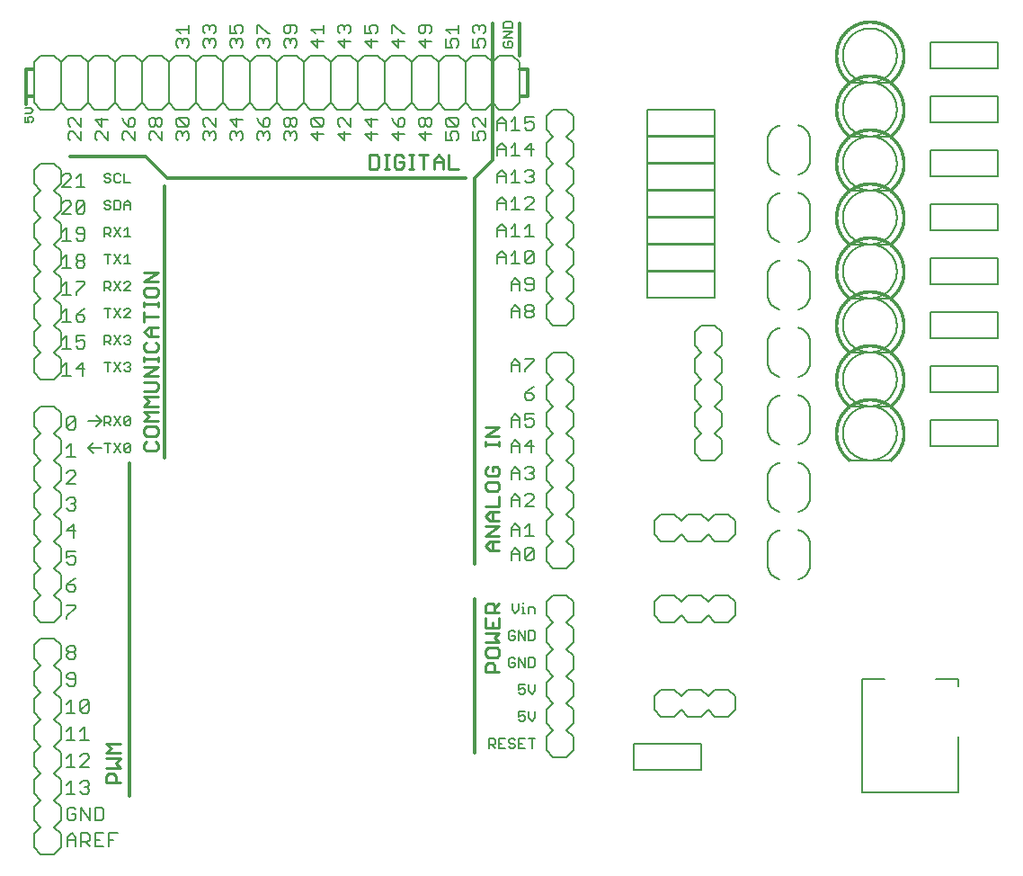
<source format=gto>
G75*
%MOIN*%
%OFA0B0*%
%FSLAX25Y25*%
%IPPOS*%
%LPD*%
%AMOC8*
5,1,8,0,0,1.08239X$1,22.5*
%
%ADD10C,0.00800*%
%ADD11C,0.00600*%
%ADD12C,0.01200*%
%ADD13C,0.00900*%
%ADD14C,0.00500*%
%ADD15C,0.00100*%
D10*
X0045833Y0179000D02*
X0043333Y0181500D01*
X0043333Y0186500D01*
X0045833Y0189000D01*
X0043333Y0191500D01*
X0043333Y0196500D01*
X0045833Y0199000D01*
X0043333Y0201500D01*
X0043333Y0206500D01*
X0045833Y0209000D01*
X0043333Y0211500D01*
X0043333Y0216500D01*
X0045833Y0219000D01*
X0043333Y0221500D01*
X0043333Y0226500D01*
X0045833Y0229000D01*
X0043333Y0231500D01*
X0043333Y0236500D01*
X0045833Y0239000D01*
X0043333Y0241500D01*
X0043333Y0246500D01*
X0045833Y0249000D01*
X0043333Y0251500D01*
X0043333Y0256500D01*
X0045833Y0259000D01*
X0050833Y0259000D01*
X0053333Y0256500D01*
X0053333Y0251500D01*
X0050833Y0249000D01*
X0053333Y0246500D01*
X0053333Y0241500D01*
X0050833Y0239000D01*
X0053333Y0236500D01*
X0053333Y0231500D01*
X0050833Y0229000D01*
X0053333Y0226500D01*
X0053333Y0221500D01*
X0050833Y0219000D01*
X0053333Y0216500D01*
X0053333Y0211500D01*
X0050833Y0209000D01*
X0053333Y0206500D01*
X0053333Y0201500D01*
X0050833Y0199000D01*
X0053333Y0196500D01*
X0053333Y0191500D01*
X0050833Y0189000D01*
X0053333Y0186500D01*
X0053333Y0181500D01*
X0050833Y0179000D01*
X0045833Y0179000D01*
X0055733Y0181900D02*
X0055733Y0185103D01*
X0057335Y0186704D01*
X0058936Y0185103D01*
X0058936Y0181900D01*
X0060890Y0181900D02*
X0060890Y0186704D01*
X0063292Y0186704D01*
X0064092Y0185903D01*
X0064092Y0184302D01*
X0063292Y0183501D01*
X0060890Y0183501D01*
X0062491Y0183501D02*
X0064092Y0181900D01*
X0066046Y0181900D02*
X0069249Y0181900D01*
X0071203Y0181900D02*
X0071203Y0186704D01*
X0074405Y0186704D01*
X0072804Y0184302D02*
X0071203Y0184302D01*
X0069249Y0186704D02*
X0066046Y0186704D01*
X0066046Y0181900D01*
X0066046Y0184302D02*
X0067647Y0184302D01*
X0068448Y0191400D02*
X0069249Y0192201D01*
X0069249Y0195403D01*
X0068448Y0196204D01*
X0066046Y0196204D01*
X0066046Y0191400D01*
X0068448Y0191400D01*
X0064092Y0191400D02*
X0064092Y0196204D01*
X0060890Y0196204D02*
X0064092Y0191400D01*
X0060890Y0191400D02*
X0060890Y0196204D01*
X0058936Y0195403D02*
X0058135Y0196204D01*
X0056534Y0196204D01*
X0055733Y0195403D01*
X0055733Y0192201D01*
X0056534Y0191400D01*
X0058135Y0191400D01*
X0058936Y0192201D01*
X0058936Y0193802D01*
X0057335Y0193802D01*
X0057022Y0201300D02*
X0057022Y0206104D01*
X0055421Y0204503D01*
X0055421Y0201300D02*
X0058623Y0201300D01*
X0060577Y0202101D02*
X0061378Y0201300D01*
X0062979Y0201300D01*
X0063780Y0202101D01*
X0063780Y0202901D01*
X0062979Y0203702D01*
X0062178Y0203702D01*
X0062979Y0203702D02*
X0063780Y0204503D01*
X0063780Y0205303D01*
X0062979Y0206104D01*
X0061378Y0206104D01*
X0060577Y0205303D01*
X0060577Y0211300D02*
X0063780Y0214503D01*
X0063780Y0215303D01*
X0062979Y0216104D01*
X0061378Y0216104D01*
X0060577Y0215303D01*
X0057022Y0216104D02*
X0057022Y0211300D01*
X0055421Y0211300D02*
X0058623Y0211300D01*
X0060577Y0211300D02*
X0063780Y0211300D01*
X0057022Y0216104D02*
X0055421Y0214503D01*
X0055421Y0221300D02*
X0058623Y0221300D01*
X0057022Y0221300D02*
X0057022Y0226104D01*
X0055421Y0224503D01*
X0060577Y0224503D02*
X0062178Y0226104D01*
X0062178Y0221300D01*
X0060577Y0221300D02*
X0063780Y0221300D01*
X0062979Y0231300D02*
X0061378Y0231300D01*
X0060577Y0232101D01*
X0063780Y0235303D01*
X0063780Y0232101D01*
X0062979Y0231300D01*
X0060577Y0232101D02*
X0060577Y0235303D01*
X0061378Y0236104D01*
X0062979Y0236104D01*
X0063780Y0235303D01*
X0058623Y0231300D02*
X0055421Y0231300D01*
X0057022Y0231300D02*
X0057022Y0236104D01*
X0055421Y0234503D01*
X0056378Y0241300D02*
X0055577Y0242101D01*
X0056378Y0241300D02*
X0057979Y0241300D01*
X0058780Y0242101D01*
X0058780Y0245303D01*
X0057979Y0246104D01*
X0056378Y0246104D01*
X0055577Y0245303D01*
X0055577Y0244503D01*
X0056378Y0243702D01*
X0058780Y0243702D01*
X0057979Y0251300D02*
X0056378Y0251300D01*
X0055577Y0252101D01*
X0055577Y0252901D01*
X0056378Y0253702D01*
X0057979Y0253702D01*
X0058780Y0252901D01*
X0058780Y0252101D01*
X0057979Y0251300D01*
X0057979Y0253702D02*
X0058780Y0254503D01*
X0058780Y0255303D01*
X0057979Y0256104D01*
X0056378Y0256104D01*
X0055577Y0255303D01*
X0055577Y0254503D01*
X0056378Y0253702D01*
X0050833Y0265000D02*
X0053333Y0267500D01*
X0053333Y0272500D01*
X0050833Y0275000D01*
X0053333Y0277500D01*
X0053333Y0282500D01*
X0050833Y0285000D01*
X0053333Y0287500D01*
X0053333Y0292500D01*
X0050833Y0295000D01*
X0053333Y0297500D01*
X0053333Y0302500D01*
X0050833Y0305000D01*
X0053333Y0307500D01*
X0053333Y0312500D01*
X0050833Y0315000D01*
X0053333Y0317500D01*
X0053333Y0322500D01*
X0050833Y0325000D01*
X0053333Y0327500D01*
X0053333Y0332500D01*
X0050833Y0335000D01*
X0053333Y0337500D01*
X0053333Y0342500D01*
X0050833Y0345000D01*
X0045833Y0345000D01*
X0043333Y0342500D01*
X0043333Y0337500D01*
X0045833Y0335000D01*
X0043333Y0332500D01*
X0043333Y0327500D01*
X0045833Y0325000D01*
X0043333Y0322500D01*
X0043333Y0317500D01*
X0045833Y0315000D01*
X0043333Y0312500D01*
X0043333Y0307500D01*
X0045833Y0305000D01*
X0043333Y0302500D01*
X0043333Y0297500D01*
X0045833Y0295000D01*
X0043333Y0292500D01*
X0043333Y0287500D01*
X0045833Y0285000D01*
X0043333Y0282500D01*
X0043333Y0277500D01*
X0045833Y0275000D01*
X0043333Y0272500D01*
X0043333Y0267500D01*
X0045833Y0265000D01*
X0050833Y0265000D01*
X0055577Y0266300D02*
X0055577Y0267101D01*
X0058780Y0270303D01*
X0058780Y0271104D01*
X0055577Y0271104D01*
X0056378Y0276300D02*
X0055577Y0277101D01*
X0055577Y0278702D01*
X0057979Y0278702D01*
X0058780Y0277901D01*
X0058780Y0277101D01*
X0057979Y0276300D01*
X0056378Y0276300D01*
X0055577Y0278702D02*
X0057178Y0280303D01*
X0058780Y0281104D01*
X0057979Y0286300D02*
X0056378Y0286300D01*
X0055577Y0287101D01*
X0055577Y0288702D02*
X0057178Y0289503D01*
X0057979Y0289503D01*
X0058780Y0288702D01*
X0058780Y0287101D01*
X0057979Y0286300D01*
X0055577Y0288702D02*
X0055577Y0291104D01*
X0058780Y0291104D01*
X0057979Y0296300D02*
X0057979Y0301104D01*
X0055577Y0298702D01*
X0058780Y0298702D01*
X0057979Y0306300D02*
X0056378Y0306300D01*
X0055577Y0307101D01*
X0057178Y0308702D02*
X0057979Y0308702D01*
X0058780Y0307901D01*
X0058780Y0307101D01*
X0057979Y0306300D01*
X0057979Y0308702D02*
X0058780Y0309503D01*
X0058780Y0310303D01*
X0057979Y0311104D01*
X0056378Y0311104D01*
X0055577Y0310303D01*
X0055577Y0316300D02*
X0058780Y0319503D01*
X0058780Y0320303D01*
X0057979Y0321104D01*
X0056378Y0321104D01*
X0055577Y0320303D01*
X0055577Y0316300D02*
X0058780Y0316300D01*
X0058780Y0326300D02*
X0055577Y0326300D01*
X0057178Y0326300D02*
X0057178Y0331104D01*
X0055577Y0329503D01*
X0056378Y0336300D02*
X0055577Y0337101D01*
X0058780Y0340303D01*
X0058780Y0337101D01*
X0057979Y0336300D01*
X0056378Y0336300D01*
X0055577Y0337101D02*
X0055577Y0340303D01*
X0056378Y0341104D01*
X0057979Y0341104D01*
X0058780Y0340303D01*
X0063333Y0339500D02*
X0068333Y0339500D01*
X0066333Y0337500D01*
X0068333Y0339500D02*
X0066333Y0341500D01*
X0065333Y0331500D02*
X0063333Y0329500D01*
X0065333Y0327500D01*
X0063333Y0329500D02*
X0068333Y0329500D01*
X0061479Y0356300D02*
X0061479Y0361104D01*
X0059077Y0358702D01*
X0062280Y0358702D01*
X0057123Y0356300D02*
X0053921Y0356300D01*
X0053333Y0357500D02*
X0053333Y0362500D01*
X0050833Y0365000D01*
X0053333Y0367500D01*
X0053333Y0372500D01*
X0050833Y0375000D01*
X0053333Y0377500D01*
X0053333Y0382500D01*
X0050833Y0385000D01*
X0053333Y0387500D01*
X0053333Y0392500D01*
X0050833Y0395000D01*
X0053333Y0397500D01*
X0053333Y0402500D01*
X0050833Y0405000D01*
X0053333Y0407500D01*
X0053333Y0412500D01*
X0050833Y0415000D01*
X0053333Y0417500D01*
X0053333Y0422500D01*
X0050833Y0425000D01*
X0053333Y0427500D01*
X0053333Y0432500D01*
X0050833Y0435000D01*
X0045833Y0435000D01*
X0043333Y0432500D01*
X0043333Y0427500D01*
X0045833Y0425000D01*
X0043333Y0422500D01*
X0043333Y0417500D01*
X0045833Y0415000D01*
X0043333Y0412500D01*
X0043333Y0407500D01*
X0045833Y0405000D01*
X0043333Y0402500D01*
X0043333Y0397500D01*
X0045833Y0395000D01*
X0043333Y0392500D01*
X0043333Y0387500D01*
X0045833Y0385000D01*
X0043333Y0382500D01*
X0043333Y0377500D01*
X0045833Y0375000D01*
X0043333Y0372500D01*
X0043333Y0367500D01*
X0045833Y0365000D01*
X0043333Y0362500D01*
X0043333Y0357500D01*
X0045833Y0355000D01*
X0050833Y0355000D01*
X0053333Y0357500D01*
X0053921Y0359503D02*
X0055522Y0361104D01*
X0055522Y0356300D01*
X0055522Y0366300D02*
X0055522Y0371104D01*
X0053921Y0369503D01*
X0053921Y0366300D02*
X0057123Y0366300D01*
X0059077Y0367101D02*
X0059878Y0366300D01*
X0061479Y0366300D01*
X0062280Y0367101D01*
X0062280Y0368702D01*
X0061479Y0369503D01*
X0060678Y0369503D01*
X0059077Y0368702D01*
X0059077Y0371104D01*
X0062280Y0371104D01*
X0061479Y0376300D02*
X0059878Y0376300D01*
X0059077Y0377101D01*
X0059077Y0378702D01*
X0061479Y0378702D01*
X0062280Y0377901D01*
X0062280Y0377101D01*
X0061479Y0376300D01*
X0059077Y0378702D02*
X0060678Y0380303D01*
X0062280Y0381104D01*
X0059077Y0386300D02*
X0059077Y0387101D01*
X0062280Y0390303D01*
X0062280Y0391104D01*
X0059077Y0391104D01*
X0055522Y0391104D02*
X0055522Y0386300D01*
X0053921Y0386300D02*
X0057123Y0386300D01*
X0053921Y0389503D02*
X0055522Y0391104D01*
X0055522Y0396300D02*
X0055522Y0401104D01*
X0053921Y0399503D01*
X0053921Y0396300D02*
X0057123Y0396300D01*
X0059077Y0397101D02*
X0059077Y0397901D01*
X0059878Y0398702D01*
X0061479Y0398702D01*
X0062280Y0397901D01*
X0062280Y0397101D01*
X0061479Y0396300D01*
X0059878Y0396300D01*
X0059077Y0397101D01*
X0059878Y0398702D02*
X0059077Y0399503D01*
X0059077Y0400303D01*
X0059878Y0401104D01*
X0061479Y0401104D01*
X0062280Y0400303D01*
X0062280Y0399503D01*
X0061479Y0398702D01*
X0061479Y0406300D02*
X0059878Y0406300D01*
X0059077Y0407101D01*
X0059878Y0408702D02*
X0062280Y0408702D01*
X0062280Y0407101D02*
X0062280Y0410303D01*
X0061479Y0411104D01*
X0059878Y0411104D01*
X0059077Y0410303D01*
X0059077Y0409503D01*
X0059878Y0408702D01*
X0061479Y0406300D02*
X0062280Y0407101D01*
X0057123Y0406300D02*
X0053921Y0406300D01*
X0055522Y0406300D02*
X0055522Y0411104D01*
X0053921Y0409503D01*
X0053921Y0416300D02*
X0057123Y0419503D01*
X0057123Y0420303D01*
X0056323Y0421104D01*
X0054721Y0421104D01*
X0053921Y0420303D01*
X0053921Y0416300D02*
X0057123Y0416300D01*
X0059077Y0417101D02*
X0062280Y0420303D01*
X0062280Y0417101D01*
X0061479Y0416300D01*
X0059878Y0416300D01*
X0059077Y0417101D01*
X0059077Y0420303D01*
X0059878Y0421104D01*
X0061479Y0421104D01*
X0062280Y0420303D01*
X0062280Y0426300D02*
X0059077Y0426300D01*
X0060678Y0426300D02*
X0060678Y0431104D01*
X0059077Y0429503D01*
X0057123Y0429503D02*
X0057123Y0430303D01*
X0056323Y0431104D01*
X0054721Y0431104D01*
X0053921Y0430303D01*
X0057123Y0429503D02*
X0053921Y0426300D01*
X0057123Y0426300D01*
X0056930Y0443500D02*
X0056129Y0444301D01*
X0056129Y0445902D01*
X0056930Y0446703D01*
X0057731Y0446703D01*
X0060933Y0443500D01*
X0060933Y0446703D01*
X0060933Y0448656D02*
X0057731Y0451859D01*
X0056930Y0451859D01*
X0056129Y0451058D01*
X0056129Y0449457D01*
X0056930Y0448656D01*
X0060933Y0448656D02*
X0060933Y0451859D01*
X0066129Y0451058D02*
X0068531Y0448656D01*
X0068531Y0451859D01*
X0070933Y0451058D02*
X0066129Y0451058D01*
X0066930Y0446703D02*
X0066129Y0445902D01*
X0066129Y0444301D01*
X0066930Y0443500D01*
X0066930Y0446703D02*
X0067731Y0446703D01*
X0070933Y0443500D01*
X0070933Y0446703D01*
X0076129Y0445902D02*
X0076129Y0444301D01*
X0076930Y0443500D01*
X0076129Y0445902D02*
X0076930Y0446703D01*
X0077731Y0446703D01*
X0080933Y0443500D01*
X0080933Y0446703D01*
X0080133Y0448656D02*
X0080933Y0449457D01*
X0080933Y0451058D01*
X0080133Y0451859D01*
X0079332Y0451859D01*
X0078531Y0451058D01*
X0078531Y0448656D01*
X0080133Y0448656D01*
X0078531Y0448656D02*
X0076930Y0450258D01*
X0076129Y0451859D01*
X0086129Y0451058D02*
X0086930Y0451859D01*
X0087731Y0451859D01*
X0088531Y0451058D01*
X0088531Y0449457D01*
X0087731Y0448656D01*
X0086930Y0448656D01*
X0086129Y0449457D01*
X0086129Y0451058D01*
X0088531Y0451058D02*
X0089332Y0451859D01*
X0090133Y0451859D01*
X0090933Y0451058D01*
X0090933Y0449457D01*
X0090133Y0448656D01*
X0089332Y0448656D01*
X0088531Y0449457D01*
X0087731Y0446703D02*
X0086930Y0446703D01*
X0086129Y0445902D01*
X0086129Y0444301D01*
X0086930Y0443500D01*
X0087731Y0446703D02*
X0090933Y0443500D01*
X0090933Y0446703D01*
X0096129Y0445902D02*
X0096930Y0446703D01*
X0097731Y0446703D01*
X0098531Y0445902D01*
X0099332Y0446703D01*
X0100133Y0446703D01*
X0100933Y0445902D01*
X0100933Y0444301D01*
X0100133Y0443500D01*
X0098531Y0445101D02*
X0098531Y0445902D01*
X0096129Y0445902D02*
X0096129Y0444301D01*
X0096930Y0443500D01*
X0096930Y0448656D02*
X0096129Y0449457D01*
X0096129Y0451058D01*
X0096930Y0451859D01*
X0100133Y0448656D01*
X0100933Y0449457D01*
X0100933Y0451058D01*
X0100133Y0451859D01*
X0096930Y0451859D01*
X0096930Y0448656D02*
X0100133Y0448656D01*
X0106129Y0449457D02*
X0106930Y0448656D01*
X0106129Y0449457D02*
X0106129Y0451058D01*
X0106930Y0451859D01*
X0107731Y0451859D01*
X0110933Y0448656D01*
X0110933Y0451859D01*
X0110133Y0446703D02*
X0110933Y0445902D01*
X0110933Y0444301D01*
X0110133Y0443500D01*
X0108531Y0445101D02*
X0108531Y0445902D01*
X0109332Y0446703D01*
X0110133Y0446703D01*
X0108531Y0445902D02*
X0107731Y0446703D01*
X0106930Y0446703D01*
X0106129Y0445902D01*
X0106129Y0444301D01*
X0106930Y0443500D01*
X0116129Y0444301D02*
X0116129Y0445902D01*
X0116930Y0446703D01*
X0117731Y0446703D01*
X0118531Y0445902D01*
X0119332Y0446703D01*
X0120133Y0446703D01*
X0120933Y0445902D01*
X0120933Y0444301D01*
X0120133Y0443500D01*
X0118531Y0445101D02*
X0118531Y0445902D01*
X0118531Y0448656D02*
X0118531Y0451859D01*
X0116129Y0451058D02*
X0118531Y0448656D01*
X0120933Y0451058D02*
X0116129Y0451058D01*
X0116129Y0444301D02*
X0116930Y0443500D01*
X0126129Y0444301D02*
X0126129Y0445902D01*
X0126930Y0446703D01*
X0127731Y0446703D01*
X0128531Y0445902D01*
X0129332Y0446703D01*
X0130133Y0446703D01*
X0130933Y0445902D01*
X0130933Y0444301D01*
X0130133Y0443500D01*
X0128531Y0445101D02*
X0128531Y0445902D01*
X0128531Y0448656D02*
X0128531Y0451058D01*
X0129332Y0451859D01*
X0130133Y0451859D01*
X0130933Y0451058D01*
X0130933Y0449457D01*
X0130133Y0448656D01*
X0128531Y0448656D01*
X0126930Y0450258D01*
X0126129Y0451859D01*
X0126129Y0444301D02*
X0126930Y0443500D01*
X0136129Y0444301D02*
X0136129Y0445902D01*
X0136930Y0446703D01*
X0137731Y0446703D01*
X0138531Y0445902D01*
X0139332Y0446703D01*
X0140133Y0446703D01*
X0140933Y0445902D01*
X0140933Y0444301D01*
X0140133Y0443500D01*
X0138531Y0445101D02*
X0138531Y0445902D01*
X0137731Y0448656D02*
X0136930Y0448656D01*
X0136129Y0449457D01*
X0136129Y0451058D01*
X0136930Y0451859D01*
X0137731Y0451859D01*
X0138531Y0451058D01*
X0138531Y0449457D01*
X0137731Y0448656D01*
X0138531Y0449457D02*
X0139332Y0448656D01*
X0140133Y0448656D01*
X0140933Y0449457D01*
X0140933Y0451058D01*
X0140133Y0451859D01*
X0139332Y0451859D01*
X0138531Y0451058D01*
X0136129Y0444301D02*
X0136930Y0443500D01*
X0146129Y0445902D02*
X0148531Y0443500D01*
X0148531Y0446703D01*
X0146930Y0448656D02*
X0146129Y0449457D01*
X0146129Y0451058D01*
X0146930Y0451859D01*
X0150133Y0448656D01*
X0150933Y0449457D01*
X0150933Y0451058D01*
X0150133Y0451859D01*
X0146930Y0451859D01*
X0146930Y0448656D02*
X0150133Y0448656D01*
X0150933Y0445902D02*
X0146129Y0445902D01*
X0156129Y0445902D02*
X0158531Y0443500D01*
X0158531Y0446703D01*
X0156930Y0448656D02*
X0156129Y0449457D01*
X0156129Y0451058D01*
X0156930Y0451859D01*
X0157731Y0451859D01*
X0160933Y0448656D01*
X0160933Y0451859D01*
X0166129Y0451058D02*
X0168531Y0448656D01*
X0168531Y0451859D01*
X0170933Y0451058D02*
X0166129Y0451058D01*
X0168531Y0446703D02*
X0168531Y0443500D01*
X0166129Y0445902D01*
X0170933Y0445902D01*
X0176129Y0445902D02*
X0178531Y0443500D01*
X0178531Y0446703D01*
X0178531Y0448656D02*
X0178531Y0451058D01*
X0179332Y0451859D01*
X0180133Y0451859D01*
X0180933Y0451058D01*
X0180933Y0449457D01*
X0180133Y0448656D01*
X0178531Y0448656D01*
X0176930Y0450258D01*
X0176129Y0451859D01*
X0176129Y0445902D02*
X0180933Y0445902D01*
X0186129Y0445902D02*
X0188531Y0443500D01*
X0188531Y0446703D01*
X0187731Y0448656D02*
X0186930Y0448656D01*
X0186129Y0449457D01*
X0186129Y0451058D01*
X0186930Y0451859D01*
X0187731Y0451859D01*
X0188531Y0451058D01*
X0188531Y0449457D01*
X0187731Y0448656D01*
X0188531Y0449457D02*
X0189332Y0448656D01*
X0190133Y0448656D01*
X0190933Y0449457D01*
X0190933Y0451058D01*
X0190133Y0451859D01*
X0189332Y0451859D01*
X0188531Y0451058D01*
X0190933Y0445902D02*
X0186129Y0445902D01*
X0196129Y0446703D02*
X0196129Y0443500D01*
X0198531Y0443500D01*
X0197731Y0445101D01*
X0197731Y0445902D01*
X0198531Y0446703D01*
X0200133Y0446703D01*
X0200933Y0445902D01*
X0200933Y0444301D01*
X0200133Y0443500D01*
X0200133Y0448656D02*
X0196930Y0451859D01*
X0200133Y0451859D01*
X0200933Y0451058D01*
X0200933Y0449457D01*
X0200133Y0448656D01*
X0196930Y0448656D01*
X0196129Y0449457D01*
X0196129Y0451058D01*
X0196930Y0451859D01*
X0206129Y0451058D02*
X0206129Y0449457D01*
X0206930Y0448656D01*
X0206129Y0446703D02*
X0206129Y0443500D01*
X0208531Y0443500D01*
X0207731Y0445101D01*
X0207731Y0445902D01*
X0208531Y0446703D01*
X0210133Y0446703D01*
X0210933Y0445902D01*
X0210933Y0444301D01*
X0210133Y0443500D01*
X0210933Y0448656D02*
X0207731Y0451859D01*
X0206930Y0451859D01*
X0206129Y0451058D01*
X0210933Y0451859D02*
X0210933Y0448656D01*
X0215164Y0449702D02*
X0218367Y0449702D01*
X0218367Y0450503D02*
X0218367Y0447300D01*
X0220321Y0447300D02*
X0223523Y0447300D01*
X0221922Y0447300D02*
X0221922Y0452104D01*
X0220321Y0450503D01*
X0218367Y0450503D02*
X0216765Y0452104D01*
X0215164Y0450503D01*
X0215164Y0447300D01*
X0216765Y0442604D02*
X0218367Y0441003D01*
X0218367Y0437800D01*
X0220321Y0437800D02*
X0223523Y0437800D01*
X0221922Y0437800D02*
X0221922Y0442604D01*
X0220321Y0441003D01*
X0218367Y0440202D02*
X0215164Y0440202D01*
X0215164Y0441003D02*
X0216765Y0442604D01*
X0215164Y0441003D02*
X0215164Y0437800D01*
X0216765Y0432604D02*
X0218367Y0431003D01*
X0218367Y0427800D01*
X0220321Y0427800D02*
X0223523Y0427800D01*
X0221922Y0427800D02*
X0221922Y0432604D01*
X0220321Y0431003D01*
X0218367Y0430202D02*
X0215164Y0430202D01*
X0215164Y0431003D02*
X0216765Y0432604D01*
X0215164Y0431003D02*
X0215164Y0427800D01*
X0216765Y0422604D02*
X0218367Y0421003D01*
X0218367Y0417800D01*
X0220321Y0417800D02*
X0223523Y0417800D01*
X0221922Y0417800D02*
X0221922Y0422604D01*
X0220321Y0421003D01*
X0218367Y0420202D02*
X0215164Y0420202D01*
X0215164Y0421003D02*
X0216765Y0422604D01*
X0215164Y0421003D02*
X0215164Y0417800D01*
X0216765Y0412604D02*
X0218367Y0411003D01*
X0218367Y0407800D01*
X0220321Y0407800D02*
X0223523Y0407800D01*
X0221922Y0407800D02*
X0221922Y0412604D01*
X0220321Y0411003D01*
X0218367Y0410202D02*
X0215164Y0410202D01*
X0215164Y0411003D02*
X0216765Y0412604D01*
X0215164Y0411003D02*
X0215164Y0407800D01*
X0216765Y0402604D02*
X0218367Y0401003D01*
X0218367Y0397800D01*
X0220321Y0397800D02*
X0223523Y0397800D01*
X0221922Y0397800D02*
X0221922Y0402604D01*
X0220321Y0401003D01*
X0218367Y0400202D02*
X0215164Y0400202D01*
X0215164Y0401003D02*
X0216765Y0402604D01*
X0215164Y0401003D02*
X0215164Y0397800D01*
X0221922Y0392604D02*
X0223523Y0391003D01*
X0223523Y0387800D01*
X0225477Y0388601D02*
X0226278Y0387800D01*
X0227879Y0387800D01*
X0228680Y0388601D01*
X0228680Y0391803D01*
X0227879Y0392604D01*
X0226278Y0392604D01*
X0225477Y0391803D01*
X0225477Y0391003D01*
X0226278Y0390202D01*
X0228680Y0390202D01*
X0233333Y0392500D02*
X0233333Y0387500D01*
X0235833Y0385000D01*
X0233333Y0382500D01*
X0233333Y0377500D01*
X0235833Y0375000D01*
X0240833Y0375000D01*
X0243333Y0377500D01*
X0243333Y0382500D01*
X0240833Y0385000D01*
X0243333Y0387500D01*
X0243333Y0392500D01*
X0240833Y0395000D01*
X0243333Y0397500D01*
X0243333Y0402500D01*
X0240833Y0405000D01*
X0243333Y0407500D01*
X0243333Y0412500D01*
X0240833Y0415000D01*
X0243333Y0417500D01*
X0243333Y0422500D01*
X0240833Y0425000D01*
X0243333Y0427500D01*
X0243333Y0432500D01*
X0240833Y0435000D01*
X0243333Y0437500D01*
X0243333Y0442500D01*
X0240833Y0445000D01*
X0243333Y0447500D01*
X0243333Y0452500D01*
X0240833Y0455000D01*
X0235833Y0455000D01*
X0233333Y0452500D01*
X0233333Y0447500D01*
X0235833Y0445000D01*
X0233333Y0442500D01*
X0233333Y0437500D01*
X0235833Y0435000D01*
X0233333Y0432500D01*
X0233333Y0427500D01*
X0235833Y0425000D01*
X0233333Y0422500D01*
X0233333Y0417500D01*
X0235833Y0415000D01*
X0233333Y0412500D01*
X0233333Y0407500D01*
X0235833Y0405000D01*
X0233333Y0402500D01*
X0233333Y0397500D01*
X0235833Y0395000D01*
X0233333Y0392500D01*
X0227879Y0397800D02*
X0226278Y0397800D01*
X0225477Y0398601D01*
X0228680Y0401803D01*
X0228680Y0398601D01*
X0227879Y0397800D01*
X0225477Y0398601D02*
X0225477Y0401803D01*
X0226278Y0402604D01*
X0227879Y0402604D01*
X0228680Y0401803D01*
X0228680Y0407800D02*
X0225477Y0407800D01*
X0227078Y0407800D02*
X0227078Y0412604D01*
X0225477Y0411003D01*
X0225477Y0417800D02*
X0228680Y0421003D01*
X0228680Y0421803D01*
X0227879Y0422604D01*
X0226278Y0422604D01*
X0225477Y0421803D01*
X0225477Y0417800D02*
X0228680Y0417800D01*
X0227879Y0427800D02*
X0226278Y0427800D01*
X0225477Y0428601D01*
X0227078Y0430202D02*
X0227879Y0430202D01*
X0228680Y0429401D01*
X0228680Y0428601D01*
X0227879Y0427800D01*
X0227879Y0430202D02*
X0228680Y0431003D01*
X0228680Y0431803D01*
X0227879Y0432604D01*
X0226278Y0432604D01*
X0225477Y0431803D01*
X0227879Y0437800D02*
X0227879Y0442604D01*
X0225477Y0440202D01*
X0228680Y0440202D01*
X0227879Y0447300D02*
X0226278Y0447300D01*
X0225477Y0448101D01*
X0225477Y0449702D02*
X0227078Y0450503D01*
X0227879Y0450503D01*
X0228680Y0449702D01*
X0228680Y0448101D01*
X0227879Y0447300D01*
X0225477Y0449702D02*
X0225477Y0452104D01*
X0228680Y0452104D01*
X0223333Y0457500D02*
X0220833Y0455000D01*
X0215833Y0455000D01*
X0213333Y0457500D01*
X0213333Y0472500D01*
X0215833Y0475000D01*
X0220833Y0475000D01*
X0223333Y0472500D01*
X0223333Y0457500D01*
X0210033Y0477900D02*
X0210833Y0478701D01*
X0210833Y0480302D01*
X0210033Y0481103D01*
X0208431Y0481103D01*
X0207631Y0480302D01*
X0207631Y0479501D01*
X0208431Y0477900D01*
X0206029Y0477900D01*
X0206029Y0481103D01*
X0206830Y0483056D02*
X0206029Y0483857D01*
X0206029Y0485458D01*
X0206830Y0486259D01*
X0207631Y0486259D01*
X0208431Y0485458D01*
X0209232Y0486259D01*
X0210033Y0486259D01*
X0210833Y0485458D01*
X0210833Y0483857D01*
X0210033Y0483056D01*
X0208431Y0484658D02*
X0208431Y0485458D01*
X0200833Y0484658D02*
X0196029Y0484658D01*
X0197631Y0483056D01*
X0198431Y0481103D02*
X0197631Y0480302D01*
X0197631Y0479501D01*
X0198431Y0477900D01*
X0196029Y0477900D01*
X0196029Y0481103D01*
X0198431Y0481103D02*
X0200033Y0481103D01*
X0200833Y0480302D01*
X0200833Y0478701D01*
X0200033Y0477900D01*
X0200833Y0483056D02*
X0200833Y0486259D01*
X0190833Y0485458D02*
X0190033Y0486259D01*
X0186830Y0486259D01*
X0186029Y0485458D01*
X0186029Y0483857D01*
X0186830Y0483056D01*
X0187631Y0483056D01*
X0188431Y0483857D01*
X0188431Y0486259D01*
X0190833Y0485458D02*
X0190833Y0483857D01*
X0190033Y0483056D01*
X0188431Y0481103D02*
X0188431Y0477900D01*
X0186029Y0480302D01*
X0190833Y0480302D01*
X0180833Y0480302D02*
X0176029Y0480302D01*
X0178431Y0477900D01*
X0178431Y0481103D01*
X0180033Y0483056D02*
X0180833Y0483056D01*
X0180033Y0483056D02*
X0176830Y0486259D01*
X0176029Y0486259D01*
X0176029Y0483056D01*
X0170833Y0483857D02*
X0170033Y0483056D01*
X0170833Y0483857D02*
X0170833Y0485458D01*
X0170033Y0486259D01*
X0168431Y0486259D01*
X0167631Y0485458D01*
X0167631Y0484658D01*
X0168431Y0483056D01*
X0166029Y0483056D01*
X0166029Y0486259D01*
X0160833Y0485458D02*
X0160833Y0483857D01*
X0160033Y0483056D01*
X0158431Y0484658D02*
X0158431Y0485458D01*
X0159232Y0486259D01*
X0160033Y0486259D01*
X0160833Y0485458D01*
X0158431Y0485458D02*
X0157631Y0486259D01*
X0156830Y0486259D01*
X0156029Y0485458D01*
X0156029Y0483857D01*
X0156830Y0483056D01*
X0158431Y0481103D02*
X0158431Y0477900D01*
X0156029Y0480302D01*
X0160833Y0480302D01*
X0166029Y0480302D02*
X0168431Y0477900D01*
X0168431Y0481103D01*
X0170833Y0480302D02*
X0166029Y0480302D01*
X0150833Y0480302D02*
X0146029Y0480302D01*
X0148431Y0477900D01*
X0148431Y0481103D01*
X0147631Y0483056D02*
X0146029Y0484658D01*
X0150833Y0484658D01*
X0150833Y0486259D02*
X0150833Y0483056D01*
X0140833Y0483857D02*
X0140833Y0485458D01*
X0140033Y0486259D01*
X0136830Y0486259D01*
X0136029Y0485458D01*
X0136029Y0483857D01*
X0136830Y0483056D01*
X0137631Y0483056D01*
X0138431Y0483857D01*
X0138431Y0486259D01*
X0140833Y0483857D02*
X0140033Y0483056D01*
X0140033Y0481103D02*
X0140833Y0480302D01*
X0140833Y0478701D01*
X0140033Y0477900D01*
X0138431Y0479501D02*
X0138431Y0480302D01*
X0139232Y0481103D01*
X0140033Y0481103D01*
X0138431Y0480302D02*
X0137631Y0481103D01*
X0136830Y0481103D01*
X0136029Y0480302D01*
X0136029Y0478701D01*
X0136830Y0477900D01*
X0130833Y0478701D02*
X0130033Y0477900D01*
X0130833Y0478701D02*
X0130833Y0480302D01*
X0130033Y0481103D01*
X0129232Y0481103D01*
X0128431Y0480302D01*
X0128431Y0479501D01*
X0128431Y0480302D02*
X0127631Y0481103D01*
X0126830Y0481103D01*
X0126029Y0480302D01*
X0126029Y0478701D01*
X0126830Y0477900D01*
X0126029Y0483056D02*
X0126029Y0486259D01*
X0126830Y0486259D01*
X0130033Y0483056D01*
X0130833Y0483056D01*
X0120833Y0483857D02*
X0120033Y0483056D01*
X0120833Y0483857D02*
X0120833Y0485458D01*
X0120033Y0486259D01*
X0118431Y0486259D01*
X0117631Y0485458D01*
X0117631Y0484658D01*
X0118431Y0483056D01*
X0116029Y0483056D01*
X0116029Y0486259D01*
X0116830Y0481103D02*
X0116029Y0480302D01*
X0116029Y0478701D01*
X0116830Y0477900D01*
X0118431Y0479501D02*
X0118431Y0480302D01*
X0119232Y0481103D01*
X0120033Y0481103D01*
X0120833Y0480302D01*
X0120833Y0478701D01*
X0120033Y0477900D01*
X0118431Y0480302D02*
X0117631Y0481103D01*
X0116830Y0481103D01*
X0110833Y0480302D02*
X0110833Y0478701D01*
X0110033Y0477900D01*
X0108431Y0479501D02*
X0108431Y0480302D01*
X0109232Y0481103D01*
X0110033Y0481103D01*
X0110833Y0480302D01*
X0108431Y0480302D02*
X0107631Y0481103D01*
X0106830Y0481103D01*
X0106029Y0480302D01*
X0106029Y0478701D01*
X0106830Y0477900D01*
X0106830Y0483056D02*
X0106029Y0483857D01*
X0106029Y0485458D01*
X0106830Y0486259D01*
X0107631Y0486259D01*
X0108431Y0485458D01*
X0109232Y0486259D01*
X0110033Y0486259D01*
X0110833Y0485458D01*
X0110833Y0483857D01*
X0110033Y0483056D01*
X0108431Y0484658D02*
X0108431Y0485458D01*
X0100833Y0484658D02*
X0096029Y0484658D01*
X0097631Y0483056D01*
X0097631Y0481103D02*
X0098431Y0480302D01*
X0099232Y0481103D01*
X0100033Y0481103D01*
X0100833Y0480302D01*
X0100833Y0478701D01*
X0100033Y0477900D01*
X0098431Y0479501D02*
X0098431Y0480302D01*
X0097631Y0481103D02*
X0096830Y0481103D01*
X0096029Y0480302D01*
X0096029Y0478701D01*
X0096830Y0477900D01*
X0100833Y0483056D02*
X0100833Y0486259D01*
X0053333Y0472500D02*
X0053333Y0457500D01*
X0050833Y0455000D01*
X0045833Y0455000D01*
X0043333Y0457500D01*
X0043333Y0472500D01*
X0045833Y0475000D01*
X0050833Y0475000D01*
X0053333Y0472500D01*
X0055522Y0381104D02*
X0055522Y0376300D01*
X0053921Y0376300D02*
X0057123Y0376300D01*
X0053921Y0379503D02*
X0055522Y0381104D01*
X0156129Y0445902D02*
X0160933Y0445902D01*
X0220321Y0391003D02*
X0220321Y0387800D01*
X0220321Y0390202D02*
X0223523Y0390202D01*
X0221922Y0392604D02*
X0220321Y0391003D01*
X0221922Y0382604D02*
X0223523Y0381003D01*
X0223523Y0377800D01*
X0225477Y0378601D02*
X0225477Y0379401D01*
X0226278Y0380202D01*
X0227879Y0380202D01*
X0228680Y0379401D01*
X0228680Y0378601D01*
X0227879Y0377800D01*
X0226278Y0377800D01*
X0225477Y0378601D01*
X0226278Y0380202D02*
X0225477Y0381003D01*
X0225477Y0381803D01*
X0226278Y0382604D01*
X0227879Y0382604D01*
X0228680Y0381803D01*
X0228680Y0381003D01*
X0227879Y0380202D01*
X0223523Y0380202D02*
X0220321Y0380202D01*
X0220321Y0381003D02*
X0221922Y0382604D01*
X0220321Y0381003D02*
X0220321Y0377800D01*
X0221922Y0362604D02*
X0223523Y0361003D01*
X0223523Y0357800D01*
X0225477Y0357800D02*
X0225477Y0358601D01*
X0228680Y0361803D01*
X0228680Y0362604D01*
X0225477Y0362604D01*
X0223523Y0360202D02*
X0220321Y0360202D01*
X0220321Y0361003D02*
X0221922Y0362604D01*
X0220321Y0361003D02*
X0220321Y0357800D01*
X0227078Y0351303D02*
X0225477Y0349702D01*
X0227879Y0349702D01*
X0228680Y0348901D01*
X0228680Y0348101D01*
X0227879Y0347300D01*
X0226278Y0347300D01*
X0225477Y0348101D01*
X0225477Y0349702D01*
X0227078Y0351303D02*
X0228680Y0352104D01*
X0233333Y0352500D02*
X0233333Y0347500D01*
X0235833Y0345000D01*
X0233333Y0342500D01*
X0233333Y0337500D01*
X0235833Y0335000D01*
X0233333Y0332500D01*
X0233333Y0327500D01*
X0235833Y0325000D01*
X0233333Y0322500D01*
X0233333Y0317500D01*
X0235833Y0315000D01*
X0233333Y0312500D01*
X0233333Y0307500D01*
X0235833Y0305000D01*
X0233333Y0302500D01*
X0233333Y0297500D01*
X0235833Y0295000D01*
X0233333Y0292500D01*
X0233333Y0287500D01*
X0235833Y0285000D01*
X0240833Y0285000D01*
X0243333Y0287500D01*
X0243333Y0292500D01*
X0240833Y0295000D01*
X0243333Y0297500D01*
X0243333Y0302500D01*
X0240833Y0305000D01*
X0243333Y0307500D01*
X0243333Y0312500D01*
X0240833Y0315000D01*
X0243333Y0317500D01*
X0243333Y0322500D01*
X0240833Y0325000D01*
X0243333Y0327500D01*
X0243333Y0332500D01*
X0240833Y0335000D01*
X0243333Y0337500D01*
X0243333Y0342500D01*
X0240833Y0345000D01*
X0243333Y0347500D01*
X0243333Y0352500D01*
X0240833Y0355000D01*
X0243333Y0357500D01*
X0243333Y0362500D01*
X0240833Y0365000D01*
X0235833Y0365000D01*
X0233333Y0362500D01*
X0233333Y0357500D01*
X0235833Y0355000D01*
X0233333Y0352500D01*
X0228680Y0342104D02*
X0225477Y0342104D01*
X0225477Y0339702D01*
X0227078Y0340503D01*
X0227879Y0340503D01*
X0228680Y0339702D01*
X0228680Y0338101D01*
X0227879Y0337300D01*
X0226278Y0337300D01*
X0225477Y0338101D01*
X0223523Y0337300D02*
X0223523Y0340503D01*
X0221922Y0342104D01*
X0220321Y0340503D01*
X0220321Y0337300D01*
X0220321Y0339702D02*
X0223523Y0339702D01*
X0221922Y0332604D02*
X0223523Y0331003D01*
X0223523Y0327800D01*
X0223523Y0330202D02*
X0220321Y0330202D01*
X0220321Y0331003D02*
X0221922Y0332604D01*
X0220321Y0331003D02*
X0220321Y0327800D01*
X0221922Y0322604D02*
X0223523Y0321003D01*
X0223523Y0317800D01*
X0225477Y0318601D02*
X0226278Y0317800D01*
X0227879Y0317800D01*
X0228680Y0318601D01*
X0228680Y0319401D01*
X0227879Y0320202D01*
X0227078Y0320202D01*
X0227879Y0320202D02*
X0228680Y0321003D01*
X0228680Y0321803D01*
X0227879Y0322604D01*
X0226278Y0322604D01*
X0225477Y0321803D01*
X0223523Y0320202D02*
X0220321Y0320202D01*
X0220321Y0321003D02*
X0221922Y0322604D01*
X0220321Y0321003D02*
X0220321Y0317800D01*
X0221922Y0312604D02*
X0223523Y0311003D01*
X0223523Y0307800D01*
X0225477Y0307800D02*
X0228680Y0311003D01*
X0228680Y0311803D01*
X0227879Y0312604D01*
X0226278Y0312604D01*
X0225477Y0311803D01*
X0223523Y0310202D02*
X0220321Y0310202D01*
X0220321Y0311003D02*
X0221922Y0312604D01*
X0220321Y0311003D02*
X0220321Y0307800D01*
X0225477Y0307800D02*
X0228680Y0307800D01*
X0227078Y0301604D02*
X0227078Y0296800D01*
X0225477Y0296800D02*
X0228680Y0296800D01*
X0227879Y0292604D02*
X0226278Y0292604D01*
X0225477Y0291803D01*
X0225477Y0288601D01*
X0228680Y0291803D01*
X0228680Y0288601D01*
X0227879Y0287800D01*
X0226278Y0287800D01*
X0225477Y0288601D01*
X0223523Y0287800D02*
X0223523Y0291003D01*
X0221922Y0292604D01*
X0220321Y0291003D01*
X0220321Y0287800D01*
X0220321Y0290202D02*
X0223523Y0290202D01*
X0223523Y0296800D02*
X0223523Y0300003D01*
X0221922Y0301604D01*
X0220321Y0300003D01*
X0220321Y0296800D01*
X0220321Y0299202D02*
X0223523Y0299202D01*
X0225477Y0300003D02*
X0227078Y0301604D01*
X0227879Y0292604D02*
X0228680Y0291803D01*
X0235833Y0275000D02*
X0240833Y0275000D01*
X0243333Y0272500D01*
X0243333Y0267500D01*
X0240833Y0265000D01*
X0243333Y0262500D01*
X0243333Y0257500D01*
X0240833Y0255000D01*
X0243333Y0252500D01*
X0243333Y0247500D01*
X0240833Y0245000D01*
X0243333Y0242500D01*
X0243333Y0237500D01*
X0240833Y0235000D01*
X0243333Y0232500D01*
X0243333Y0227500D01*
X0240833Y0225000D01*
X0243333Y0222500D01*
X0243333Y0217500D01*
X0240833Y0215000D01*
X0235833Y0215000D01*
X0233333Y0217500D01*
X0233333Y0222500D01*
X0235833Y0225000D01*
X0233333Y0227500D01*
X0233333Y0232500D01*
X0235833Y0235000D01*
X0233333Y0237500D01*
X0233333Y0242500D01*
X0235833Y0245000D01*
X0233333Y0247500D01*
X0233333Y0252500D01*
X0235833Y0255000D01*
X0233333Y0257500D01*
X0233333Y0262500D01*
X0235833Y0265000D01*
X0233333Y0267500D01*
X0233333Y0272500D01*
X0235833Y0275000D01*
X0273333Y0272500D02*
X0273333Y0267500D01*
X0275833Y0265000D01*
X0280833Y0265000D01*
X0283333Y0267500D01*
X0285833Y0265000D01*
X0290833Y0265000D01*
X0293333Y0267500D01*
X0295833Y0265000D01*
X0300833Y0265000D01*
X0303333Y0267500D01*
X0303333Y0272500D01*
X0300833Y0275000D01*
X0295833Y0275000D01*
X0293333Y0272500D01*
X0290833Y0275000D01*
X0285833Y0275000D01*
X0283333Y0272500D01*
X0280833Y0275000D01*
X0275833Y0275000D01*
X0273333Y0272500D01*
X0275833Y0295000D02*
X0273333Y0297500D01*
X0273333Y0302500D01*
X0275833Y0305000D01*
X0280833Y0305000D01*
X0283333Y0302500D01*
X0285833Y0305000D01*
X0290833Y0305000D01*
X0293333Y0302500D01*
X0295833Y0305000D01*
X0300833Y0305000D01*
X0303333Y0302500D01*
X0303333Y0297500D01*
X0300833Y0295000D01*
X0295833Y0295000D01*
X0293333Y0297500D01*
X0290833Y0295000D01*
X0285833Y0295000D01*
X0283333Y0297500D01*
X0280833Y0295000D01*
X0275833Y0295000D01*
X0290833Y0325000D02*
X0288333Y0327500D01*
X0288333Y0332500D01*
X0290833Y0335000D01*
X0288333Y0337500D01*
X0288333Y0342500D01*
X0290833Y0345000D01*
X0288333Y0347500D01*
X0288333Y0352500D01*
X0290833Y0355000D01*
X0288333Y0357500D01*
X0288333Y0362500D01*
X0290833Y0365000D01*
X0288333Y0367500D01*
X0288333Y0372500D01*
X0290833Y0375000D01*
X0295833Y0375000D01*
X0298333Y0372500D01*
X0298333Y0367500D01*
X0295833Y0365000D01*
X0298333Y0362500D01*
X0298333Y0357500D01*
X0295833Y0355000D01*
X0298333Y0352500D01*
X0298333Y0347500D01*
X0295833Y0345000D01*
X0298333Y0342500D01*
X0298333Y0337500D01*
X0295833Y0335000D01*
X0298333Y0332500D01*
X0298333Y0327500D01*
X0295833Y0325000D01*
X0290833Y0325000D01*
X0315459Y0318937D02*
X0315459Y0311063D01*
X0315472Y0310914D01*
X0315488Y0310765D01*
X0315508Y0310617D01*
X0315532Y0310470D01*
X0315560Y0310323D01*
X0315591Y0310177D01*
X0315627Y0310032D01*
X0315666Y0309887D01*
X0315710Y0309744D01*
X0315757Y0309602D01*
X0315807Y0309462D01*
X0315862Y0309323D01*
X0315920Y0309185D01*
X0315981Y0309049D01*
X0316047Y0308914D01*
X0316115Y0308781D01*
X0316187Y0308651D01*
X0316263Y0308522D01*
X0316342Y0308395D01*
X0316425Y0308270D01*
X0316510Y0308147D01*
X0316599Y0308027D01*
X0316691Y0307909D01*
X0316786Y0307794D01*
X0316884Y0307681D01*
X0316985Y0307571D01*
X0317089Y0307464D01*
X0317196Y0307359D01*
X0317305Y0307257D01*
X0317417Y0307158D01*
X0317532Y0307062D01*
X0317649Y0306969D01*
X0317768Y0306879D01*
X0317890Y0306793D01*
X0318014Y0306710D01*
X0318140Y0306629D01*
X0318269Y0306553D01*
X0318399Y0306480D01*
X0318531Y0306410D01*
X0318665Y0306343D01*
X0318801Y0306281D01*
X0318938Y0306222D01*
X0319077Y0306166D01*
X0319217Y0306114D01*
X0319359Y0306066D01*
X0319501Y0306022D01*
X0319645Y0305981D01*
X0319790Y0305945D01*
X0326877Y0305945D02*
X0327022Y0305981D01*
X0327165Y0306022D01*
X0327308Y0306066D01*
X0327450Y0306114D01*
X0327590Y0306166D01*
X0327729Y0306222D01*
X0327866Y0306281D01*
X0328002Y0306343D01*
X0328136Y0306410D01*
X0328268Y0306479D01*
X0328398Y0306553D01*
X0328527Y0306629D01*
X0328653Y0306709D01*
X0328777Y0306793D01*
X0328899Y0306879D01*
X0329018Y0306969D01*
X0329135Y0307062D01*
X0329250Y0307158D01*
X0329362Y0307257D01*
X0329471Y0307359D01*
X0329578Y0307463D01*
X0329682Y0307571D01*
X0329783Y0307681D01*
X0329881Y0307794D01*
X0329976Y0307909D01*
X0330068Y0308027D01*
X0330157Y0308147D01*
X0330243Y0308270D01*
X0330325Y0308395D01*
X0330404Y0308522D01*
X0330480Y0308651D01*
X0330552Y0308781D01*
X0330621Y0308914D01*
X0330686Y0309049D01*
X0330747Y0309185D01*
X0330805Y0309323D01*
X0330860Y0309462D01*
X0330910Y0309603D01*
X0330957Y0309744D01*
X0331001Y0309888D01*
X0331040Y0310032D01*
X0331076Y0310177D01*
X0331107Y0310323D01*
X0331135Y0310470D01*
X0331159Y0310617D01*
X0331179Y0310766D01*
X0331195Y0310914D01*
X0331208Y0311063D01*
X0331207Y0311063D02*
X0331207Y0318937D01*
X0331208Y0318937D02*
X0331195Y0319086D01*
X0331179Y0319235D01*
X0331159Y0319383D01*
X0331135Y0319530D01*
X0331107Y0319677D01*
X0331076Y0319823D01*
X0331040Y0319968D01*
X0331001Y0320113D01*
X0330957Y0320256D01*
X0330910Y0320398D01*
X0330860Y0320538D01*
X0330805Y0320677D01*
X0330747Y0320815D01*
X0330686Y0320951D01*
X0330620Y0321086D01*
X0330552Y0321219D01*
X0330480Y0321349D01*
X0330404Y0321478D01*
X0330325Y0321605D01*
X0330242Y0321730D01*
X0330157Y0321853D01*
X0330068Y0321973D01*
X0329976Y0322091D01*
X0329881Y0322206D01*
X0329783Y0322319D01*
X0329682Y0322429D01*
X0329578Y0322536D01*
X0329471Y0322641D01*
X0329362Y0322743D01*
X0329250Y0322842D01*
X0329135Y0322938D01*
X0329018Y0323031D01*
X0328899Y0323121D01*
X0328777Y0323207D01*
X0328653Y0323290D01*
X0328527Y0323371D01*
X0328398Y0323447D01*
X0328268Y0323520D01*
X0328136Y0323590D01*
X0328002Y0323657D01*
X0327866Y0323719D01*
X0327729Y0323778D01*
X0327590Y0323834D01*
X0327450Y0323886D01*
X0327308Y0323934D01*
X0327166Y0323978D01*
X0327022Y0324019D01*
X0326877Y0324055D01*
X0319790Y0324055D02*
X0319645Y0324019D01*
X0319502Y0323978D01*
X0319359Y0323934D01*
X0319217Y0323886D01*
X0319077Y0323834D01*
X0318938Y0323778D01*
X0318801Y0323719D01*
X0318665Y0323657D01*
X0318531Y0323590D01*
X0318399Y0323521D01*
X0318269Y0323447D01*
X0318140Y0323371D01*
X0318014Y0323291D01*
X0317890Y0323207D01*
X0317768Y0323121D01*
X0317649Y0323031D01*
X0317532Y0322938D01*
X0317417Y0322842D01*
X0317305Y0322743D01*
X0317196Y0322641D01*
X0317089Y0322537D01*
X0316985Y0322429D01*
X0316884Y0322319D01*
X0316786Y0322206D01*
X0316691Y0322091D01*
X0316599Y0321973D01*
X0316510Y0321853D01*
X0316424Y0321730D01*
X0316342Y0321605D01*
X0316263Y0321478D01*
X0316187Y0321349D01*
X0316115Y0321219D01*
X0316046Y0321086D01*
X0315981Y0320951D01*
X0315920Y0320815D01*
X0315862Y0320677D01*
X0315807Y0320538D01*
X0315757Y0320397D01*
X0315710Y0320256D01*
X0315666Y0320112D01*
X0315627Y0319968D01*
X0315591Y0319823D01*
X0315560Y0319677D01*
X0315532Y0319530D01*
X0315508Y0319383D01*
X0315488Y0319234D01*
X0315472Y0319086D01*
X0315459Y0318937D01*
X0315459Y0336063D02*
X0315459Y0343937D01*
X0315472Y0344086D01*
X0315488Y0344234D01*
X0315508Y0344383D01*
X0315532Y0344530D01*
X0315560Y0344677D01*
X0315591Y0344823D01*
X0315627Y0344968D01*
X0315666Y0345112D01*
X0315710Y0345256D01*
X0315757Y0345397D01*
X0315807Y0345538D01*
X0315862Y0345677D01*
X0315920Y0345815D01*
X0315981Y0345951D01*
X0316046Y0346086D01*
X0316115Y0346219D01*
X0316187Y0346349D01*
X0316263Y0346478D01*
X0316342Y0346605D01*
X0316424Y0346730D01*
X0316510Y0346853D01*
X0316599Y0346973D01*
X0316691Y0347091D01*
X0316786Y0347206D01*
X0316884Y0347319D01*
X0316985Y0347429D01*
X0317089Y0347537D01*
X0317196Y0347641D01*
X0317305Y0347743D01*
X0317417Y0347842D01*
X0317532Y0347938D01*
X0317649Y0348031D01*
X0317768Y0348121D01*
X0317890Y0348207D01*
X0318014Y0348291D01*
X0318140Y0348371D01*
X0318269Y0348447D01*
X0318399Y0348521D01*
X0318531Y0348590D01*
X0318665Y0348657D01*
X0318801Y0348719D01*
X0318938Y0348778D01*
X0319077Y0348834D01*
X0319217Y0348886D01*
X0319359Y0348934D01*
X0319502Y0348978D01*
X0319645Y0349019D01*
X0319790Y0349055D01*
X0326877Y0349055D02*
X0327022Y0349019D01*
X0327166Y0348978D01*
X0327308Y0348934D01*
X0327450Y0348886D01*
X0327590Y0348834D01*
X0327729Y0348778D01*
X0327866Y0348719D01*
X0328002Y0348657D01*
X0328136Y0348590D01*
X0328268Y0348520D01*
X0328398Y0348447D01*
X0328527Y0348371D01*
X0328653Y0348290D01*
X0328777Y0348207D01*
X0328899Y0348121D01*
X0329018Y0348031D01*
X0329135Y0347938D01*
X0329250Y0347842D01*
X0329362Y0347743D01*
X0329471Y0347641D01*
X0329578Y0347536D01*
X0329682Y0347429D01*
X0329783Y0347319D01*
X0329881Y0347206D01*
X0329976Y0347091D01*
X0330068Y0346973D01*
X0330157Y0346853D01*
X0330242Y0346730D01*
X0330325Y0346605D01*
X0330404Y0346478D01*
X0330480Y0346349D01*
X0330552Y0346219D01*
X0330620Y0346086D01*
X0330686Y0345951D01*
X0330747Y0345815D01*
X0330805Y0345677D01*
X0330860Y0345538D01*
X0330910Y0345398D01*
X0330957Y0345256D01*
X0331001Y0345113D01*
X0331040Y0344968D01*
X0331076Y0344823D01*
X0331107Y0344677D01*
X0331135Y0344530D01*
X0331159Y0344383D01*
X0331179Y0344235D01*
X0331195Y0344086D01*
X0331208Y0343937D01*
X0331207Y0343937D02*
X0331207Y0336063D01*
X0331208Y0336063D02*
X0331195Y0335914D01*
X0331179Y0335766D01*
X0331159Y0335617D01*
X0331135Y0335470D01*
X0331107Y0335323D01*
X0331076Y0335177D01*
X0331040Y0335032D01*
X0331001Y0334888D01*
X0330957Y0334744D01*
X0330910Y0334603D01*
X0330860Y0334462D01*
X0330805Y0334323D01*
X0330747Y0334185D01*
X0330686Y0334049D01*
X0330621Y0333914D01*
X0330552Y0333781D01*
X0330480Y0333651D01*
X0330404Y0333522D01*
X0330325Y0333395D01*
X0330243Y0333270D01*
X0330157Y0333147D01*
X0330068Y0333027D01*
X0329976Y0332909D01*
X0329881Y0332794D01*
X0329783Y0332681D01*
X0329682Y0332571D01*
X0329578Y0332463D01*
X0329471Y0332359D01*
X0329362Y0332257D01*
X0329250Y0332158D01*
X0329135Y0332062D01*
X0329018Y0331969D01*
X0328899Y0331879D01*
X0328777Y0331793D01*
X0328653Y0331709D01*
X0328527Y0331629D01*
X0328398Y0331553D01*
X0328268Y0331479D01*
X0328136Y0331410D01*
X0328002Y0331343D01*
X0327866Y0331281D01*
X0327729Y0331222D01*
X0327590Y0331166D01*
X0327450Y0331114D01*
X0327308Y0331066D01*
X0327165Y0331022D01*
X0327022Y0330981D01*
X0326877Y0330945D01*
X0319790Y0330945D02*
X0319645Y0330981D01*
X0319501Y0331022D01*
X0319359Y0331066D01*
X0319217Y0331114D01*
X0319077Y0331166D01*
X0318938Y0331222D01*
X0318801Y0331281D01*
X0318665Y0331343D01*
X0318531Y0331410D01*
X0318399Y0331480D01*
X0318269Y0331553D01*
X0318140Y0331629D01*
X0318014Y0331710D01*
X0317890Y0331793D01*
X0317768Y0331879D01*
X0317649Y0331969D01*
X0317532Y0332062D01*
X0317417Y0332158D01*
X0317305Y0332257D01*
X0317196Y0332359D01*
X0317089Y0332464D01*
X0316985Y0332571D01*
X0316884Y0332681D01*
X0316786Y0332794D01*
X0316691Y0332909D01*
X0316599Y0333027D01*
X0316510Y0333147D01*
X0316425Y0333270D01*
X0316342Y0333395D01*
X0316263Y0333522D01*
X0316187Y0333651D01*
X0316115Y0333781D01*
X0316047Y0333914D01*
X0315981Y0334049D01*
X0315920Y0334185D01*
X0315862Y0334323D01*
X0315807Y0334462D01*
X0315757Y0334602D01*
X0315710Y0334744D01*
X0315666Y0334887D01*
X0315627Y0335032D01*
X0315591Y0335177D01*
X0315560Y0335323D01*
X0315532Y0335470D01*
X0315508Y0335617D01*
X0315488Y0335765D01*
X0315472Y0335914D01*
X0315459Y0336063D01*
X0315459Y0361063D02*
X0315459Y0368937D01*
X0315472Y0369086D01*
X0315488Y0369234D01*
X0315508Y0369383D01*
X0315532Y0369530D01*
X0315560Y0369677D01*
X0315591Y0369823D01*
X0315627Y0369968D01*
X0315666Y0370112D01*
X0315710Y0370256D01*
X0315757Y0370397D01*
X0315807Y0370538D01*
X0315862Y0370677D01*
X0315920Y0370815D01*
X0315981Y0370951D01*
X0316046Y0371086D01*
X0316115Y0371219D01*
X0316187Y0371349D01*
X0316263Y0371478D01*
X0316342Y0371605D01*
X0316424Y0371730D01*
X0316510Y0371853D01*
X0316599Y0371973D01*
X0316691Y0372091D01*
X0316786Y0372206D01*
X0316884Y0372319D01*
X0316985Y0372429D01*
X0317089Y0372537D01*
X0317196Y0372641D01*
X0317305Y0372743D01*
X0317417Y0372842D01*
X0317532Y0372938D01*
X0317649Y0373031D01*
X0317768Y0373121D01*
X0317890Y0373207D01*
X0318014Y0373291D01*
X0318140Y0373371D01*
X0318269Y0373447D01*
X0318399Y0373521D01*
X0318531Y0373590D01*
X0318665Y0373657D01*
X0318801Y0373719D01*
X0318938Y0373778D01*
X0319077Y0373834D01*
X0319217Y0373886D01*
X0319359Y0373934D01*
X0319502Y0373978D01*
X0319645Y0374019D01*
X0319790Y0374055D01*
X0326877Y0374055D02*
X0327022Y0374019D01*
X0327166Y0373978D01*
X0327308Y0373934D01*
X0327450Y0373886D01*
X0327590Y0373834D01*
X0327729Y0373778D01*
X0327866Y0373719D01*
X0328002Y0373657D01*
X0328136Y0373590D01*
X0328268Y0373520D01*
X0328398Y0373447D01*
X0328527Y0373371D01*
X0328653Y0373290D01*
X0328777Y0373207D01*
X0328899Y0373121D01*
X0329018Y0373031D01*
X0329135Y0372938D01*
X0329250Y0372842D01*
X0329362Y0372743D01*
X0329471Y0372641D01*
X0329578Y0372536D01*
X0329682Y0372429D01*
X0329783Y0372319D01*
X0329881Y0372206D01*
X0329976Y0372091D01*
X0330068Y0371973D01*
X0330157Y0371853D01*
X0330242Y0371730D01*
X0330325Y0371605D01*
X0330404Y0371478D01*
X0330480Y0371349D01*
X0330552Y0371219D01*
X0330620Y0371086D01*
X0330686Y0370951D01*
X0330747Y0370815D01*
X0330805Y0370677D01*
X0330860Y0370538D01*
X0330910Y0370398D01*
X0330957Y0370256D01*
X0331001Y0370113D01*
X0331040Y0369968D01*
X0331076Y0369823D01*
X0331107Y0369677D01*
X0331135Y0369530D01*
X0331159Y0369383D01*
X0331179Y0369235D01*
X0331195Y0369086D01*
X0331208Y0368937D01*
X0331207Y0368937D02*
X0331207Y0361063D01*
X0331208Y0361063D02*
X0331195Y0360914D01*
X0331179Y0360766D01*
X0331159Y0360617D01*
X0331135Y0360470D01*
X0331107Y0360323D01*
X0331076Y0360177D01*
X0331040Y0360032D01*
X0331001Y0359888D01*
X0330957Y0359744D01*
X0330910Y0359603D01*
X0330860Y0359462D01*
X0330805Y0359323D01*
X0330747Y0359185D01*
X0330686Y0359049D01*
X0330621Y0358914D01*
X0330552Y0358781D01*
X0330480Y0358651D01*
X0330404Y0358522D01*
X0330325Y0358395D01*
X0330243Y0358270D01*
X0330157Y0358147D01*
X0330068Y0358027D01*
X0329976Y0357909D01*
X0329881Y0357794D01*
X0329783Y0357681D01*
X0329682Y0357571D01*
X0329578Y0357463D01*
X0329471Y0357359D01*
X0329362Y0357257D01*
X0329250Y0357158D01*
X0329135Y0357062D01*
X0329018Y0356969D01*
X0328899Y0356879D01*
X0328777Y0356793D01*
X0328653Y0356709D01*
X0328527Y0356629D01*
X0328398Y0356553D01*
X0328268Y0356479D01*
X0328136Y0356410D01*
X0328002Y0356343D01*
X0327866Y0356281D01*
X0327729Y0356222D01*
X0327590Y0356166D01*
X0327450Y0356114D01*
X0327308Y0356066D01*
X0327165Y0356022D01*
X0327022Y0355981D01*
X0326877Y0355945D01*
X0319790Y0355945D02*
X0319645Y0355981D01*
X0319501Y0356022D01*
X0319359Y0356066D01*
X0319217Y0356114D01*
X0319077Y0356166D01*
X0318938Y0356222D01*
X0318801Y0356281D01*
X0318665Y0356343D01*
X0318531Y0356410D01*
X0318399Y0356480D01*
X0318269Y0356553D01*
X0318140Y0356629D01*
X0318014Y0356710D01*
X0317890Y0356793D01*
X0317768Y0356879D01*
X0317649Y0356969D01*
X0317532Y0357062D01*
X0317417Y0357158D01*
X0317305Y0357257D01*
X0317196Y0357359D01*
X0317089Y0357464D01*
X0316985Y0357571D01*
X0316884Y0357681D01*
X0316786Y0357794D01*
X0316691Y0357909D01*
X0316599Y0358027D01*
X0316510Y0358147D01*
X0316425Y0358270D01*
X0316342Y0358395D01*
X0316263Y0358522D01*
X0316187Y0358651D01*
X0316115Y0358781D01*
X0316047Y0358914D01*
X0315981Y0359049D01*
X0315920Y0359185D01*
X0315862Y0359323D01*
X0315807Y0359462D01*
X0315757Y0359602D01*
X0315710Y0359744D01*
X0315666Y0359887D01*
X0315627Y0360032D01*
X0315591Y0360177D01*
X0315560Y0360323D01*
X0315532Y0360470D01*
X0315508Y0360617D01*
X0315488Y0360765D01*
X0315472Y0360914D01*
X0315459Y0361063D01*
X0315459Y0386063D02*
X0315459Y0393937D01*
X0315472Y0394086D01*
X0315488Y0394234D01*
X0315508Y0394383D01*
X0315532Y0394530D01*
X0315560Y0394677D01*
X0315591Y0394823D01*
X0315627Y0394968D01*
X0315666Y0395112D01*
X0315710Y0395256D01*
X0315757Y0395397D01*
X0315807Y0395538D01*
X0315862Y0395677D01*
X0315920Y0395815D01*
X0315981Y0395951D01*
X0316046Y0396086D01*
X0316115Y0396219D01*
X0316187Y0396349D01*
X0316263Y0396478D01*
X0316342Y0396605D01*
X0316424Y0396730D01*
X0316510Y0396853D01*
X0316599Y0396973D01*
X0316691Y0397091D01*
X0316786Y0397206D01*
X0316884Y0397319D01*
X0316985Y0397429D01*
X0317089Y0397537D01*
X0317196Y0397641D01*
X0317305Y0397743D01*
X0317417Y0397842D01*
X0317532Y0397938D01*
X0317649Y0398031D01*
X0317768Y0398121D01*
X0317890Y0398207D01*
X0318014Y0398291D01*
X0318140Y0398371D01*
X0318269Y0398447D01*
X0318399Y0398521D01*
X0318531Y0398590D01*
X0318665Y0398657D01*
X0318801Y0398719D01*
X0318938Y0398778D01*
X0319077Y0398834D01*
X0319217Y0398886D01*
X0319359Y0398934D01*
X0319502Y0398978D01*
X0319645Y0399019D01*
X0319790Y0399055D01*
X0326877Y0399055D02*
X0327022Y0399019D01*
X0327166Y0398978D01*
X0327308Y0398934D01*
X0327450Y0398886D01*
X0327590Y0398834D01*
X0327729Y0398778D01*
X0327866Y0398719D01*
X0328002Y0398657D01*
X0328136Y0398590D01*
X0328268Y0398520D01*
X0328398Y0398447D01*
X0328527Y0398371D01*
X0328653Y0398290D01*
X0328777Y0398207D01*
X0328899Y0398121D01*
X0329018Y0398031D01*
X0329135Y0397938D01*
X0329250Y0397842D01*
X0329362Y0397743D01*
X0329471Y0397641D01*
X0329578Y0397536D01*
X0329682Y0397429D01*
X0329783Y0397319D01*
X0329881Y0397206D01*
X0329976Y0397091D01*
X0330068Y0396973D01*
X0330157Y0396853D01*
X0330242Y0396730D01*
X0330325Y0396605D01*
X0330404Y0396478D01*
X0330480Y0396349D01*
X0330552Y0396219D01*
X0330620Y0396086D01*
X0330686Y0395951D01*
X0330747Y0395815D01*
X0330805Y0395677D01*
X0330860Y0395538D01*
X0330910Y0395398D01*
X0330957Y0395256D01*
X0331001Y0395113D01*
X0331040Y0394968D01*
X0331076Y0394823D01*
X0331107Y0394677D01*
X0331135Y0394530D01*
X0331159Y0394383D01*
X0331179Y0394235D01*
X0331195Y0394086D01*
X0331208Y0393937D01*
X0331207Y0393937D02*
X0331207Y0386063D01*
X0331208Y0386063D02*
X0331195Y0385914D01*
X0331179Y0385766D01*
X0331159Y0385617D01*
X0331135Y0385470D01*
X0331107Y0385323D01*
X0331076Y0385177D01*
X0331040Y0385032D01*
X0331001Y0384888D01*
X0330957Y0384744D01*
X0330910Y0384603D01*
X0330860Y0384462D01*
X0330805Y0384323D01*
X0330747Y0384185D01*
X0330686Y0384049D01*
X0330621Y0383914D01*
X0330552Y0383781D01*
X0330480Y0383651D01*
X0330404Y0383522D01*
X0330325Y0383395D01*
X0330243Y0383270D01*
X0330157Y0383147D01*
X0330068Y0383027D01*
X0329976Y0382909D01*
X0329881Y0382794D01*
X0329783Y0382681D01*
X0329682Y0382571D01*
X0329578Y0382463D01*
X0329471Y0382359D01*
X0329362Y0382257D01*
X0329250Y0382158D01*
X0329135Y0382062D01*
X0329018Y0381969D01*
X0328899Y0381879D01*
X0328777Y0381793D01*
X0328653Y0381709D01*
X0328527Y0381629D01*
X0328398Y0381553D01*
X0328268Y0381479D01*
X0328136Y0381410D01*
X0328002Y0381343D01*
X0327866Y0381281D01*
X0327729Y0381222D01*
X0327590Y0381166D01*
X0327450Y0381114D01*
X0327308Y0381066D01*
X0327165Y0381022D01*
X0327022Y0380981D01*
X0326877Y0380945D01*
X0319790Y0380945D02*
X0319645Y0380981D01*
X0319501Y0381022D01*
X0319359Y0381066D01*
X0319217Y0381114D01*
X0319077Y0381166D01*
X0318938Y0381222D01*
X0318801Y0381281D01*
X0318665Y0381343D01*
X0318531Y0381410D01*
X0318399Y0381480D01*
X0318269Y0381553D01*
X0318140Y0381629D01*
X0318014Y0381710D01*
X0317890Y0381793D01*
X0317768Y0381879D01*
X0317649Y0381969D01*
X0317532Y0382062D01*
X0317417Y0382158D01*
X0317305Y0382257D01*
X0317196Y0382359D01*
X0317089Y0382464D01*
X0316985Y0382571D01*
X0316884Y0382681D01*
X0316786Y0382794D01*
X0316691Y0382909D01*
X0316599Y0383027D01*
X0316510Y0383147D01*
X0316425Y0383270D01*
X0316342Y0383395D01*
X0316263Y0383522D01*
X0316187Y0383651D01*
X0316115Y0383781D01*
X0316047Y0383914D01*
X0315981Y0384049D01*
X0315920Y0384185D01*
X0315862Y0384323D01*
X0315807Y0384462D01*
X0315757Y0384602D01*
X0315710Y0384744D01*
X0315666Y0384887D01*
X0315627Y0385032D01*
X0315591Y0385177D01*
X0315560Y0385323D01*
X0315532Y0385470D01*
X0315508Y0385617D01*
X0315488Y0385765D01*
X0315472Y0385914D01*
X0315459Y0386063D01*
X0295735Y0385276D02*
X0270932Y0385276D01*
X0270932Y0394724D01*
X0295735Y0394724D01*
X0295735Y0385276D01*
X0295735Y0395276D02*
X0270932Y0395276D01*
X0270932Y0404724D01*
X0295735Y0404724D01*
X0295735Y0395276D01*
X0295735Y0405276D02*
X0270932Y0405276D01*
X0270932Y0414724D01*
X0295735Y0414724D01*
X0295735Y0405276D01*
X0295735Y0415276D02*
X0270932Y0415276D01*
X0270932Y0424724D01*
X0295735Y0424724D01*
X0295735Y0415276D01*
X0295735Y0425276D02*
X0270932Y0425276D01*
X0270932Y0434724D01*
X0295735Y0434724D01*
X0295735Y0425276D01*
X0295735Y0435276D02*
X0270932Y0435276D01*
X0270932Y0444724D01*
X0295735Y0444724D01*
X0295735Y0435276D01*
X0295735Y0445276D02*
X0270932Y0445276D01*
X0270932Y0454724D01*
X0295735Y0454724D01*
X0295735Y0445276D01*
X0315459Y0443937D02*
X0315459Y0436063D01*
X0315472Y0435914D01*
X0315488Y0435765D01*
X0315508Y0435617D01*
X0315532Y0435470D01*
X0315560Y0435323D01*
X0315591Y0435177D01*
X0315627Y0435032D01*
X0315666Y0434887D01*
X0315710Y0434744D01*
X0315757Y0434602D01*
X0315807Y0434462D01*
X0315862Y0434323D01*
X0315920Y0434185D01*
X0315981Y0434049D01*
X0316047Y0433914D01*
X0316115Y0433781D01*
X0316187Y0433651D01*
X0316263Y0433522D01*
X0316342Y0433395D01*
X0316425Y0433270D01*
X0316510Y0433147D01*
X0316599Y0433027D01*
X0316691Y0432909D01*
X0316786Y0432794D01*
X0316884Y0432681D01*
X0316985Y0432571D01*
X0317089Y0432464D01*
X0317196Y0432359D01*
X0317305Y0432257D01*
X0317417Y0432158D01*
X0317532Y0432062D01*
X0317649Y0431969D01*
X0317768Y0431879D01*
X0317890Y0431793D01*
X0318014Y0431710D01*
X0318140Y0431629D01*
X0318269Y0431553D01*
X0318399Y0431480D01*
X0318531Y0431410D01*
X0318665Y0431343D01*
X0318801Y0431281D01*
X0318938Y0431222D01*
X0319077Y0431166D01*
X0319217Y0431114D01*
X0319359Y0431066D01*
X0319501Y0431022D01*
X0319645Y0430981D01*
X0319790Y0430945D01*
X0326877Y0430945D02*
X0327022Y0430981D01*
X0327165Y0431022D01*
X0327308Y0431066D01*
X0327450Y0431114D01*
X0327590Y0431166D01*
X0327729Y0431222D01*
X0327866Y0431281D01*
X0328002Y0431343D01*
X0328136Y0431410D01*
X0328268Y0431479D01*
X0328398Y0431553D01*
X0328527Y0431629D01*
X0328653Y0431709D01*
X0328777Y0431793D01*
X0328899Y0431879D01*
X0329018Y0431969D01*
X0329135Y0432062D01*
X0329250Y0432158D01*
X0329362Y0432257D01*
X0329471Y0432359D01*
X0329578Y0432463D01*
X0329682Y0432571D01*
X0329783Y0432681D01*
X0329881Y0432794D01*
X0329976Y0432909D01*
X0330068Y0433027D01*
X0330157Y0433147D01*
X0330243Y0433270D01*
X0330325Y0433395D01*
X0330404Y0433522D01*
X0330480Y0433651D01*
X0330552Y0433781D01*
X0330621Y0433914D01*
X0330686Y0434049D01*
X0330747Y0434185D01*
X0330805Y0434323D01*
X0330860Y0434462D01*
X0330910Y0434603D01*
X0330957Y0434744D01*
X0331001Y0434888D01*
X0331040Y0435032D01*
X0331076Y0435177D01*
X0331107Y0435323D01*
X0331135Y0435470D01*
X0331159Y0435617D01*
X0331179Y0435766D01*
X0331195Y0435914D01*
X0331208Y0436063D01*
X0331207Y0436063D02*
X0331207Y0443937D01*
X0331208Y0443937D02*
X0331195Y0444086D01*
X0331179Y0444235D01*
X0331159Y0444383D01*
X0331135Y0444530D01*
X0331107Y0444677D01*
X0331076Y0444823D01*
X0331040Y0444968D01*
X0331001Y0445113D01*
X0330957Y0445256D01*
X0330910Y0445398D01*
X0330860Y0445538D01*
X0330805Y0445677D01*
X0330747Y0445815D01*
X0330686Y0445951D01*
X0330620Y0446086D01*
X0330552Y0446219D01*
X0330480Y0446349D01*
X0330404Y0446478D01*
X0330325Y0446605D01*
X0330242Y0446730D01*
X0330157Y0446853D01*
X0330068Y0446973D01*
X0329976Y0447091D01*
X0329881Y0447206D01*
X0329783Y0447319D01*
X0329682Y0447429D01*
X0329578Y0447536D01*
X0329471Y0447641D01*
X0329362Y0447743D01*
X0329250Y0447842D01*
X0329135Y0447938D01*
X0329018Y0448031D01*
X0328899Y0448121D01*
X0328777Y0448207D01*
X0328653Y0448290D01*
X0328527Y0448371D01*
X0328398Y0448447D01*
X0328268Y0448520D01*
X0328136Y0448590D01*
X0328002Y0448657D01*
X0327866Y0448719D01*
X0327729Y0448778D01*
X0327590Y0448834D01*
X0327450Y0448886D01*
X0327308Y0448934D01*
X0327166Y0448978D01*
X0327022Y0449019D01*
X0326877Y0449055D01*
X0319790Y0449055D02*
X0319645Y0449019D01*
X0319502Y0448978D01*
X0319359Y0448934D01*
X0319217Y0448886D01*
X0319077Y0448834D01*
X0318938Y0448778D01*
X0318801Y0448719D01*
X0318665Y0448657D01*
X0318531Y0448590D01*
X0318399Y0448521D01*
X0318269Y0448447D01*
X0318140Y0448371D01*
X0318014Y0448291D01*
X0317890Y0448207D01*
X0317768Y0448121D01*
X0317649Y0448031D01*
X0317532Y0447938D01*
X0317417Y0447842D01*
X0317305Y0447743D01*
X0317196Y0447641D01*
X0317089Y0447537D01*
X0316985Y0447429D01*
X0316884Y0447319D01*
X0316786Y0447206D01*
X0316691Y0447091D01*
X0316599Y0446973D01*
X0316510Y0446853D01*
X0316424Y0446730D01*
X0316342Y0446605D01*
X0316263Y0446478D01*
X0316187Y0446349D01*
X0316115Y0446219D01*
X0316046Y0446086D01*
X0315981Y0445951D01*
X0315920Y0445815D01*
X0315862Y0445677D01*
X0315807Y0445538D01*
X0315757Y0445397D01*
X0315710Y0445256D01*
X0315666Y0445112D01*
X0315627Y0444968D01*
X0315591Y0444823D01*
X0315560Y0444677D01*
X0315532Y0444530D01*
X0315508Y0444383D01*
X0315488Y0444234D01*
X0315472Y0444086D01*
X0315459Y0443937D01*
X0315459Y0418937D02*
X0315459Y0411063D01*
X0315472Y0410914D01*
X0315488Y0410765D01*
X0315508Y0410617D01*
X0315532Y0410470D01*
X0315560Y0410323D01*
X0315591Y0410177D01*
X0315627Y0410032D01*
X0315666Y0409887D01*
X0315710Y0409744D01*
X0315757Y0409602D01*
X0315807Y0409462D01*
X0315862Y0409323D01*
X0315920Y0409185D01*
X0315981Y0409049D01*
X0316047Y0408914D01*
X0316115Y0408781D01*
X0316187Y0408651D01*
X0316263Y0408522D01*
X0316342Y0408395D01*
X0316425Y0408270D01*
X0316510Y0408147D01*
X0316599Y0408027D01*
X0316691Y0407909D01*
X0316786Y0407794D01*
X0316884Y0407681D01*
X0316985Y0407571D01*
X0317089Y0407464D01*
X0317196Y0407359D01*
X0317305Y0407257D01*
X0317417Y0407158D01*
X0317532Y0407062D01*
X0317649Y0406969D01*
X0317768Y0406879D01*
X0317890Y0406793D01*
X0318014Y0406710D01*
X0318140Y0406629D01*
X0318269Y0406553D01*
X0318399Y0406480D01*
X0318531Y0406410D01*
X0318665Y0406343D01*
X0318801Y0406281D01*
X0318938Y0406222D01*
X0319077Y0406166D01*
X0319217Y0406114D01*
X0319359Y0406066D01*
X0319501Y0406022D01*
X0319645Y0405981D01*
X0319790Y0405945D01*
X0326877Y0405945D02*
X0327022Y0405981D01*
X0327165Y0406022D01*
X0327308Y0406066D01*
X0327450Y0406114D01*
X0327590Y0406166D01*
X0327729Y0406222D01*
X0327866Y0406281D01*
X0328002Y0406343D01*
X0328136Y0406410D01*
X0328268Y0406479D01*
X0328398Y0406553D01*
X0328527Y0406629D01*
X0328653Y0406709D01*
X0328777Y0406793D01*
X0328899Y0406879D01*
X0329018Y0406969D01*
X0329135Y0407062D01*
X0329250Y0407158D01*
X0329362Y0407257D01*
X0329471Y0407359D01*
X0329578Y0407463D01*
X0329682Y0407571D01*
X0329783Y0407681D01*
X0329881Y0407794D01*
X0329976Y0407909D01*
X0330068Y0408027D01*
X0330157Y0408147D01*
X0330243Y0408270D01*
X0330325Y0408395D01*
X0330404Y0408522D01*
X0330480Y0408651D01*
X0330552Y0408781D01*
X0330621Y0408914D01*
X0330686Y0409049D01*
X0330747Y0409185D01*
X0330805Y0409323D01*
X0330860Y0409462D01*
X0330910Y0409603D01*
X0330957Y0409744D01*
X0331001Y0409888D01*
X0331040Y0410032D01*
X0331076Y0410177D01*
X0331107Y0410323D01*
X0331135Y0410470D01*
X0331159Y0410617D01*
X0331179Y0410766D01*
X0331195Y0410914D01*
X0331208Y0411063D01*
X0331207Y0411063D02*
X0331207Y0418937D01*
X0331208Y0418937D02*
X0331195Y0419086D01*
X0331179Y0419235D01*
X0331159Y0419383D01*
X0331135Y0419530D01*
X0331107Y0419677D01*
X0331076Y0419823D01*
X0331040Y0419968D01*
X0331001Y0420113D01*
X0330957Y0420256D01*
X0330910Y0420398D01*
X0330860Y0420538D01*
X0330805Y0420677D01*
X0330747Y0420815D01*
X0330686Y0420951D01*
X0330620Y0421086D01*
X0330552Y0421219D01*
X0330480Y0421349D01*
X0330404Y0421478D01*
X0330325Y0421605D01*
X0330242Y0421730D01*
X0330157Y0421853D01*
X0330068Y0421973D01*
X0329976Y0422091D01*
X0329881Y0422206D01*
X0329783Y0422319D01*
X0329682Y0422429D01*
X0329578Y0422536D01*
X0329471Y0422641D01*
X0329362Y0422743D01*
X0329250Y0422842D01*
X0329135Y0422938D01*
X0329018Y0423031D01*
X0328899Y0423121D01*
X0328777Y0423207D01*
X0328653Y0423290D01*
X0328527Y0423371D01*
X0328398Y0423447D01*
X0328268Y0423520D01*
X0328136Y0423590D01*
X0328002Y0423657D01*
X0327866Y0423719D01*
X0327729Y0423778D01*
X0327590Y0423834D01*
X0327450Y0423886D01*
X0327308Y0423934D01*
X0327166Y0423978D01*
X0327022Y0424019D01*
X0326877Y0424055D01*
X0319790Y0424055D02*
X0319645Y0424019D01*
X0319502Y0423978D01*
X0319359Y0423934D01*
X0319217Y0423886D01*
X0319077Y0423834D01*
X0318938Y0423778D01*
X0318801Y0423719D01*
X0318665Y0423657D01*
X0318531Y0423590D01*
X0318399Y0423521D01*
X0318269Y0423447D01*
X0318140Y0423371D01*
X0318014Y0423291D01*
X0317890Y0423207D01*
X0317768Y0423121D01*
X0317649Y0423031D01*
X0317532Y0422938D01*
X0317417Y0422842D01*
X0317305Y0422743D01*
X0317196Y0422641D01*
X0317089Y0422537D01*
X0316985Y0422429D01*
X0316884Y0422319D01*
X0316786Y0422206D01*
X0316691Y0422091D01*
X0316599Y0421973D01*
X0316510Y0421853D01*
X0316424Y0421730D01*
X0316342Y0421605D01*
X0316263Y0421478D01*
X0316187Y0421349D01*
X0316115Y0421219D01*
X0316046Y0421086D01*
X0315981Y0420951D01*
X0315920Y0420815D01*
X0315862Y0420677D01*
X0315807Y0420538D01*
X0315757Y0420397D01*
X0315710Y0420256D01*
X0315666Y0420112D01*
X0315627Y0419968D01*
X0315591Y0419823D01*
X0315560Y0419677D01*
X0315532Y0419530D01*
X0315508Y0419383D01*
X0315488Y0419234D01*
X0315472Y0419086D01*
X0315459Y0418937D01*
X0345833Y0425000D02*
X0360833Y0425000D01*
X0375932Y0419724D02*
X0375932Y0410276D01*
X0400735Y0410276D01*
X0400735Y0419724D01*
X0375932Y0419724D01*
X0375932Y0430276D02*
X0400735Y0430276D01*
X0400735Y0439724D01*
X0375932Y0439724D01*
X0375932Y0430276D01*
X0375932Y0450276D02*
X0400735Y0450276D01*
X0400735Y0459724D01*
X0375932Y0459724D01*
X0375932Y0450276D01*
X0360833Y0445000D02*
X0345833Y0445000D01*
X0345833Y0465000D02*
X0360833Y0465000D01*
X0375932Y0470276D02*
X0400735Y0470276D01*
X0400735Y0479724D01*
X0375932Y0479724D01*
X0375932Y0470276D01*
X0360833Y0405000D02*
X0345833Y0405000D01*
X0345833Y0385000D02*
X0360833Y0385000D01*
X0375932Y0379724D02*
X0375932Y0370276D01*
X0400735Y0370276D01*
X0400735Y0379724D01*
X0375932Y0379724D01*
X0375932Y0390276D02*
X0400735Y0390276D01*
X0400735Y0399724D01*
X0375932Y0399724D01*
X0375932Y0390276D01*
X0360833Y0365000D02*
X0345833Y0365000D01*
X0345833Y0345000D02*
X0360833Y0345000D01*
X0375932Y0339724D02*
X0375932Y0330276D01*
X0400735Y0330276D01*
X0400735Y0339724D01*
X0375932Y0339724D01*
X0375932Y0350276D02*
X0400735Y0350276D01*
X0400735Y0359724D01*
X0375932Y0359724D01*
X0375932Y0350276D01*
X0360833Y0325000D02*
X0345833Y0325000D01*
X0331207Y0293937D02*
X0331207Y0286063D01*
X0331208Y0286063D02*
X0331195Y0285914D01*
X0331179Y0285766D01*
X0331159Y0285617D01*
X0331135Y0285470D01*
X0331107Y0285323D01*
X0331076Y0285177D01*
X0331040Y0285032D01*
X0331001Y0284888D01*
X0330957Y0284744D01*
X0330910Y0284603D01*
X0330860Y0284462D01*
X0330805Y0284323D01*
X0330747Y0284185D01*
X0330686Y0284049D01*
X0330621Y0283914D01*
X0330552Y0283781D01*
X0330480Y0283651D01*
X0330404Y0283522D01*
X0330325Y0283395D01*
X0330243Y0283270D01*
X0330157Y0283147D01*
X0330068Y0283027D01*
X0329976Y0282909D01*
X0329881Y0282794D01*
X0329783Y0282681D01*
X0329682Y0282571D01*
X0329578Y0282463D01*
X0329471Y0282359D01*
X0329362Y0282257D01*
X0329250Y0282158D01*
X0329135Y0282062D01*
X0329018Y0281969D01*
X0328899Y0281879D01*
X0328777Y0281793D01*
X0328653Y0281709D01*
X0328527Y0281629D01*
X0328398Y0281553D01*
X0328268Y0281479D01*
X0328136Y0281410D01*
X0328002Y0281343D01*
X0327866Y0281281D01*
X0327729Y0281222D01*
X0327590Y0281166D01*
X0327450Y0281114D01*
X0327308Y0281066D01*
X0327165Y0281022D01*
X0327022Y0280981D01*
X0326877Y0280945D01*
X0319790Y0280945D02*
X0319645Y0280981D01*
X0319501Y0281022D01*
X0319359Y0281066D01*
X0319217Y0281114D01*
X0319077Y0281166D01*
X0318938Y0281222D01*
X0318801Y0281281D01*
X0318665Y0281343D01*
X0318531Y0281410D01*
X0318399Y0281480D01*
X0318269Y0281553D01*
X0318140Y0281629D01*
X0318014Y0281710D01*
X0317890Y0281793D01*
X0317768Y0281879D01*
X0317649Y0281969D01*
X0317532Y0282062D01*
X0317417Y0282158D01*
X0317305Y0282257D01*
X0317196Y0282359D01*
X0317089Y0282464D01*
X0316985Y0282571D01*
X0316884Y0282681D01*
X0316786Y0282794D01*
X0316691Y0282909D01*
X0316599Y0283027D01*
X0316510Y0283147D01*
X0316425Y0283270D01*
X0316342Y0283395D01*
X0316263Y0283522D01*
X0316187Y0283651D01*
X0316115Y0283781D01*
X0316047Y0283914D01*
X0315981Y0284049D01*
X0315920Y0284185D01*
X0315862Y0284323D01*
X0315807Y0284462D01*
X0315757Y0284602D01*
X0315710Y0284744D01*
X0315666Y0284887D01*
X0315627Y0285032D01*
X0315591Y0285177D01*
X0315560Y0285323D01*
X0315532Y0285470D01*
X0315508Y0285617D01*
X0315488Y0285765D01*
X0315472Y0285914D01*
X0315459Y0286063D01*
X0315459Y0293937D01*
X0315472Y0294086D01*
X0315488Y0294234D01*
X0315508Y0294383D01*
X0315532Y0294530D01*
X0315560Y0294677D01*
X0315591Y0294823D01*
X0315627Y0294968D01*
X0315666Y0295112D01*
X0315710Y0295256D01*
X0315757Y0295397D01*
X0315807Y0295538D01*
X0315862Y0295677D01*
X0315920Y0295815D01*
X0315981Y0295951D01*
X0316046Y0296086D01*
X0316115Y0296219D01*
X0316187Y0296349D01*
X0316263Y0296478D01*
X0316342Y0296605D01*
X0316424Y0296730D01*
X0316510Y0296853D01*
X0316599Y0296973D01*
X0316691Y0297091D01*
X0316786Y0297206D01*
X0316884Y0297319D01*
X0316985Y0297429D01*
X0317089Y0297537D01*
X0317196Y0297641D01*
X0317305Y0297743D01*
X0317417Y0297842D01*
X0317532Y0297938D01*
X0317649Y0298031D01*
X0317768Y0298121D01*
X0317890Y0298207D01*
X0318014Y0298291D01*
X0318140Y0298371D01*
X0318269Y0298447D01*
X0318399Y0298521D01*
X0318531Y0298590D01*
X0318665Y0298657D01*
X0318801Y0298719D01*
X0318938Y0298778D01*
X0319077Y0298834D01*
X0319217Y0298886D01*
X0319359Y0298934D01*
X0319502Y0298978D01*
X0319645Y0299019D01*
X0319790Y0299055D01*
X0326877Y0299055D02*
X0327022Y0299019D01*
X0327166Y0298978D01*
X0327308Y0298934D01*
X0327450Y0298886D01*
X0327590Y0298834D01*
X0327729Y0298778D01*
X0327866Y0298719D01*
X0328002Y0298657D01*
X0328136Y0298590D01*
X0328268Y0298520D01*
X0328398Y0298447D01*
X0328527Y0298371D01*
X0328653Y0298290D01*
X0328777Y0298207D01*
X0328899Y0298121D01*
X0329018Y0298031D01*
X0329135Y0297938D01*
X0329250Y0297842D01*
X0329362Y0297743D01*
X0329471Y0297641D01*
X0329578Y0297536D01*
X0329682Y0297429D01*
X0329783Y0297319D01*
X0329881Y0297206D01*
X0329976Y0297091D01*
X0330068Y0296973D01*
X0330157Y0296853D01*
X0330242Y0296730D01*
X0330325Y0296605D01*
X0330404Y0296478D01*
X0330480Y0296349D01*
X0330552Y0296219D01*
X0330620Y0296086D01*
X0330686Y0295951D01*
X0330747Y0295815D01*
X0330805Y0295677D01*
X0330860Y0295538D01*
X0330910Y0295398D01*
X0330957Y0295256D01*
X0331001Y0295113D01*
X0331040Y0294968D01*
X0331076Y0294823D01*
X0331107Y0294677D01*
X0331135Y0294530D01*
X0331159Y0294383D01*
X0331179Y0294235D01*
X0331195Y0294086D01*
X0331208Y0293937D01*
X0350617Y0243937D02*
X0358885Y0243937D01*
X0350617Y0243937D02*
X0350617Y0201811D01*
X0386050Y0201811D01*
X0386050Y0222677D01*
X0386050Y0241181D02*
X0386050Y0243937D01*
X0377782Y0243937D01*
X0303333Y0237500D02*
X0303333Y0232500D01*
X0300833Y0230000D01*
X0295833Y0230000D01*
X0293333Y0232500D01*
X0290833Y0230000D01*
X0285833Y0230000D01*
X0283333Y0232500D01*
X0280833Y0230000D01*
X0275833Y0230000D01*
X0273333Y0232500D01*
X0273333Y0237500D01*
X0275833Y0240000D01*
X0280833Y0240000D01*
X0283333Y0237500D01*
X0285833Y0240000D01*
X0290833Y0240000D01*
X0293333Y0237500D01*
X0295833Y0240000D01*
X0300833Y0240000D01*
X0303333Y0237500D01*
X0290735Y0219724D02*
X0265932Y0219724D01*
X0265932Y0210276D01*
X0290735Y0210276D01*
X0290735Y0219724D01*
X0227879Y0327800D02*
X0227879Y0332604D01*
X0225477Y0330202D01*
X0228680Y0330202D01*
X0058936Y0184302D02*
X0055733Y0184302D01*
D11*
X0070718Y0327800D02*
X0070718Y0331203D01*
X0069584Y0331203D02*
X0071852Y0331203D01*
X0073267Y0331203D02*
X0075536Y0327800D01*
X0076950Y0328367D02*
X0079219Y0330636D01*
X0079219Y0328367D01*
X0078652Y0327800D01*
X0077517Y0327800D01*
X0076950Y0328367D01*
X0076950Y0330636D01*
X0077517Y0331203D01*
X0078652Y0331203D01*
X0079219Y0330636D01*
X0075536Y0331203D02*
X0073267Y0327800D01*
X0073267Y0337800D02*
X0075536Y0341203D01*
X0076950Y0340636D02*
X0077517Y0341203D01*
X0078652Y0341203D01*
X0079219Y0340636D01*
X0076950Y0338367D01*
X0077517Y0337800D01*
X0078652Y0337800D01*
X0079219Y0338367D01*
X0079219Y0340636D01*
X0076950Y0340636D02*
X0076950Y0338367D01*
X0075536Y0337800D02*
X0073267Y0341203D01*
X0071852Y0340636D02*
X0071852Y0339501D01*
X0071285Y0338934D01*
X0069584Y0338934D01*
X0069584Y0337800D02*
X0069584Y0341203D01*
X0071285Y0341203D01*
X0071852Y0340636D01*
X0070718Y0338934D02*
X0071852Y0337800D01*
X0070718Y0357800D02*
X0070718Y0361203D01*
X0069584Y0361203D02*
X0071852Y0361203D01*
X0073267Y0361203D02*
X0075536Y0357800D01*
X0076950Y0358367D02*
X0077517Y0357800D01*
X0078652Y0357800D01*
X0079219Y0358367D01*
X0079219Y0358934D01*
X0078652Y0359501D01*
X0078084Y0359501D01*
X0078652Y0359501D02*
X0079219Y0360069D01*
X0079219Y0360636D01*
X0078652Y0361203D01*
X0077517Y0361203D01*
X0076950Y0360636D01*
X0075536Y0361203D02*
X0073267Y0357800D01*
X0073267Y0367800D02*
X0075536Y0371203D01*
X0076950Y0370636D02*
X0077517Y0371203D01*
X0078652Y0371203D01*
X0079219Y0370636D01*
X0079219Y0370069D01*
X0078652Y0369501D01*
X0079219Y0368934D01*
X0079219Y0368367D01*
X0078652Y0367800D01*
X0077517Y0367800D01*
X0076950Y0368367D01*
X0075536Y0367800D02*
X0073267Y0371203D01*
X0071852Y0370636D02*
X0071852Y0369501D01*
X0071285Y0368934D01*
X0069584Y0368934D01*
X0069584Y0367800D02*
X0069584Y0371203D01*
X0071285Y0371203D01*
X0071852Y0370636D01*
X0070718Y0368934D02*
X0071852Y0367800D01*
X0078084Y0369501D02*
X0078652Y0369501D01*
X0079219Y0377800D02*
X0076950Y0377800D01*
X0079219Y0380069D01*
X0079219Y0380636D01*
X0078652Y0381203D01*
X0077517Y0381203D01*
X0076950Y0380636D01*
X0075536Y0381203D02*
X0073267Y0377800D01*
X0075536Y0377800D02*
X0073267Y0381203D01*
X0071852Y0381203D02*
X0069584Y0381203D01*
X0070718Y0381203D02*
X0070718Y0377800D01*
X0069584Y0387800D02*
X0069584Y0391203D01*
X0071285Y0391203D01*
X0071852Y0390636D01*
X0071852Y0389501D01*
X0071285Y0388934D01*
X0069584Y0388934D01*
X0070718Y0388934D02*
X0071852Y0387800D01*
X0073267Y0387800D02*
X0075536Y0391203D01*
X0076950Y0390636D02*
X0077517Y0391203D01*
X0078652Y0391203D01*
X0079219Y0390636D01*
X0079219Y0390069D01*
X0076950Y0387800D01*
X0079219Y0387800D01*
X0075536Y0387800D02*
X0073267Y0391203D01*
X0073267Y0397800D02*
X0075536Y0401203D01*
X0076950Y0400069D02*
X0078084Y0401203D01*
X0078084Y0397800D01*
X0076950Y0397800D02*
X0079219Y0397800D01*
X0075536Y0397800D02*
X0073267Y0401203D01*
X0071852Y0401203D02*
X0069584Y0401203D01*
X0070718Y0401203D02*
X0070718Y0397800D01*
X0069584Y0407800D02*
X0069584Y0411203D01*
X0071285Y0411203D01*
X0071852Y0410636D01*
X0071852Y0409501D01*
X0071285Y0408934D01*
X0069584Y0408934D01*
X0070718Y0408934D02*
X0071852Y0407800D01*
X0073267Y0407800D02*
X0075536Y0411203D01*
X0076950Y0410069D02*
X0078084Y0411203D01*
X0078084Y0407800D01*
X0076950Y0407800D02*
X0079219Y0407800D01*
X0075536Y0407800D02*
X0073267Y0411203D01*
X0073267Y0417800D02*
X0074968Y0417800D01*
X0075536Y0418367D01*
X0075536Y0420636D01*
X0074968Y0421203D01*
X0073267Y0421203D01*
X0073267Y0417800D01*
X0071852Y0418367D02*
X0071285Y0417800D01*
X0070151Y0417800D01*
X0069584Y0418367D01*
X0070151Y0419501D02*
X0071285Y0419501D01*
X0071852Y0418934D01*
X0071852Y0418367D01*
X0070151Y0419501D02*
X0069584Y0420069D01*
X0069584Y0420636D01*
X0070151Y0421203D01*
X0071285Y0421203D01*
X0071852Y0420636D01*
X0076950Y0420069D02*
X0078084Y0421203D01*
X0079219Y0420069D01*
X0079219Y0417800D01*
X0079219Y0419501D02*
X0076950Y0419501D01*
X0076950Y0420069D02*
X0076950Y0417800D01*
X0076950Y0427800D02*
X0079219Y0427800D01*
X0076950Y0427800D02*
X0076950Y0431203D01*
X0075536Y0430636D02*
X0074968Y0431203D01*
X0073834Y0431203D01*
X0073267Y0430636D01*
X0073267Y0428367D01*
X0073834Y0427800D01*
X0074968Y0427800D01*
X0075536Y0428367D01*
X0071852Y0428367D02*
X0071285Y0427800D01*
X0070151Y0427800D01*
X0069584Y0428367D01*
X0070151Y0429501D02*
X0071285Y0429501D01*
X0071852Y0428934D01*
X0071852Y0428367D01*
X0070151Y0429501D02*
X0069584Y0430069D01*
X0069584Y0430636D01*
X0070151Y0431203D01*
X0071285Y0431203D01*
X0071852Y0430636D01*
X0070833Y0455000D02*
X0065833Y0455000D01*
X0063333Y0457500D01*
X0063333Y0472500D01*
X0065833Y0475000D01*
X0070833Y0475000D01*
X0073333Y0472500D01*
X0073333Y0457500D01*
X0070833Y0455000D01*
X0073333Y0457500D02*
X0075833Y0455000D01*
X0080833Y0455000D01*
X0083333Y0457500D01*
X0083333Y0472500D01*
X0080833Y0475000D01*
X0075833Y0475000D01*
X0073333Y0472500D01*
X0083333Y0472500D02*
X0085833Y0475000D01*
X0090833Y0475000D01*
X0093333Y0472500D01*
X0093333Y0457500D01*
X0090833Y0455000D01*
X0085833Y0455000D01*
X0083333Y0457500D01*
X0093333Y0457500D02*
X0095833Y0455000D01*
X0100833Y0455000D01*
X0103333Y0457500D01*
X0103333Y0472500D01*
X0100833Y0475000D01*
X0095833Y0475000D01*
X0093333Y0472500D01*
X0103333Y0472500D02*
X0105833Y0475000D01*
X0110833Y0475000D01*
X0113333Y0472500D01*
X0113333Y0457500D01*
X0110833Y0455000D01*
X0105833Y0455000D01*
X0103333Y0457500D01*
X0113333Y0457500D02*
X0115833Y0455000D01*
X0120833Y0455000D01*
X0123333Y0457500D01*
X0123333Y0472500D01*
X0120833Y0475000D01*
X0115833Y0475000D01*
X0113333Y0472500D01*
X0123333Y0472500D02*
X0125833Y0475000D01*
X0130833Y0475000D01*
X0133333Y0472500D01*
X0133333Y0457500D01*
X0135833Y0455000D01*
X0140833Y0455000D01*
X0143333Y0457500D01*
X0143333Y0472500D01*
X0145833Y0475000D01*
X0150833Y0475000D01*
X0153333Y0472500D01*
X0153333Y0457500D01*
X0150833Y0455000D01*
X0145833Y0455000D01*
X0143333Y0457500D01*
X0133333Y0457500D02*
X0130833Y0455000D01*
X0125833Y0455000D01*
X0123333Y0457500D01*
X0133333Y0472500D02*
X0135833Y0475000D01*
X0140833Y0475000D01*
X0143333Y0472500D01*
X0153333Y0472500D02*
X0155833Y0475000D01*
X0160833Y0475000D01*
X0163333Y0472500D01*
X0163333Y0457500D01*
X0160833Y0455000D01*
X0155833Y0455000D01*
X0153333Y0457500D01*
X0163333Y0457500D02*
X0165833Y0455000D01*
X0170833Y0455000D01*
X0173333Y0457500D01*
X0173333Y0472500D01*
X0170833Y0475000D01*
X0165833Y0475000D01*
X0163333Y0472500D01*
X0173333Y0472500D02*
X0175833Y0475000D01*
X0180833Y0475000D01*
X0183333Y0472500D01*
X0183333Y0457500D01*
X0180833Y0455000D01*
X0175833Y0455000D01*
X0173333Y0457500D01*
X0183333Y0457500D02*
X0185833Y0455000D01*
X0190833Y0455000D01*
X0193333Y0457500D01*
X0193333Y0472500D01*
X0190833Y0475000D01*
X0185833Y0475000D01*
X0183333Y0472500D01*
X0193333Y0472500D02*
X0195833Y0475000D01*
X0200833Y0475000D01*
X0203333Y0472500D01*
X0203333Y0457500D01*
X0200833Y0455000D01*
X0195833Y0455000D01*
X0193333Y0457500D01*
X0203333Y0457500D02*
X0205833Y0455000D01*
X0210833Y0455000D01*
X0213333Y0457500D01*
X0213333Y0472500D02*
X0210833Y0475000D01*
X0205833Y0475000D01*
X0203333Y0472500D01*
X0217530Y0478367D02*
X0218098Y0477800D01*
X0220366Y0477800D01*
X0220933Y0478367D01*
X0220933Y0479501D01*
X0220366Y0480069D01*
X0219232Y0480069D01*
X0219232Y0478934D01*
X0218098Y0480069D02*
X0217530Y0479501D01*
X0217530Y0478367D01*
X0217530Y0481483D02*
X0220933Y0483752D01*
X0217530Y0483752D01*
X0217530Y0485166D02*
X0217530Y0486868D01*
X0218098Y0487435D01*
X0220366Y0487435D01*
X0220933Y0486868D01*
X0220933Y0485166D01*
X0217530Y0485166D01*
X0217530Y0481483D02*
X0220933Y0481483D01*
X0343333Y0475000D02*
X0343336Y0475245D01*
X0343345Y0475491D01*
X0343360Y0475736D01*
X0343381Y0475980D01*
X0343408Y0476224D01*
X0343441Y0476467D01*
X0343480Y0476710D01*
X0343525Y0476951D01*
X0343576Y0477191D01*
X0343633Y0477430D01*
X0343695Y0477667D01*
X0343764Y0477903D01*
X0343838Y0478137D01*
X0343918Y0478369D01*
X0344003Y0478599D01*
X0344094Y0478827D01*
X0344191Y0479052D01*
X0344293Y0479276D01*
X0344401Y0479496D01*
X0344514Y0479714D01*
X0344632Y0479929D01*
X0344756Y0480141D01*
X0344884Y0480350D01*
X0345018Y0480556D01*
X0345157Y0480758D01*
X0345301Y0480957D01*
X0345450Y0481152D01*
X0345603Y0481344D01*
X0345761Y0481532D01*
X0345923Y0481716D01*
X0346091Y0481895D01*
X0346262Y0482071D01*
X0346438Y0482242D01*
X0346617Y0482410D01*
X0346801Y0482572D01*
X0346989Y0482730D01*
X0347181Y0482883D01*
X0347376Y0483032D01*
X0347575Y0483176D01*
X0347777Y0483315D01*
X0347983Y0483449D01*
X0348192Y0483577D01*
X0348404Y0483701D01*
X0348619Y0483819D01*
X0348837Y0483932D01*
X0349057Y0484040D01*
X0349281Y0484142D01*
X0349506Y0484239D01*
X0349734Y0484330D01*
X0349964Y0484415D01*
X0350196Y0484495D01*
X0350430Y0484569D01*
X0350666Y0484638D01*
X0350903Y0484700D01*
X0351142Y0484757D01*
X0351382Y0484808D01*
X0351623Y0484853D01*
X0351866Y0484892D01*
X0352109Y0484925D01*
X0352353Y0484952D01*
X0352597Y0484973D01*
X0352842Y0484988D01*
X0353088Y0484997D01*
X0353333Y0485000D01*
X0353578Y0484997D01*
X0353824Y0484988D01*
X0354069Y0484973D01*
X0354313Y0484952D01*
X0354557Y0484925D01*
X0354800Y0484892D01*
X0355043Y0484853D01*
X0355284Y0484808D01*
X0355524Y0484757D01*
X0355763Y0484700D01*
X0356000Y0484638D01*
X0356236Y0484569D01*
X0356470Y0484495D01*
X0356702Y0484415D01*
X0356932Y0484330D01*
X0357160Y0484239D01*
X0357385Y0484142D01*
X0357609Y0484040D01*
X0357829Y0483932D01*
X0358047Y0483819D01*
X0358262Y0483701D01*
X0358474Y0483577D01*
X0358683Y0483449D01*
X0358889Y0483315D01*
X0359091Y0483176D01*
X0359290Y0483032D01*
X0359485Y0482883D01*
X0359677Y0482730D01*
X0359865Y0482572D01*
X0360049Y0482410D01*
X0360228Y0482242D01*
X0360404Y0482071D01*
X0360575Y0481895D01*
X0360743Y0481716D01*
X0360905Y0481532D01*
X0361063Y0481344D01*
X0361216Y0481152D01*
X0361365Y0480957D01*
X0361509Y0480758D01*
X0361648Y0480556D01*
X0361782Y0480350D01*
X0361910Y0480141D01*
X0362034Y0479929D01*
X0362152Y0479714D01*
X0362265Y0479496D01*
X0362373Y0479276D01*
X0362475Y0479052D01*
X0362572Y0478827D01*
X0362663Y0478599D01*
X0362748Y0478369D01*
X0362828Y0478137D01*
X0362902Y0477903D01*
X0362971Y0477667D01*
X0363033Y0477430D01*
X0363090Y0477191D01*
X0363141Y0476951D01*
X0363186Y0476710D01*
X0363225Y0476467D01*
X0363258Y0476224D01*
X0363285Y0475980D01*
X0363306Y0475736D01*
X0363321Y0475491D01*
X0363330Y0475245D01*
X0363333Y0475000D01*
X0363330Y0474755D01*
X0363321Y0474509D01*
X0363306Y0474264D01*
X0363285Y0474020D01*
X0363258Y0473776D01*
X0363225Y0473533D01*
X0363186Y0473290D01*
X0363141Y0473049D01*
X0363090Y0472809D01*
X0363033Y0472570D01*
X0362971Y0472333D01*
X0362902Y0472097D01*
X0362828Y0471863D01*
X0362748Y0471631D01*
X0362663Y0471401D01*
X0362572Y0471173D01*
X0362475Y0470948D01*
X0362373Y0470724D01*
X0362265Y0470504D01*
X0362152Y0470286D01*
X0362034Y0470071D01*
X0361910Y0469859D01*
X0361782Y0469650D01*
X0361648Y0469444D01*
X0361509Y0469242D01*
X0361365Y0469043D01*
X0361216Y0468848D01*
X0361063Y0468656D01*
X0360905Y0468468D01*
X0360743Y0468284D01*
X0360575Y0468105D01*
X0360404Y0467929D01*
X0360228Y0467758D01*
X0360049Y0467590D01*
X0359865Y0467428D01*
X0359677Y0467270D01*
X0359485Y0467117D01*
X0359290Y0466968D01*
X0359091Y0466824D01*
X0358889Y0466685D01*
X0358683Y0466551D01*
X0358474Y0466423D01*
X0358262Y0466299D01*
X0358047Y0466181D01*
X0357829Y0466068D01*
X0357609Y0465960D01*
X0357385Y0465858D01*
X0357160Y0465761D01*
X0356932Y0465670D01*
X0356702Y0465585D01*
X0356470Y0465505D01*
X0356236Y0465431D01*
X0356000Y0465362D01*
X0355763Y0465300D01*
X0355524Y0465243D01*
X0355284Y0465192D01*
X0355043Y0465147D01*
X0354800Y0465108D01*
X0354557Y0465075D01*
X0354313Y0465048D01*
X0354069Y0465027D01*
X0353824Y0465012D01*
X0353578Y0465003D01*
X0353333Y0465000D01*
X0353088Y0465003D01*
X0352842Y0465012D01*
X0352597Y0465027D01*
X0352353Y0465048D01*
X0352109Y0465075D01*
X0351866Y0465108D01*
X0351623Y0465147D01*
X0351382Y0465192D01*
X0351142Y0465243D01*
X0350903Y0465300D01*
X0350666Y0465362D01*
X0350430Y0465431D01*
X0350196Y0465505D01*
X0349964Y0465585D01*
X0349734Y0465670D01*
X0349506Y0465761D01*
X0349281Y0465858D01*
X0349057Y0465960D01*
X0348837Y0466068D01*
X0348619Y0466181D01*
X0348404Y0466299D01*
X0348192Y0466423D01*
X0347983Y0466551D01*
X0347777Y0466685D01*
X0347575Y0466824D01*
X0347376Y0466968D01*
X0347181Y0467117D01*
X0346989Y0467270D01*
X0346801Y0467428D01*
X0346617Y0467590D01*
X0346438Y0467758D01*
X0346262Y0467929D01*
X0346091Y0468105D01*
X0345923Y0468284D01*
X0345761Y0468468D01*
X0345603Y0468656D01*
X0345450Y0468848D01*
X0345301Y0469043D01*
X0345157Y0469242D01*
X0345018Y0469444D01*
X0344884Y0469650D01*
X0344756Y0469859D01*
X0344632Y0470071D01*
X0344514Y0470286D01*
X0344401Y0470504D01*
X0344293Y0470724D01*
X0344191Y0470948D01*
X0344094Y0471173D01*
X0344003Y0471401D01*
X0343918Y0471631D01*
X0343838Y0471863D01*
X0343764Y0472097D01*
X0343695Y0472333D01*
X0343633Y0472570D01*
X0343576Y0472809D01*
X0343525Y0473049D01*
X0343480Y0473290D01*
X0343441Y0473533D01*
X0343408Y0473776D01*
X0343381Y0474020D01*
X0343360Y0474264D01*
X0343345Y0474509D01*
X0343336Y0474755D01*
X0343333Y0475000D01*
X0343333Y0455000D02*
X0343336Y0455245D01*
X0343345Y0455491D01*
X0343360Y0455736D01*
X0343381Y0455980D01*
X0343408Y0456224D01*
X0343441Y0456467D01*
X0343480Y0456710D01*
X0343525Y0456951D01*
X0343576Y0457191D01*
X0343633Y0457430D01*
X0343695Y0457667D01*
X0343764Y0457903D01*
X0343838Y0458137D01*
X0343918Y0458369D01*
X0344003Y0458599D01*
X0344094Y0458827D01*
X0344191Y0459052D01*
X0344293Y0459276D01*
X0344401Y0459496D01*
X0344514Y0459714D01*
X0344632Y0459929D01*
X0344756Y0460141D01*
X0344884Y0460350D01*
X0345018Y0460556D01*
X0345157Y0460758D01*
X0345301Y0460957D01*
X0345450Y0461152D01*
X0345603Y0461344D01*
X0345761Y0461532D01*
X0345923Y0461716D01*
X0346091Y0461895D01*
X0346262Y0462071D01*
X0346438Y0462242D01*
X0346617Y0462410D01*
X0346801Y0462572D01*
X0346989Y0462730D01*
X0347181Y0462883D01*
X0347376Y0463032D01*
X0347575Y0463176D01*
X0347777Y0463315D01*
X0347983Y0463449D01*
X0348192Y0463577D01*
X0348404Y0463701D01*
X0348619Y0463819D01*
X0348837Y0463932D01*
X0349057Y0464040D01*
X0349281Y0464142D01*
X0349506Y0464239D01*
X0349734Y0464330D01*
X0349964Y0464415D01*
X0350196Y0464495D01*
X0350430Y0464569D01*
X0350666Y0464638D01*
X0350903Y0464700D01*
X0351142Y0464757D01*
X0351382Y0464808D01*
X0351623Y0464853D01*
X0351866Y0464892D01*
X0352109Y0464925D01*
X0352353Y0464952D01*
X0352597Y0464973D01*
X0352842Y0464988D01*
X0353088Y0464997D01*
X0353333Y0465000D01*
X0353578Y0464997D01*
X0353824Y0464988D01*
X0354069Y0464973D01*
X0354313Y0464952D01*
X0354557Y0464925D01*
X0354800Y0464892D01*
X0355043Y0464853D01*
X0355284Y0464808D01*
X0355524Y0464757D01*
X0355763Y0464700D01*
X0356000Y0464638D01*
X0356236Y0464569D01*
X0356470Y0464495D01*
X0356702Y0464415D01*
X0356932Y0464330D01*
X0357160Y0464239D01*
X0357385Y0464142D01*
X0357609Y0464040D01*
X0357829Y0463932D01*
X0358047Y0463819D01*
X0358262Y0463701D01*
X0358474Y0463577D01*
X0358683Y0463449D01*
X0358889Y0463315D01*
X0359091Y0463176D01*
X0359290Y0463032D01*
X0359485Y0462883D01*
X0359677Y0462730D01*
X0359865Y0462572D01*
X0360049Y0462410D01*
X0360228Y0462242D01*
X0360404Y0462071D01*
X0360575Y0461895D01*
X0360743Y0461716D01*
X0360905Y0461532D01*
X0361063Y0461344D01*
X0361216Y0461152D01*
X0361365Y0460957D01*
X0361509Y0460758D01*
X0361648Y0460556D01*
X0361782Y0460350D01*
X0361910Y0460141D01*
X0362034Y0459929D01*
X0362152Y0459714D01*
X0362265Y0459496D01*
X0362373Y0459276D01*
X0362475Y0459052D01*
X0362572Y0458827D01*
X0362663Y0458599D01*
X0362748Y0458369D01*
X0362828Y0458137D01*
X0362902Y0457903D01*
X0362971Y0457667D01*
X0363033Y0457430D01*
X0363090Y0457191D01*
X0363141Y0456951D01*
X0363186Y0456710D01*
X0363225Y0456467D01*
X0363258Y0456224D01*
X0363285Y0455980D01*
X0363306Y0455736D01*
X0363321Y0455491D01*
X0363330Y0455245D01*
X0363333Y0455000D01*
X0363330Y0454755D01*
X0363321Y0454509D01*
X0363306Y0454264D01*
X0363285Y0454020D01*
X0363258Y0453776D01*
X0363225Y0453533D01*
X0363186Y0453290D01*
X0363141Y0453049D01*
X0363090Y0452809D01*
X0363033Y0452570D01*
X0362971Y0452333D01*
X0362902Y0452097D01*
X0362828Y0451863D01*
X0362748Y0451631D01*
X0362663Y0451401D01*
X0362572Y0451173D01*
X0362475Y0450948D01*
X0362373Y0450724D01*
X0362265Y0450504D01*
X0362152Y0450286D01*
X0362034Y0450071D01*
X0361910Y0449859D01*
X0361782Y0449650D01*
X0361648Y0449444D01*
X0361509Y0449242D01*
X0361365Y0449043D01*
X0361216Y0448848D01*
X0361063Y0448656D01*
X0360905Y0448468D01*
X0360743Y0448284D01*
X0360575Y0448105D01*
X0360404Y0447929D01*
X0360228Y0447758D01*
X0360049Y0447590D01*
X0359865Y0447428D01*
X0359677Y0447270D01*
X0359485Y0447117D01*
X0359290Y0446968D01*
X0359091Y0446824D01*
X0358889Y0446685D01*
X0358683Y0446551D01*
X0358474Y0446423D01*
X0358262Y0446299D01*
X0358047Y0446181D01*
X0357829Y0446068D01*
X0357609Y0445960D01*
X0357385Y0445858D01*
X0357160Y0445761D01*
X0356932Y0445670D01*
X0356702Y0445585D01*
X0356470Y0445505D01*
X0356236Y0445431D01*
X0356000Y0445362D01*
X0355763Y0445300D01*
X0355524Y0445243D01*
X0355284Y0445192D01*
X0355043Y0445147D01*
X0354800Y0445108D01*
X0354557Y0445075D01*
X0354313Y0445048D01*
X0354069Y0445027D01*
X0353824Y0445012D01*
X0353578Y0445003D01*
X0353333Y0445000D01*
X0353088Y0445003D01*
X0352842Y0445012D01*
X0352597Y0445027D01*
X0352353Y0445048D01*
X0352109Y0445075D01*
X0351866Y0445108D01*
X0351623Y0445147D01*
X0351382Y0445192D01*
X0351142Y0445243D01*
X0350903Y0445300D01*
X0350666Y0445362D01*
X0350430Y0445431D01*
X0350196Y0445505D01*
X0349964Y0445585D01*
X0349734Y0445670D01*
X0349506Y0445761D01*
X0349281Y0445858D01*
X0349057Y0445960D01*
X0348837Y0446068D01*
X0348619Y0446181D01*
X0348404Y0446299D01*
X0348192Y0446423D01*
X0347983Y0446551D01*
X0347777Y0446685D01*
X0347575Y0446824D01*
X0347376Y0446968D01*
X0347181Y0447117D01*
X0346989Y0447270D01*
X0346801Y0447428D01*
X0346617Y0447590D01*
X0346438Y0447758D01*
X0346262Y0447929D01*
X0346091Y0448105D01*
X0345923Y0448284D01*
X0345761Y0448468D01*
X0345603Y0448656D01*
X0345450Y0448848D01*
X0345301Y0449043D01*
X0345157Y0449242D01*
X0345018Y0449444D01*
X0344884Y0449650D01*
X0344756Y0449859D01*
X0344632Y0450071D01*
X0344514Y0450286D01*
X0344401Y0450504D01*
X0344293Y0450724D01*
X0344191Y0450948D01*
X0344094Y0451173D01*
X0344003Y0451401D01*
X0343918Y0451631D01*
X0343838Y0451863D01*
X0343764Y0452097D01*
X0343695Y0452333D01*
X0343633Y0452570D01*
X0343576Y0452809D01*
X0343525Y0453049D01*
X0343480Y0453290D01*
X0343441Y0453533D01*
X0343408Y0453776D01*
X0343381Y0454020D01*
X0343360Y0454264D01*
X0343345Y0454509D01*
X0343336Y0454755D01*
X0343333Y0455000D01*
X0343333Y0435000D02*
X0343336Y0435245D01*
X0343345Y0435491D01*
X0343360Y0435736D01*
X0343381Y0435980D01*
X0343408Y0436224D01*
X0343441Y0436467D01*
X0343480Y0436710D01*
X0343525Y0436951D01*
X0343576Y0437191D01*
X0343633Y0437430D01*
X0343695Y0437667D01*
X0343764Y0437903D01*
X0343838Y0438137D01*
X0343918Y0438369D01*
X0344003Y0438599D01*
X0344094Y0438827D01*
X0344191Y0439052D01*
X0344293Y0439276D01*
X0344401Y0439496D01*
X0344514Y0439714D01*
X0344632Y0439929D01*
X0344756Y0440141D01*
X0344884Y0440350D01*
X0345018Y0440556D01*
X0345157Y0440758D01*
X0345301Y0440957D01*
X0345450Y0441152D01*
X0345603Y0441344D01*
X0345761Y0441532D01*
X0345923Y0441716D01*
X0346091Y0441895D01*
X0346262Y0442071D01*
X0346438Y0442242D01*
X0346617Y0442410D01*
X0346801Y0442572D01*
X0346989Y0442730D01*
X0347181Y0442883D01*
X0347376Y0443032D01*
X0347575Y0443176D01*
X0347777Y0443315D01*
X0347983Y0443449D01*
X0348192Y0443577D01*
X0348404Y0443701D01*
X0348619Y0443819D01*
X0348837Y0443932D01*
X0349057Y0444040D01*
X0349281Y0444142D01*
X0349506Y0444239D01*
X0349734Y0444330D01*
X0349964Y0444415D01*
X0350196Y0444495D01*
X0350430Y0444569D01*
X0350666Y0444638D01*
X0350903Y0444700D01*
X0351142Y0444757D01*
X0351382Y0444808D01*
X0351623Y0444853D01*
X0351866Y0444892D01*
X0352109Y0444925D01*
X0352353Y0444952D01*
X0352597Y0444973D01*
X0352842Y0444988D01*
X0353088Y0444997D01*
X0353333Y0445000D01*
X0353578Y0444997D01*
X0353824Y0444988D01*
X0354069Y0444973D01*
X0354313Y0444952D01*
X0354557Y0444925D01*
X0354800Y0444892D01*
X0355043Y0444853D01*
X0355284Y0444808D01*
X0355524Y0444757D01*
X0355763Y0444700D01*
X0356000Y0444638D01*
X0356236Y0444569D01*
X0356470Y0444495D01*
X0356702Y0444415D01*
X0356932Y0444330D01*
X0357160Y0444239D01*
X0357385Y0444142D01*
X0357609Y0444040D01*
X0357829Y0443932D01*
X0358047Y0443819D01*
X0358262Y0443701D01*
X0358474Y0443577D01*
X0358683Y0443449D01*
X0358889Y0443315D01*
X0359091Y0443176D01*
X0359290Y0443032D01*
X0359485Y0442883D01*
X0359677Y0442730D01*
X0359865Y0442572D01*
X0360049Y0442410D01*
X0360228Y0442242D01*
X0360404Y0442071D01*
X0360575Y0441895D01*
X0360743Y0441716D01*
X0360905Y0441532D01*
X0361063Y0441344D01*
X0361216Y0441152D01*
X0361365Y0440957D01*
X0361509Y0440758D01*
X0361648Y0440556D01*
X0361782Y0440350D01*
X0361910Y0440141D01*
X0362034Y0439929D01*
X0362152Y0439714D01*
X0362265Y0439496D01*
X0362373Y0439276D01*
X0362475Y0439052D01*
X0362572Y0438827D01*
X0362663Y0438599D01*
X0362748Y0438369D01*
X0362828Y0438137D01*
X0362902Y0437903D01*
X0362971Y0437667D01*
X0363033Y0437430D01*
X0363090Y0437191D01*
X0363141Y0436951D01*
X0363186Y0436710D01*
X0363225Y0436467D01*
X0363258Y0436224D01*
X0363285Y0435980D01*
X0363306Y0435736D01*
X0363321Y0435491D01*
X0363330Y0435245D01*
X0363333Y0435000D01*
X0363330Y0434755D01*
X0363321Y0434509D01*
X0363306Y0434264D01*
X0363285Y0434020D01*
X0363258Y0433776D01*
X0363225Y0433533D01*
X0363186Y0433290D01*
X0363141Y0433049D01*
X0363090Y0432809D01*
X0363033Y0432570D01*
X0362971Y0432333D01*
X0362902Y0432097D01*
X0362828Y0431863D01*
X0362748Y0431631D01*
X0362663Y0431401D01*
X0362572Y0431173D01*
X0362475Y0430948D01*
X0362373Y0430724D01*
X0362265Y0430504D01*
X0362152Y0430286D01*
X0362034Y0430071D01*
X0361910Y0429859D01*
X0361782Y0429650D01*
X0361648Y0429444D01*
X0361509Y0429242D01*
X0361365Y0429043D01*
X0361216Y0428848D01*
X0361063Y0428656D01*
X0360905Y0428468D01*
X0360743Y0428284D01*
X0360575Y0428105D01*
X0360404Y0427929D01*
X0360228Y0427758D01*
X0360049Y0427590D01*
X0359865Y0427428D01*
X0359677Y0427270D01*
X0359485Y0427117D01*
X0359290Y0426968D01*
X0359091Y0426824D01*
X0358889Y0426685D01*
X0358683Y0426551D01*
X0358474Y0426423D01*
X0358262Y0426299D01*
X0358047Y0426181D01*
X0357829Y0426068D01*
X0357609Y0425960D01*
X0357385Y0425858D01*
X0357160Y0425761D01*
X0356932Y0425670D01*
X0356702Y0425585D01*
X0356470Y0425505D01*
X0356236Y0425431D01*
X0356000Y0425362D01*
X0355763Y0425300D01*
X0355524Y0425243D01*
X0355284Y0425192D01*
X0355043Y0425147D01*
X0354800Y0425108D01*
X0354557Y0425075D01*
X0354313Y0425048D01*
X0354069Y0425027D01*
X0353824Y0425012D01*
X0353578Y0425003D01*
X0353333Y0425000D01*
X0353088Y0425003D01*
X0352842Y0425012D01*
X0352597Y0425027D01*
X0352353Y0425048D01*
X0352109Y0425075D01*
X0351866Y0425108D01*
X0351623Y0425147D01*
X0351382Y0425192D01*
X0351142Y0425243D01*
X0350903Y0425300D01*
X0350666Y0425362D01*
X0350430Y0425431D01*
X0350196Y0425505D01*
X0349964Y0425585D01*
X0349734Y0425670D01*
X0349506Y0425761D01*
X0349281Y0425858D01*
X0349057Y0425960D01*
X0348837Y0426068D01*
X0348619Y0426181D01*
X0348404Y0426299D01*
X0348192Y0426423D01*
X0347983Y0426551D01*
X0347777Y0426685D01*
X0347575Y0426824D01*
X0347376Y0426968D01*
X0347181Y0427117D01*
X0346989Y0427270D01*
X0346801Y0427428D01*
X0346617Y0427590D01*
X0346438Y0427758D01*
X0346262Y0427929D01*
X0346091Y0428105D01*
X0345923Y0428284D01*
X0345761Y0428468D01*
X0345603Y0428656D01*
X0345450Y0428848D01*
X0345301Y0429043D01*
X0345157Y0429242D01*
X0345018Y0429444D01*
X0344884Y0429650D01*
X0344756Y0429859D01*
X0344632Y0430071D01*
X0344514Y0430286D01*
X0344401Y0430504D01*
X0344293Y0430724D01*
X0344191Y0430948D01*
X0344094Y0431173D01*
X0344003Y0431401D01*
X0343918Y0431631D01*
X0343838Y0431863D01*
X0343764Y0432097D01*
X0343695Y0432333D01*
X0343633Y0432570D01*
X0343576Y0432809D01*
X0343525Y0433049D01*
X0343480Y0433290D01*
X0343441Y0433533D01*
X0343408Y0433776D01*
X0343381Y0434020D01*
X0343360Y0434264D01*
X0343345Y0434509D01*
X0343336Y0434755D01*
X0343333Y0435000D01*
X0343333Y0415000D02*
X0343336Y0415245D01*
X0343345Y0415491D01*
X0343360Y0415736D01*
X0343381Y0415980D01*
X0343408Y0416224D01*
X0343441Y0416467D01*
X0343480Y0416710D01*
X0343525Y0416951D01*
X0343576Y0417191D01*
X0343633Y0417430D01*
X0343695Y0417667D01*
X0343764Y0417903D01*
X0343838Y0418137D01*
X0343918Y0418369D01*
X0344003Y0418599D01*
X0344094Y0418827D01*
X0344191Y0419052D01*
X0344293Y0419276D01*
X0344401Y0419496D01*
X0344514Y0419714D01*
X0344632Y0419929D01*
X0344756Y0420141D01*
X0344884Y0420350D01*
X0345018Y0420556D01*
X0345157Y0420758D01*
X0345301Y0420957D01*
X0345450Y0421152D01*
X0345603Y0421344D01*
X0345761Y0421532D01*
X0345923Y0421716D01*
X0346091Y0421895D01*
X0346262Y0422071D01*
X0346438Y0422242D01*
X0346617Y0422410D01*
X0346801Y0422572D01*
X0346989Y0422730D01*
X0347181Y0422883D01*
X0347376Y0423032D01*
X0347575Y0423176D01*
X0347777Y0423315D01*
X0347983Y0423449D01*
X0348192Y0423577D01*
X0348404Y0423701D01*
X0348619Y0423819D01*
X0348837Y0423932D01*
X0349057Y0424040D01*
X0349281Y0424142D01*
X0349506Y0424239D01*
X0349734Y0424330D01*
X0349964Y0424415D01*
X0350196Y0424495D01*
X0350430Y0424569D01*
X0350666Y0424638D01*
X0350903Y0424700D01*
X0351142Y0424757D01*
X0351382Y0424808D01*
X0351623Y0424853D01*
X0351866Y0424892D01*
X0352109Y0424925D01*
X0352353Y0424952D01*
X0352597Y0424973D01*
X0352842Y0424988D01*
X0353088Y0424997D01*
X0353333Y0425000D01*
X0353578Y0424997D01*
X0353824Y0424988D01*
X0354069Y0424973D01*
X0354313Y0424952D01*
X0354557Y0424925D01*
X0354800Y0424892D01*
X0355043Y0424853D01*
X0355284Y0424808D01*
X0355524Y0424757D01*
X0355763Y0424700D01*
X0356000Y0424638D01*
X0356236Y0424569D01*
X0356470Y0424495D01*
X0356702Y0424415D01*
X0356932Y0424330D01*
X0357160Y0424239D01*
X0357385Y0424142D01*
X0357609Y0424040D01*
X0357829Y0423932D01*
X0358047Y0423819D01*
X0358262Y0423701D01*
X0358474Y0423577D01*
X0358683Y0423449D01*
X0358889Y0423315D01*
X0359091Y0423176D01*
X0359290Y0423032D01*
X0359485Y0422883D01*
X0359677Y0422730D01*
X0359865Y0422572D01*
X0360049Y0422410D01*
X0360228Y0422242D01*
X0360404Y0422071D01*
X0360575Y0421895D01*
X0360743Y0421716D01*
X0360905Y0421532D01*
X0361063Y0421344D01*
X0361216Y0421152D01*
X0361365Y0420957D01*
X0361509Y0420758D01*
X0361648Y0420556D01*
X0361782Y0420350D01*
X0361910Y0420141D01*
X0362034Y0419929D01*
X0362152Y0419714D01*
X0362265Y0419496D01*
X0362373Y0419276D01*
X0362475Y0419052D01*
X0362572Y0418827D01*
X0362663Y0418599D01*
X0362748Y0418369D01*
X0362828Y0418137D01*
X0362902Y0417903D01*
X0362971Y0417667D01*
X0363033Y0417430D01*
X0363090Y0417191D01*
X0363141Y0416951D01*
X0363186Y0416710D01*
X0363225Y0416467D01*
X0363258Y0416224D01*
X0363285Y0415980D01*
X0363306Y0415736D01*
X0363321Y0415491D01*
X0363330Y0415245D01*
X0363333Y0415000D01*
X0363330Y0414755D01*
X0363321Y0414509D01*
X0363306Y0414264D01*
X0363285Y0414020D01*
X0363258Y0413776D01*
X0363225Y0413533D01*
X0363186Y0413290D01*
X0363141Y0413049D01*
X0363090Y0412809D01*
X0363033Y0412570D01*
X0362971Y0412333D01*
X0362902Y0412097D01*
X0362828Y0411863D01*
X0362748Y0411631D01*
X0362663Y0411401D01*
X0362572Y0411173D01*
X0362475Y0410948D01*
X0362373Y0410724D01*
X0362265Y0410504D01*
X0362152Y0410286D01*
X0362034Y0410071D01*
X0361910Y0409859D01*
X0361782Y0409650D01*
X0361648Y0409444D01*
X0361509Y0409242D01*
X0361365Y0409043D01*
X0361216Y0408848D01*
X0361063Y0408656D01*
X0360905Y0408468D01*
X0360743Y0408284D01*
X0360575Y0408105D01*
X0360404Y0407929D01*
X0360228Y0407758D01*
X0360049Y0407590D01*
X0359865Y0407428D01*
X0359677Y0407270D01*
X0359485Y0407117D01*
X0359290Y0406968D01*
X0359091Y0406824D01*
X0358889Y0406685D01*
X0358683Y0406551D01*
X0358474Y0406423D01*
X0358262Y0406299D01*
X0358047Y0406181D01*
X0357829Y0406068D01*
X0357609Y0405960D01*
X0357385Y0405858D01*
X0357160Y0405761D01*
X0356932Y0405670D01*
X0356702Y0405585D01*
X0356470Y0405505D01*
X0356236Y0405431D01*
X0356000Y0405362D01*
X0355763Y0405300D01*
X0355524Y0405243D01*
X0355284Y0405192D01*
X0355043Y0405147D01*
X0354800Y0405108D01*
X0354557Y0405075D01*
X0354313Y0405048D01*
X0354069Y0405027D01*
X0353824Y0405012D01*
X0353578Y0405003D01*
X0353333Y0405000D01*
X0353088Y0405003D01*
X0352842Y0405012D01*
X0352597Y0405027D01*
X0352353Y0405048D01*
X0352109Y0405075D01*
X0351866Y0405108D01*
X0351623Y0405147D01*
X0351382Y0405192D01*
X0351142Y0405243D01*
X0350903Y0405300D01*
X0350666Y0405362D01*
X0350430Y0405431D01*
X0350196Y0405505D01*
X0349964Y0405585D01*
X0349734Y0405670D01*
X0349506Y0405761D01*
X0349281Y0405858D01*
X0349057Y0405960D01*
X0348837Y0406068D01*
X0348619Y0406181D01*
X0348404Y0406299D01*
X0348192Y0406423D01*
X0347983Y0406551D01*
X0347777Y0406685D01*
X0347575Y0406824D01*
X0347376Y0406968D01*
X0347181Y0407117D01*
X0346989Y0407270D01*
X0346801Y0407428D01*
X0346617Y0407590D01*
X0346438Y0407758D01*
X0346262Y0407929D01*
X0346091Y0408105D01*
X0345923Y0408284D01*
X0345761Y0408468D01*
X0345603Y0408656D01*
X0345450Y0408848D01*
X0345301Y0409043D01*
X0345157Y0409242D01*
X0345018Y0409444D01*
X0344884Y0409650D01*
X0344756Y0409859D01*
X0344632Y0410071D01*
X0344514Y0410286D01*
X0344401Y0410504D01*
X0344293Y0410724D01*
X0344191Y0410948D01*
X0344094Y0411173D01*
X0344003Y0411401D01*
X0343918Y0411631D01*
X0343838Y0411863D01*
X0343764Y0412097D01*
X0343695Y0412333D01*
X0343633Y0412570D01*
X0343576Y0412809D01*
X0343525Y0413049D01*
X0343480Y0413290D01*
X0343441Y0413533D01*
X0343408Y0413776D01*
X0343381Y0414020D01*
X0343360Y0414264D01*
X0343345Y0414509D01*
X0343336Y0414755D01*
X0343333Y0415000D01*
X0343333Y0395000D02*
X0343336Y0395245D01*
X0343345Y0395491D01*
X0343360Y0395736D01*
X0343381Y0395980D01*
X0343408Y0396224D01*
X0343441Y0396467D01*
X0343480Y0396710D01*
X0343525Y0396951D01*
X0343576Y0397191D01*
X0343633Y0397430D01*
X0343695Y0397667D01*
X0343764Y0397903D01*
X0343838Y0398137D01*
X0343918Y0398369D01*
X0344003Y0398599D01*
X0344094Y0398827D01*
X0344191Y0399052D01*
X0344293Y0399276D01*
X0344401Y0399496D01*
X0344514Y0399714D01*
X0344632Y0399929D01*
X0344756Y0400141D01*
X0344884Y0400350D01*
X0345018Y0400556D01*
X0345157Y0400758D01*
X0345301Y0400957D01*
X0345450Y0401152D01*
X0345603Y0401344D01*
X0345761Y0401532D01*
X0345923Y0401716D01*
X0346091Y0401895D01*
X0346262Y0402071D01*
X0346438Y0402242D01*
X0346617Y0402410D01*
X0346801Y0402572D01*
X0346989Y0402730D01*
X0347181Y0402883D01*
X0347376Y0403032D01*
X0347575Y0403176D01*
X0347777Y0403315D01*
X0347983Y0403449D01*
X0348192Y0403577D01*
X0348404Y0403701D01*
X0348619Y0403819D01*
X0348837Y0403932D01*
X0349057Y0404040D01*
X0349281Y0404142D01*
X0349506Y0404239D01*
X0349734Y0404330D01*
X0349964Y0404415D01*
X0350196Y0404495D01*
X0350430Y0404569D01*
X0350666Y0404638D01*
X0350903Y0404700D01*
X0351142Y0404757D01*
X0351382Y0404808D01*
X0351623Y0404853D01*
X0351866Y0404892D01*
X0352109Y0404925D01*
X0352353Y0404952D01*
X0352597Y0404973D01*
X0352842Y0404988D01*
X0353088Y0404997D01*
X0353333Y0405000D01*
X0353578Y0404997D01*
X0353824Y0404988D01*
X0354069Y0404973D01*
X0354313Y0404952D01*
X0354557Y0404925D01*
X0354800Y0404892D01*
X0355043Y0404853D01*
X0355284Y0404808D01*
X0355524Y0404757D01*
X0355763Y0404700D01*
X0356000Y0404638D01*
X0356236Y0404569D01*
X0356470Y0404495D01*
X0356702Y0404415D01*
X0356932Y0404330D01*
X0357160Y0404239D01*
X0357385Y0404142D01*
X0357609Y0404040D01*
X0357829Y0403932D01*
X0358047Y0403819D01*
X0358262Y0403701D01*
X0358474Y0403577D01*
X0358683Y0403449D01*
X0358889Y0403315D01*
X0359091Y0403176D01*
X0359290Y0403032D01*
X0359485Y0402883D01*
X0359677Y0402730D01*
X0359865Y0402572D01*
X0360049Y0402410D01*
X0360228Y0402242D01*
X0360404Y0402071D01*
X0360575Y0401895D01*
X0360743Y0401716D01*
X0360905Y0401532D01*
X0361063Y0401344D01*
X0361216Y0401152D01*
X0361365Y0400957D01*
X0361509Y0400758D01*
X0361648Y0400556D01*
X0361782Y0400350D01*
X0361910Y0400141D01*
X0362034Y0399929D01*
X0362152Y0399714D01*
X0362265Y0399496D01*
X0362373Y0399276D01*
X0362475Y0399052D01*
X0362572Y0398827D01*
X0362663Y0398599D01*
X0362748Y0398369D01*
X0362828Y0398137D01*
X0362902Y0397903D01*
X0362971Y0397667D01*
X0363033Y0397430D01*
X0363090Y0397191D01*
X0363141Y0396951D01*
X0363186Y0396710D01*
X0363225Y0396467D01*
X0363258Y0396224D01*
X0363285Y0395980D01*
X0363306Y0395736D01*
X0363321Y0395491D01*
X0363330Y0395245D01*
X0363333Y0395000D01*
X0363330Y0394755D01*
X0363321Y0394509D01*
X0363306Y0394264D01*
X0363285Y0394020D01*
X0363258Y0393776D01*
X0363225Y0393533D01*
X0363186Y0393290D01*
X0363141Y0393049D01*
X0363090Y0392809D01*
X0363033Y0392570D01*
X0362971Y0392333D01*
X0362902Y0392097D01*
X0362828Y0391863D01*
X0362748Y0391631D01*
X0362663Y0391401D01*
X0362572Y0391173D01*
X0362475Y0390948D01*
X0362373Y0390724D01*
X0362265Y0390504D01*
X0362152Y0390286D01*
X0362034Y0390071D01*
X0361910Y0389859D01*
X0361782Y0389650D01*
X0361648Y0389444D01*
X0361509Y0389242D01*
X0361365Y0389043D01*
X0361216Y0388848D01*
X0361063Y0388656D01*
X0360905Y0388468D01*
X0360743Y0388284D01*
X0360575Y0388105D01*
X0360404Y0387929D01*
X0360228Y0387758D01*
X0360049Y0387590D01*
X0359865Y0387428D01*
X0359677Y0387270D01*
X0359485Y0387117D01*
X0359290Y0386968D01*
X0359091Y0386824D01*
X0358889Y0386685D01*
X0358683Y0386551D01*
X0358474Y0386423D01*
X0358262Y0386299D01*
X0358047Y0386181D01*
X0357829Y0386068D01*
X0357609Y0385960D01*
X0357385Y0385858D01*
X0357160Y0385761D01*
X0356932Y0385670D01*
X0356702Y0385585D01*
X0356470Y0385505D01*
X0356236Y0385431D01*
X0356000Y0385362D01*
X0355763Y0385300D01*
X0355524Y0385243D01*
X0355284Y0385192D01*
X0355043Y0385147D01*
X0354800Y0385108D01*
X0354557Y0385075D01*
X0354313Y0385048D01*
X0354069Y0385027D01*
X0353824Y0385012D01*
X0353578Y0385003D01*
X0353333Y0385000D01*
X0353088Y0385003D01*
X0352842Y0385012D01*
X0352597Y0385027D01*
X0352353Y0385048D01*
X0352109Y0385075D01*
X0351866Y0385108D01*
X0351623Y0385147D01*
X0351382Y0385192D01*
X0351142Y0385243D01*
X0350903Y0385300D01*
X0350666Y0385362D01*
X0350430Y0385431D01*
X0350196Y0385505D01*
X0349964Y0385585D01*
X0349734Y0385670D01*
X0349506Y0385761D01*
X0349281Y0385858D01*
X0349057Y0385960D01*
X0348837Y0386068D01*
X0348619Y0386181D01*
X0348404Y0386299D01*
X0348192Y0386423D01*
X0347983Y0386551D01*
X0347777Y0386685D01*
X0347575Y0386824D01*
X0347376Y0386968D01*
X0347181Y0387117D01*
X0346989Y0387270D01*
X0346801Y0387428D01*
X0346617Y0387590D01*
X0346438Y0387758D01*
X0346262Y0387929D01*
X0346091Y0388105D01*
X0345923Y0388284D01*
X0345761Y0388468D01*
X0345603Y0388656D01*
X0345450Y0388848D01*
X0345301Y0389043D01*
X0345157Y0389242D01*
X0345018Y0389444D01*
X0344884Y0389650D01*
X0344756Y0389859D01*
X0344632Y0390071D01*
X0344514Y0390286D01*
X0344401Y0390504D01*
X0344293Y0390724D01*
X0344191Y0390948D01*
X0344094Y0391173D01*
X0344003Y0391401D01*
X0343918Y0391631D01*
X0343838Y0391863D01*
X0343764Y0392097D01*
X0343695Y0392333D01*
X0343633Y0392570D01*
X0343576Y0392809D01*
X0343525Y0393049D01*
X0343480Y0393290D01*
X0343441Y0393533D01*
X0343408Y0393776D01*
X0343381Y0394020D01*
X0343360Y0394264D01*
X0343345Y0394509D01*
X0343336Y0394755D01*
X0343333Y0395000D01*
X0343333Y0375000D02*
X0343336Y0375245D01*
X0343345Y0375491D01*
X0343360Y0375736D01*
X0343381Y0375980D01*
X0343408Y0376224D01*
X0343441Y0376467D01*
X0343480Y0376710D01*
X0343525Y0376951D01*
X0343576Y0377191D01*
X0343633Y0377430D01*
X0343695Y0377667D01*
X0343764Y0377903D01*
X0343838Y0378137D01*
X0343918Y0378369D01*
X0344003Y0378599D01*
X0344094Y0378827D01*
X0344191Y0379052D01*
X0344293Y0379276D01*
X0344401Y0379496D01*
X0344514Y0379714D01*
X0344632Y0379929D01*
X0344756Y0380141D01*
X0344884Y0380350D01*
X0345018Y0380556D01*
X0345157Y0380758D01*
X0345301Y0380957D01*
X0345450Y0381152D01*
X0345603Y0381344D01*
X0345761Y0381532D01*
X0345923Y0381716D01*
X0346091Y0381895D01*
X0346262Y0382071D01*
X0346438Y0382242D01*
X0346617Y0382410D01*
X0346801Y0382572D01*
X0346989Y0382730D01*
X0347181Y0382883D01*
X0347376Y0383032D01*
X0347575Y0383176D01*
X0347777Y0383315D01*
X0347983Y0383449D01*
X0348192Y0383577D01*
X0348404Y0383701D01*
X0348619Y0383819D01*
X0348837Y0383932D01*
X0349057Y0384040D01*
X0349281Y0384142D01*
X0349506Y0384239D01*
X0349734Y0384330D01*
X0349964Y0384415D01*
X0350196Y0384495D01*
X0350430Y0384569D01*
X0350666Y0384638D01*
X0350903Y0384700D01*
X0351142Y0384757D01*
X0351382Y0384808D01*
X0351623Y0384853D01*
X0351866Y0384892D01*
X0352109Y0384925D01*
X0352353Y0384952D01*
X0352597Y0384973D01*
X0352842Y0384988D01*
X0353088Y0384997D01*
X0353333Y0385000D01*
X0353578Y0384997D01*
X0353824Y0384988D01*
X0354069Y0384973D01*
X0354313Y0384952D01*
X0354557Y0384925D01*
X0354800Y0384892D01*
X0355043Y0384853D01*
X0355284Y0384808D01*
X0355524Y0384757D01*
X0355763Y0384700D01*
X0356000Y0384638D01*
X0356236Y0384569D01*
X0356470Y0384495D01*
X0356702Y0384415D01*
X0356932Y0384330D01*
X0357160Y0384239D01*
X0357385Y0384142D01*
X0357609Y0384040D01*
X0357829Y0383932D01*
X0358047Y0383819D01*
X0358262Y0383701D01*
X0358474Y0383577D01*
X0358683Y0383449D01*
X0358889Y0383315D01*
X0359091Y0383176D01*
X0359290Y0383032D01*
X0359485Y0382883D01*
X0359677Y0382730D01*
X0359865Y0382572D01*
X0360049Y0382410D01*
X0360228Y0382242D01*
X0360404Y0382071D01*
X0360575Y0381895D01*
X0360743Y0381716D01*
X0360905Y0381532D01*
X0361063Y0381344D01*
X0361216Y0381152D01*
X0361365Y0380957D01*
X0361509Y0380758D01*
X0361648Y0380556D01*
X0361782Y0380350D01*
X0361910Y0380141D01*
X0362034Y0379929D01*
X0362152Y0379714D01*
X0362265Y0379496D01*
X0362373Y0379276D01*
X0362475Y0379052D01*
X0362572Y0378827D01*
X0362663Y0378599D01*
X0362748Y0378369D01*
X0362828Y0378137D01*
X0362902Y0377903D01*
X0362971Y0377667D01*
X0363033Y0377430D01*
X0363090Y0377191D01*
X0363141Y0376951D01*
X0363186Y0376710D01*
X0363225Y0376467D01*
X0363258Y0376224D01*
X0363285Y0375980D01*
X0363306Y0375736D01*
X0363321Y0375491D01*
X0363330Y0375245D01*
X0363333Y0375000D01*
X0363330Y0374755D01*
X0363321Y0374509D01*
X0363306Y0374264D01*
X0363285Y0374020D01*
X0363258Y0373776D01*
X0363225Y0373533D01*
X0363186Y0373290D01*
X0363141Y0373049D01*
X0363090Y0372809D01*
X0363033Y0372570D01*
X0362971Y0372333D01*
X0362902Y0372097D01*
X0362828Y0371863D01*
X0362748Y0371631D01*
X0362663Y0371401D01*
X0362572Y0371173D01*
X0362475Y0370948D01*
X0362373Y0370724D01*
X0362265Y0370504D01*
X0362152Y0370286D01*
X0362034Y0370071D01*
X0361910Y0369859D01*
X0361782Y0369650D01*
X0361648Y0369444D01*
X0361509Y0369242D01*
X0361365Y0369043D01*
X0361216Y0368848D01*
X0361063Y0368656D01*
X0360905Y0368468D01*
X0360743Y0368284D01*
X0360575Y0368105D01*
X0360404Y0367929D01*
X0360228Y0367758D01*
X0360049Y0367590D01*
X0359865Y0367428D01*
X0359677Y0367270D01*
X0359485Y0367117D01*
X0359290Y0366968D01*
X0359091Y0366824D01*
X0358889Y0366685D01*
X0358683Y0366551D01*
X0358474Y0366423D01*
X0358262Y0366299D01*
X0358047Y0366181D01*
X0357829Y0366068D01*
X0357609Y0365960D01*
X0357385Y0365858D01*
X0357160Y0365761D01*
X0356932Y0365670D01*
X0356702Y0365585D01*
X0356470Y0365505D01*
X0356236Y0365431D01*
X0356000Y0365362D01*
X0355763Y0365300D01*
X0355524Y0365243D01*
X0355284Y0365192D01*
X0355043Y0365147D01*
X0354800Y0365108D01*
X0354557Y0365075D01*
X0354313Y0365048D01*
X0354069Y0365027D01*
X0353824Y0365012D01*
X0353578Y0365003D01*
X0353333Y0365000D01*
X0353088Y0365003D01*
X0352842Y0365012D01*
X0352597Y0365027D01*
X0352353Y0365048D01*
X0352109Y0365075D01*
X0351866Y0365108D01*
X0351623Y0365147D01*
X0351382Y0365192D01*
X0351142Y0365243D01*
X0350903Y0365300D01*
X0350666Y0365362D01*
X0350430Y0365431D01*
X0350196Y0365505D01*
X0349964Y0365585D01*
X0349734Y0365670D01*
X0349506Y0365761D01*
X0349281Y0365858D01*
X0349057Y0365960D01*
X0348837Y0366068D01*
X0348619Y0366181D01*
X0348404Y0366299D01*
X0348192Y0366423D01*
X0347983Y0366551D01*
X0347777Y0366685D01*
X0347575Y0366824D01*
X0347376Y0366968D01*
X0347181Y0367117D01*
X0346989Y0367270D01*
X0346801Y0367428D01*
X0346617Y0367590D01*
X0346438Y0367758D01*
X0346262Y0367929D01*
X0346091Y0368105D01*
X0345923Y0368284D01*
X0345761Y0368468D01*
X0345603Y0368656D01*
X0345450Y0368848D01*
X0345301Y0369043D01*
X0345157Y0369242D01*
X0345018Y0369444D01*
X0344884Y0369650D01*
X0344756Y0369859D01*
X0344632Y0370071D01*
X0344514Y0370286D01*
X0344401Y0370504D01*
X0344293Y0370724D01*
X0344191Y0370948D01*
X0344094Y0371173D01*
X0344003Y0371401D01*
X0343918Y0371631D01*
X0343838Y0371863D01*
X0343764Y0372097D01*
X0343695Y0372333D01*
X0343633Y0372570D01*
X0343576Y0372809D01*
X0343525Y0373049D01*
X0343480Y0373290D01*
X0343441Y0373533D01*
X0343408Y0373776D01*
X0343381Y0374020D01*
X0343360Y0374264D01*
X0343345Y0374509D01*
X0343336Y0374755D01*
X0343333Y0375000D01*
X0343333Y0355000D02*
X0343336Y0355245D01*
X0343345Y0355491D01*
X0343360Y0355736D01*
X0343381Y0355980D01*
X0343408Y0356224D01*
X0343441Y0356467D01*
X0343480Y0356710D01*
X0343525Y0356951D01*
X0343576Y0357191D01*
X0343633Y0357430D01*
X0343695Y0357667D01*
X0343764Y0357903D01*
X0343838Y0358137D01*
X0343918Y0358369D01*
X0344003Y0358599D01*
X0344094Y0358827D01*
X0344191Y0359052D01*
X0344293Y0359276D01*
X0344401Y0359496D01*
X0344514Y0359714D01*
X0344632Y0359929D01*
X0344756Y0360141D01*
X0344884Y0360350D01*
X0345018Y0360556D01*
X0345157Y0360758D01*
X0345301Y0360957D01*
X0345450Y0361152D01*
X0345603Y0361344D01*
X0345761Y0361532D01*
X0345923Y0361716D01*
X0346091Y0361895D01*
X0346262Y0362071D01*
X0346438Y0362242D01*
X0346617Y0362410D01*
X0346801Y0362572D01*
X0346989Y0362730D01*
X0347181Y0362883D01*
X0347376Y0363032D01*
X0347575Y0363176D01*
X0347777Y0363315D01*
X0347983Y0363449D01*
X0348192Y0363577D01*
X0348404Y0363701D01*
X0348619Y0363819D01*
X0348837Y0363932D01*
X0349057Y0364040D01*
X0349281Y0364142D01*
X0349506Y0364239D01*
X0349734Y0364330D01*
X0349964Y0364415D01*
X0350196Y0364495D01*
X0350430Y0364569D01*
X0350666Y0364638D01*
X0350903Y0364700D01*
X0351142Y0364757D01*
X0351382Y0364808D01*
X0351623Y0364853D01*
X0351866Y0364892D01*
X0352109Y0364925D01*
X0352353Y0364952D01*
X0352597Y0364973D01*
X0352842Y0364988D01*
X0353088Y0364997D01*
X0353333Y0365000D01*
X0353578Y0364997D01*
X0353824Y0364988D01*
X0354069Y0364973D01*
X0354313Y0364952D01*
X0354557Y0364925D01*
X0354800Y0364892D01*
X0355043Y0364853D01*
X0355284Y0364808D01*
X0355524Y0364757D01*
X0355763Y0364700D01*
X0356000Y0364638D01*
X0356236Y0364569D01*
X0356470Y0364495D01*
X0356702Y0364415D01*
X0356932Y0364330D01*
X0357160Y0364239D01*
X0357385Y0364142D01*
X0357609Y0364040D01*
X0357829Y0363932D01*
X0358047Y0363819D01*
X0358262Y0363701D01*
X0358474Y0363577D01*
X0358683Y0363449D01*
X0358889Y0363315D01*
X0359091Y0363176D01*
X0359290Y0363032D01*
X0359485Y0362883D01*
X0359677Y0362730D01*
X0359865Y0362572D01*
X0360049Y0362410D01*
X0360228Y0362242D01*
X0360404Y0362071D01*
X0360575Y0361895D01*
X0360743Y0361716D01*
X0360905Y0361532D01*
X0361063Y0361344D01*
X0361216Y0361152D01*
X0361365Y0360957D01*
X0361509Y0360758D01*
X0361648Y0360556D01*
X0361782Y0360350D01*
X0361910Y0360141D01*
X0362034Y0359929D01*
X0362152Y0359714D01*
X0362265Y0359496D01*
X0362373Y0359276D01*
X0362475Y0359052D01*
X0362572Y0358827D01*
X0362663Y0358599D01*
X0362748Y0358369D01*
X0362828Y0358137D01*
X0362902Y0357903D01*
X0362971Y0357667D01*
X0363033Y0357430D01*
X0363090Y0357191D01*
X0363141Y0356951D01*
X0363186Y0356710D01*
X0363225Y0356467D01*
X0363258Y0356224D01*
X0363285Y0355980D01*
X0363306Y0355736D01*
X0363321Y0355491D01*
X0363330Y0355245D01*
X0363333Y0355000D01*
X0363330Y0354755D01*
X0363321Y0354509D01*
X0363306Y0354264D01*
X0363285Y0354020D01*
X0363258Y0353776D01*
X0363225Y0353533D01*
X0363186Y0353290D01*
X0363141Y0353049D01*
X0363090Y0352809D01*
X0363033Y0352570D01*
X0362971Y0352333D01*
X0362902Y0352097D01*
X0362828Y0351863D01*
X0362748Y0351631D01*
X0362663Y0351401D01*
X0362572Y0351173D01*
X0362475Y0350948D01*
X0362373Y0350724D01*
X0362265Y0350504D01*
X0362152Y0350286D01*
X0362034Y0350071D01*
X0361910Y0349859D01*
X0361782Y0349650D01*
X0361648Y0349444D01*
X0361509Y0349242D01*
X0361365Y0349043D01*
X0361216Y0348848D01*
X0361063Y0348656D01*
X0360905Y0348468D01*
X0360743Y0348284D01*
X0360575Y0348105D01*
X0360404Y0347929D01*
X0360228Y0347758D01*
X0360049Y0347590D01*
X0359865Y0347428D01*
X0359677Y0347270D01*
X0359485Y0347117D01*
X0359290Y0346968D01*
X0359091Y0346824D01*
X0358889Y0346685D01*
X0358683Y0346551D01*
X0358474Y0346423D01*
X0358262Y0346299D01*
X0358047Y0346181D01*
X0357829Y0346068D01*
X0357609Y0345960D01*
X0357385Y0345858D01*
X0357160Y0345761D01*
X0356932Y0345670D01*
X0356702Y0345585D01*
X0356470Y0345505D01*
X0356236Y0345431D01*
X0356000Y0345362D01*
X0355763Y0345300D01*
X0355524Y0345243D01*
X0355284Y0345192D01*
X0355043Y0345147D01*
X0354800Y0345108D01*
X0354557Y0345075D01*
X0354313Y0345048D01*
X0354069Y0345027D01*
X0353824Y0345012D01*
X0353578Y0345003D01*
X0353333Y0345000D01*
X0353088Y0345003D01*
X0352842Y0345012D01*
X0352597Y0345027D01*
X0352353Y0345048D01*
X0352109Y0345075D01*
X0351866Y0345108D01*
X0351623Y0345147D01*
X0351382Y0345192D01*
X0351142Y0345243D01*
X0350903Y0345300D01*
X0350666Y0345362D01*
X0350430Y0345431D01*
X0350196Y0345505D01*
X0349964Y0345585D01*
X0349734Y0345670D01*
X0349506Y0345761D01*
X0349281Y0345858D01*
X0349057Y0345960D01*
X0348837Y0346068D01*
X0348619Y0346181D01*
X0348404Y0346299D01*
X0348192Y0346423D01*
X0347983Y0346551D01*
X0347777Y0346685D01*
X0347575Y0346824D01*
X0347376Y0346968D01*
X0347181Y0347117D01*
X0346989Y0347270D01*
X0346801Y0347428D01*
X0346617Y0347590D01*
X0346438Y0347758D01*
X0346262Y0347929D01*
X0346091Y0348105D01*
X0345923Y0348284D01*
X0345761Y0348468D01*
X0345603Y0348656D01*
X0345450Y0348848D01*
X0345301Y0349043D01*
X0345157Y0349242D01*
X0345018Y0349444D01*
X0344884Y0349650D01*
X0344756Y0349859D01*
X0344632Y0350071D01*
X0344514Y0350286D01*
X0344401Y0350504D01*
X0344293Y0350724D01*
X0344191Y0350948D01*
X0344094Y0351173D01*
X0344003Y0351401D01*
X0343918Y0351631D01*
X0343838Y0351863D01*
X0343764Y0352097D01*
X0343695Y0352333D01*
X0343633Y0352570D01*
X0343576Y0352809D01*
X0343525Y0353049D01*
X0343480Y0353290D01*
X0343441Y0353533D01*
X0343408Y0353776D01*
X0343381Y0354020D01*
X0343360Y0354264D01*
X0343345Y0354509D01*
X0343336Y0354755D01*
X0343333Y0355000D01*
X0343333Y0335000D02*
X0343336Y0335245D01*
X0343345Y0335491D01*
X0343360Y0335736D01*
X0343381Y0335980D01*
X0343408Y0336224D01*
X0343441Y0336467D01*
X0343480Y0336710D01*
X0343525Y0336951D01*
X0343576Y0337191D01*
X0343633Y0337430D01*
X0343695Y0337667D01*
X0343764Y0337903D01*
X0343838Y0338137D01*
X0343918Y0338369D01*
X0344003Y0338599D01*
X0344094Y0338827D01*
X0344191Y0339052D01*
X0344293Y0339276D01*
X0344401Y0339496D01*
X0344514Y0339714D01*
X0344632Y0339929D01*
X0344756Y0340141D01*
X0344884Y0340350D01*
X0345018Y0340556D01*
X0345157Y0340758D01*
X0345301Y0340957D01*
X0345450Y0341152D01*
X0345603Y0341344D01*
X0345761Y0341532D01*
X0345923Y0341716D01*
X0346091Y0341895D01*
X0346262Y0342071D01*
X0346438Y0342242D01*
X0346617Y0342410D01*
X0346801Y0342572D01*
X0346989Y0342730D01*
X0347181Y0342883D01*
X0347376Y0343032D01*
X0347575Y0343176D01*
X0347777Y0343315D01*
X0347983Y0343449D01*
X0348192Y0343577D01*
X0348404Y0343701D01*
X0348619Y0343819D01*
X0348837Y0343932D01*
X0349057Y0344040D01*
X0349281Y0344142D01*
X0349506Y0344239D01*
X0349734Y0344330D01*
X0349964Y0344415D01*
X0350196Y0344495D01*
X0350430Y0344569D01*
X0350666Y0344638D01*
X0350903Y0344700D01*
X0351142Y0344757D01*
X0351382Y0344808D01*
X0351623Y0344853D01*
X0351866Y0344892D01*
X0352109Y0344925D01*
X0352353Y0344952D01*
X0352597Y0344973D01*
X0352842Y0344988D01*
X0353088Y0344997D01*
X0353333Y0345000D01*
X0353578Y0344997D01*
X0353824Y0344988D01*
X0354069Y0344973D01*
X0354313Y0344952D01*
X0354557Y0344925D01*
X0354800Y0344892D01*
X0355043Y0344853D01*
X0355284Y0344808D01*
X0355524Y0344757D01*
X0355763Y0344700D01*
X0356000Y0344638D01*
X0356236Y0344569D01*
X0356470Y0344495D01*
X0356702Y0344415D01*
X0356932Y0344330D01*
X0357160Y0344239D01*
X0357385Y0344142D01*
X0357609Y0344040D01*
X0357829Y0343932D01*
X0358047Y0343819D01*
X0358262Y0343701D01*
X0358474Y0343577D01*
X0358683Y0343449D01*
X0358889Y0343315D01*
X0359091Y0343176D01*
X0359290Y0343032D01*
X0359485Y0342883D01*
X0359677Y0342730D01*
X0359865Y0342572D01*
X0360049Y0342410D01*
X0360228Y0342242D01*
X0360404Y0342071D01*
X0360575Y0341895D01*
X0360743Y0341716D01*
X0360905Y0341532D01*
X0361063Y0341344D01*
X0361216Y0341152D01*
X0361365Y0340957D01*
X0361509Y0340758D01*
X0361648Y0340556D01*
X0361782Y0340350D01*
X0361910Y0340141D01*
X0362034Y0339929D01*
X0362152Y0339714D01*
X0362265Y0339496D01*
X0362373Y0339276D01*
X0362475Y0339052D01*
X0362572Y0338827D01*
X0362663Y0338599D01*
X0362748Y0338369D01*
X0362828Y0338137D01*
X0362902Y0337903D01*
X0362971Y0337667D01*
X0363033Y0337430D01*
X0363090Y0337191D01*
X0363141Y0336951D01*
X0363186Y0336710D01*
X0363225Y0336467D01*
X0363258Y0336224D01*
X0363285Y0335980D01*
X0363306Y0335736D01*
X0363321Y0335491D01*
X0363330Y0335245D01*
X0363333Y0335000D01*
X0363330Y0334755D01*
X0363321Y0334509D01*
X0363306Y0334264D01*
X0363285Y0334020D01*
X0363258Y0333776D01*
X0363225Y0333533D01*
X0363186Y0333290D01*
X0363141Y0333049D01*
X0363090Y0332809D01*
X0363033Y0332570D01*
X0362971Y0332333D01*
X0362902Y0332097D01*
X0362828Y0331863D01*
X0362748Y0331631D01*
X0362663Y0331401D01*
X0362572Y0331173D01*
X0362475Y0330948D01*
X0362373Y0330724D01*
X0362265Y0330504D01*
X0362152Y0330286D01*
X0362034Y0330071D01*
X0361910Y0329859D01*
X0361782Y0329650D01*
X0361648Y0329444D01*
X0361509Y0329242D01*
X0361365Y0329043D01*
X0361216Y0328848D01*
X0361063Y0328656D01*
X0360905Y0328468D01*
X0360743Y0328284D01*
X0360575Y0328105D01*
X0360404Y0327929D01*
X0360228Y0327758D01*
X0360049Y0327590D01*
X0359865Y0327428D01*
X0359677Y0327270D01*
X0359485Y0327117D01*
X0359290Y0326968D01*
X0359091Y0326824D01*
X0358889Y0326685D01*
X0358683Y0326551D01*
X0358474Y0326423D01*
X0358262Y0326299D01*
X0358047Y0326181D01*
X0357829Y0326068D01*
X0357609Y0325960D01*
X0357385Y0325858D01*
X0357160Y0325761D01*
X0356932Y0325670D01*
X0356702Y0325585D01*
X0356470Y0325505D01*
X0356236Y0325431D01*
X0356000Y0325362D01*
X0355763Y0325300D01*
X0355524Y0325243D01*
X0355284Y0325192D01*
X0355043Y0325147D01*
X0354800Y0325108D01*
X0354557Y0325075D01*
X0354313Y0325048D01*
X0354069Y0325027D01*
X0353824Y0325012D01*
X0353578Y0325003D01*
X0353333Y0325000D01*
X0353088Y0325003D01*
X0352842Y0325012D01*
X0352597Y0325027D01*
X0352353Y0325048D01*
X0352109Y0325075D01*
X0351866Y0325108D01*
X0351623Y0325147D01*
X0351382Y0325192D01*
X0351142Y0325243D01*
X0350903Y0325300D01*
X0350666Y0325362D01*
X0350430Y0325431D01*
X0350196Y0325505D01*
X0349964Y0325585D01*
X0349734Y0325670D01*
X0349506Y0325761D01*
X0349281Y0325858D01*
X0349057Y0325960D01*
X0348837Y0326068D01*
X0348619Y0326181D01*
X0348404Y0326299D01*
X0348192Y0326423D01*
X0347983Y0326551D01*
X0347777Y0326685D01*
X0347575Y0326824D01*
X0347376Y0326968D01*
X0347181Y0327117D01*
X0346989Y0327270D01*
X0346801Y0327428D01*
X0346617Y0327590D01*
X0346438Y0327758D01*
X0346262Y0327929D01*
X0346091Y0328105D01*
X0345923Y0328284D01*
X0345761Y0328468D01*
X0345603Y0328656D01*
X0345450Y0328848D01*
X0345301Y0329043D01*
X0345157Y0329242D01*
X0345018Y0329444D01*
X0344884Y0329650D01*
X0344756Y0329859D01*
X0344632Y0330071D01*
X0344514Y0330286D01*
X0344401Y0330504D01*
X0344293Y0330724D01*
X0344191Y0330948D01*
X0344094Y0331173D01*
X0344003Y0331401D01*
X0343918Y0331631D01*
X0343838Y0331863D01*
X0343764Y0332097D01*
X0343695Y0332333D01*
X0343633Y0332570D01*
X0343576Y0332809D01*
X0343525Y0333049D01*
X0343480Y0333290D01*
X0343441Y0333533D01*
X0343408Y0333776D01*
X0343381Y0334020D01*
X0343360Y0334264D01*
X0343345Y0334509D01*
X0343336Y0334755D01*
X0343333Y0335000D01*
X0229119Y0270001D02*
X0229119Y0268300D01*
X0229119Y0270001D02*
X0228552Y0270569D01*
X0226850Y0270569D01*
X0226850Y0268300D01*
X0225529Y0268300D02*
X0224395Y0268300D01*
X0224962Y0268300D02*
X0224962Y0270569D01*
X0224395Y0270569D01*
X0224962Y0271703D02*
X0224962Y0272270D01*
X0222980Y0271703D02*
X0222980Y0269434D01*
X0221846Y0268300D01*
X0220712Y0269434D01*
X0220712Y0271703D01*
X0221185Y0261703D02*
X0220051Y0261703D01*
X0219484Y0261136D01*
X0219484Y0258867D01*
X0220051Y0258300D01*
X0221185Y0258300D01*
X0221752Y0258867D01*
X0221752Y0260001D01*
X0220618Y0260001D01*
X0221752Y0261136D02*
X0221185Y0261703D01*
X0223167Y0261703D02*
X0225436Y0258300D01*
X0225436Y0261703D01*
X0226850Y0261703D02*
X0228552Y0261703D01*
X0229119Y0261136D01*
X0229119Y0258867D01*
X0228552Y0258300D01*
X0226850Y0258300D01*
X0226850Y0261703D01*
X0223167Y0261703D02*
X0223167Y0258300D01*
X0223167Y0251703D02*
X0225436Y0248300D01*
X0225436Y0251703D01*
X0226850Y0251703D02*
X0228552Y0251703D01*
X0229119Y0251136D01*
X0229119Y0248867D01*
X0228552Y0248300D01*
X0226850Y0248300D01*
X0226850Y0251703D01*
X0223167Y0251703D02*
X0223167Y0248300D01*
X0221752Y0248867D02*
X0221752Y0250001D01*
X0220618Y0250001D01*
X0219484Y0248867D02*
X0220051Y0248300D01*
X0221185Y0248300D01*
X0221752Y0248867D01*
X0219484Y0248867D02*
X0219484Y0251136D01*
X0220051Y0251703D01*
X0221185Y0251703D01*
X0221752Y0251136D01*
X0223167Y0241703D02*
X0223167Y0240001D01*
X0224301Y0240569D01*
X0224868Y0240569D01*
X0225436Y0240001D01*
X0225436Y0238867D01*
X0224868Y0238300D01*
X0223734Y0238300D01*
X0223167Y0238867D01*
X0223167Y0241703D02*
X0225436Y0241703D01*
X0226850Y0241703D02*
X0226850Y0239434D01*
X0227984Y0238300D01*
X0229119Y0239434D01*
X0229119Y0241703D01*
X0229119Y0231703D02*
X0229119Y0229434D01*
X0227984Y0228300D01*
X0226850Y0229434D01*
X0226850Y0231703D01*
X0225436Y0231703D02*
X0223167Y0231703D01*
X0223167Y0230001D01*
X0224301Y0230569D01*
X0224868Y0230569D01*
X0225436Y0230001D01*
X0225436Y0228867D01*
X0224868Y0228300D01*
X0223734Y0228300D01*
X0223167Y0228867D01*
X0223167Y0221703D02*
X0223167Y0218300D01*
X0225436Y0218300D01*
X0224301Y0220001D02*
X0223167Y0220001D01*
X0221752Y0219434D02*
X0221752Y0218867D01*
X0221185Y0218300D01*
X0220051Y0218300D01*
X0219484Y0218867D01*
X0220051Y0220001D02*
X0221185Y0220001D01*
X0221752Y0219434D01*
X0221752Y0221136D02*
X0221185Y0221703D01*
X0220051Y0221703D01*
X0219484Y0221136D01*
X0219484Y0220569D01*
X0220051Y0220001D01*
X0218069Y0218300D02*
X0215801Y0218300D01*
X0215801Y0221703D01*
X0218069Y0221703D01*
X0216935Y0220001D02*
X0215801Y0220001D01*
X0214386Y0220001D02*
X0214386Y0221136D01*
X0213819Y0221703D01*
X0212118Y0221703D01*
X0212118Y0218300D01*
X0212118Y0219434D02*
X0213819Y0219434D01*
X0214386Y0220001D01*
X0213252Y0219434D02*
X0214386Y0218300D01*
X0223167Y0221703D02*
X0225436Y0221703D01*
X0226850Y0221703D02*
X0229119Y0221703D01*
X0227984Y0221703D02*
X0227984Y0218300D01*
X0060833Y0455000D02*
X0055833Y0455000D01*
X0053333Y0457500D01*
X0060833Y0455000D02*
X0063333Y0457500D01*
X0063333Y0472500D02*
X0060833Y0475000D01*
X0055833Y0475000D01*
X0053333Y0472500D01*
D12*
X0043133Y0470000D02*
X0040533Y0470000D01*
X0040533Y0460000D01*
X0040533Y0457000D01*
X0040533Y0460000D02*
X0043033Y0460000D01*
X0056833Y0437600D02*
X0084633Y0437600D01*
X0092633Y0429600D01*
X0203333Y0429600D01*
X0206733Y0429500D02*
X0213433Y0436200D01*
X0213433Y0486900D01*
X0223333Y0486800D02*
X0223333Y0475000D01*
X0223533Y0470000D02*
X0226533Y0470000D01*
X0226533Y0460000D01*
X0223633Y0460000D01*
X0206733Y0429500D02*
X0206733Y0286500D01*
X0206733Y0273500D02*
X0206733Y0216500D01*
X0091833Y0326000D02*
X0091833Y0426500D01*
X0078833Y0324000D02*
X0078833Y0200500D01*
D13*
X0075383Y0205450D02*
X0070279Y0205450D01*
X0070279Y0208002D01*
X0071130Y0208853D01*
X0072831Y0208853D01*
X0073682Y0208002D01*
X0073682Y0205450D01*
X0075383Y0210975D02*
X0070279Y0210975D01*
X0070279Y0214378D02*
X0075383Y0214378D01*
X0073682Y0212676D01*
X0075383Y0210975D01*
X0075383Y0216499D02*
X0070279Y0216499D01*
X0071980Y0218201D01*
X0070279Y0219902D01*
X0075383Y0219902D01*
X0085130Y0328450D02*
X0088533Y0328450D01*
X0089383Y0329301D01*
X0089383Y0331002D01*
X0088533Y0331853D01*
X0088533Y0333975D02*
X0089383Y0334825D01*
X0089383Y0336527D01*
X0088533Y0337378D01*
X0085130Y0337378D01*
X0084279Y0336527D01*
X0084279Y0334825D01*
X0085130Y0333975D01*
X0088533Y0333975D01*
X0085130Y0331853D02*
X0084279Y0331002D01*
X0084279Y0329301D01*
X0085130Y0328450D01*
X0084279Y0339499D02*
X0085980Y0341201D01*
X0084279Y0342902D01*
X0089383Y0342902D01*
X0089383Y0345024D02*
X0084279Y0345024D01*
X0085980Y0346726D01*
X0084279Y0348427D01*
X0089383Y0348427D01*
X0088533Y0350549D02*
X0084279Y0350549D01*
X0084279Y0353952D02*
X0088533Y0353952D01*
X0089383Y0353101D01*
X0089383Y0351400D01*
X0088533Y0350549D01*
X0089383Y0356074D02*
X0084279Y0356074D01*
X0089383Y0359476D01*
X0084279Y0359476D01*
X0084279Y0361598D02*
X0084279Y0363300D01*
X0084279Y0362449D02*
X0089383Y0362449D01*
X0089383Y0361598D02*
X0089383Y0363300D01*
X0088533Y0365281D02*
X0085130Y0365281D01*
X0084279Y0366132D01*
X0084279Y0367834D01*
X0085130Y0368684D01*
X0085980Y0370806D02*
X0084279Y0372508D01*
X0085980Y0374209D01*
X0089383Y0374209D01*
X0086831Y0374209D02*
X0086831Y0370806D01*
X0085980Y0370806D02*
X0089383Y0370806D01*
X0088533Y0368684D02*
X0089383Y0367834D01*
X0089383Y0366132D01*
X0088533Y0365281D01*
X0084279Y0376331D02*
X0084279Y0379734D01*
X0084279Y0378032D02*
X0089383Y0378032D01*
X0089383Y0381856D02*
X0089383Y0383557D01*
X0089383Y0382706D02*
X0084279Y0382706D01*
X0084279Y0381856D02*
X0084279Y0383557D01*
X0085130Y0385539D02*
X0088533Y0385539D01*
X0089383Y0386389D01*
X0089383Y0388091D01*
X0088533Y0388942D01*
X0085130Y0388942D01*
X0084279Y0388091D01*
X0084279Y0386389D01*
X0085130Y0385539D01*
X0084279Y0391063D02*
X0089383Y0394466D01*
X0084279Y0394466D01*
X0084279Y0391063D02*
X0089383Y0391063D01*
X0089383Y0339499D02*
X0084279Y0339499D01*
X0167793Y0432950D02*
X0167793Y0438054D01*
X0170346Y0438054D01*
X0171196Y0437204D01*
X0171196Y0433801D01*
X0170346Y0432950D01*
X0167793Y0432950D01*
X0173318Y0432950D02*
X0175020Y0432950D01*
X0174169Y0432950D02*
X0174169Y0438054D01*
X0173318Y0438054D02*
X0175020Y0438054D01*
X0177001Y0437204D02*
X0177001Y0433801D01*
X0177852Y0432950D01*
X0179553Y0432950D01*
X0180404Y0433801D01*
X0180404Y0435502D01*
X0178703Y0435502D01*
X0180404Y0437204D02*
X0179553Y0438054D01*
X0177852Y0438054D01*
X0177001Y0437204D01*
X0182526Y0438054D02*
X0184227Y0438054D01*
X0183377Y0438054D02*
X0183377Y0432950D01*
X0184227Y0432950D02*
X0182526Y0432950D01*
X0187911Y0432950D02*
X0187911Y0438054D01*
X0189612Y0438054D02*
X0186209Y0438054D01*
X0191734Y0436353D02*
X0193435Y0438054D01*
X0195137Y0436353D01*
X0195137Y0432950D01*
X0197259Y0432950D02*
X0200661Y0432950D01*
X0197259Y0432950D02*
X0197259Y0438054D01*
X0195137Y0435502D02*
X0191734Y0435502D01*
X0191734Y0436353D02*
X0191734Y0432950D01*
X0210779Y0337209D02*
X0215883Y0337209D01*
X0210779Y0333806D01*
X0215883Y0333806D01*
X0215883Y0331824D02*
X0215883Y0330123D01*
X0215883Y0330974D02*
X0210779Y0330974D01*
X0210779Y0331824D02*
X0210779Y0330123D01*
X0211630Y0322476D02*
X0210779Y0321626D01*
X0210779Y0319924D01*
X0211630Y0319074D01*
X0215033Y0319074D01*
X0215883Y0319924D01*
X0215883Y0321626D01*
X0215033Y0322476D01*
X0213331Y0322476D01*
X0213331Y0320775D01*
X0211630Y0316952D02*
X0210779Y0316101D01*
X0210779Y0314400D01*
X0211630Y0313549D01*
X0215033Y0313549D01*
X0215883Y0314400D01*
X0215883Y0316101D01*
X0215033Y0316952D01*
X0211630Y0316952D01*
X0215883Y0311427D02*
X0215883Y0308024D01*
X0210779Y0308024D01*
X0212480Y0305902D02*
X0215883Y0305902D01*
X0213331Y0305902D02*
X0213331Y0302499D01*
X0212480Y0302499D02*
X0210779Y0304201D01*
X0212480Y0305902D01*
X0212480Y0302499D02*
X0215883Y0302499D01*
X0215883Y0300378D02*
X0210779Y0300378D01*
X0210779Y0296975D02*
X0215883Y0300378D01*
X0215883Y0296975D02*
X0210779Y0296975D01*
X0212480Y0294853D02*
X0215883Y0294853D01*
X0213331Y0294853D02*
X0213331Y0291450D01*
X0212480Y0291450D02*
X0210779Y0293151D01*
X0212480Y0294853D01*
X0212480Y0291450D02*
X0215883Y0291450D01*
X0215883Y0271952D02*
X0214182Y0270250D01*
X0214182Y0271101D02*
X0214182Y0268549D01*
X0215883Y0268549D02*
X0210779Y0268549D01*
X0210779Y0271101D01*
X0211630Y0271952D01*
X0213331Y0271952D01*
X0214182Y0271101D01*
X0215883Y0266427D02*
X0215883Y0263024D01*
X0210779Y0263024D01*
X0210779Y0266427D01*
X0213331Y0264726D02*
X0213331Y0263024D01*
X0215883Y0260902D02*
X0210779Y0260902D01*
X0210779Y0257499D02*
X0215883Y0257499D01*
X0214182Y0259201D01*
X0215883Y0260902D01*
X0215033Y0255378D02*
X0211630Y0255378D01*
X0210779Y0254527D01*
X0210779Y0252825D01*
X0211630Y0251975D01*
X0215033Y0251975D01*
X0215883Y0252825D01*
X0215883Y0254527D01*
X0215033Y0255378D01*
X0213331Y0249853D02*
X0214182Y0249002D01*
X0214182Y0246450D01*
X0215883Y0246450D02*
X0210779Y0246450D01*
X0210779Y0249002D01*
X0211630Y0249853D01*
X0213331Y0249853D01*
D14*
X0042583Y0450250D02*
X0043083Y0450750D01*
X0043083Y0451751D01*
X0042583Y0452252D01*
X0041582Y0452252D01*
X0041082Y0451751D01*
X0041082Y0451251D01*
X0041582Y0450250D01*
X0040081Y0450250D01*
X0040081Y0452252D01*
X0040081Y0453473D02*
X0042082Y0453473D01*
X0043083Y0454474D01*
X0042082Y0455474D01*
X0040081Y0455474D01*
D15*
X0361142Y0444671D02*
X0360602Y0445391D01*
X0360603Y0445390D02*
X0360836Y0445571D01*
X0361064Y0445757D01*
X0361288Y0445949D01*
X0361507Y0446146D01*
X0361721Y0446348D01*
X0361930Y0446556D01*
X0362133Y0446769D01*
X0362332Y0446986D01*
X0362525Y0447209D01*
X0362713Y0447436D01*
X0362895Y0447667D01*
X0363072Y0447903D01*
X0363242Y0448144D01*
X0363407Y0448388D01*
X0363565Y0448636D01*
X0363718Y0448888D01*
X0363864Y0449144D01*
X0364004Y0449403D01*
X0364138Y0449666D01*
X0364265Y0449931D01*
X0364386Y0450200D01*
X0364500Y0450472D01*
X0364607Y0450746D01*
X0364708Y0451023D01*
X0364802Y0451302D01*
X0364889Y0451584D01*
X0364969Y0451867D01*
X0365042Y0452153D01*
X0365108Y0452440D01*
X0365167Y0452729D01*
X0365219Y0453019D01*
X0365264Y0453310D01*
X0365302Y0453602D01*
X0365332Y0453895D01*
X0365356Y0454189D01*
X0365372Y0454483D01*
X0365381Y0454777D01*
X0365383Y0455072D01*
X0365377Y0455367D01*
X0365365Y0455661D01*
X0365345Y0455955D01*
X0365318Y0456248D01*
X0365284Y0456541D01*
X0365243Y0456833D01*
X0365194Y0457123D01*
X0365139Y0457413D01*
X0365077Y0457700D01*
X0365007Y0457987D01*
X0364930Y0458271D01*
X0364847Y0458554D01*
X0364757Y0458834D01*
X0364660Y0459112D01*
X0364556Y0459388D01*
X0364445Y0459661D01*
X0364328Y0459931D01*
X0364204Y0460199D01*
X0364074Y0460463D01*
X0363937Y0460724D01*
X0363794Y0460981D01*
X0363644Y0461235D01*
X0363489Y0461486D01*
X0363327Y0461732D01*
X0363160Y0461974D01*
X0362986Y0462212D01*
X0362807Y0462446D01*
X0362622Y0462676D01*
X0362432Y0462900D01*
X0362236Y0463121D01*
X0362035Y0463336D01*
X0361828Y0463546D01*
X0361617Y0463751D01*
X0361400Y0463951D01*
X0361179Y0464146D01*
X0360953Y0464335D01*
X0360723Y0464518D01*
X0360488Y0464696D01*
X0360248Y0464868D01*
X0360005Y0465034D01*
X0359758Y0465194D01*
X0359507Y0465348D01*
X0359252Y0465496D01*
X0358993Y0465638D01*
X0358732Y0465773D01*
X0358467Y0465902D01*
X0358199Y0466024D01*
X0357928Y0466140D01*
X0357654Y0466249D01*
X0357378Y0466351D01*
X0357099Y0466446D01*
X0356818Y0466535D01*
X0356535Y0466617D01*
X0356250Y0466692D01*
X0355963Y0466759D01*
X0355675Y0466820D01*
X0355385Y0466874D01*
X0355094Y0466921D01*
X0354802Y0466960D01*
X0354510Y0466992D01*
X0354216Y0467018D01*
X0353922Y0467036D01*
X0353628Y0467046D01*
X0353333Y0467050D01*
X0353038Y0467046D01*
X0352744Y0467036D01*
X0352450Y0467018D01*
X0352156Y0466992D01*
X0351864Y0466960D01*
X0351572Y0466921D01*
X0351281Y0466874D01*
X0350991Y0466820D01*
X0350703Y0466759D01*
X0350416Y0466692D01*
X0350131Y0466617D01*
X0349848Y0466535D01*
X0349567Y0466446D01*
X0349288Y0466351D01*
X0349012Y0466249D01*
X0348738Y0466140D01*
X0348467Y0466024D01*
X0348199Y0465902D01*
X0347934Y0465773D01*
X0347673Y0465638D01*
X0347414Y0465496D01*
X0347159Y0465348D01*
X0346908Y0465194D01*
X0346661Y0465034D01*
X0346418Y0464868D01*
X0346178Y0464696D01*
X0345943Y0464518D01*
X0345713Y0464335D01*
X0345487Y0464146D01*
X0345266Y0463951D01*
X0345049Y0463751D01*
X0344838Y0463546D01*
X0344631Y0463336D01*
X0344430Y0463121D01*
X0344234Y0462900D01*
X0344044Y0462676D01*
X0343859Y0462446D01*
X0343680Y0462212D01*
X0343506Y0461974D01*
X0343339Y0461732D01*
X0343177Y0461486D01*
X0343022Y0461235D01*
X0342872Y0460981D01*
X0342729Y0460724D01*
X0342592Y0460463D01*
X0342462Y0460199D01*
X0342338Y0459931D01*
X0342221Y0459661D01*
X0342110Y0459388D01*
X0342006Y0459112D01*
X0341909Y0458834D01*
X0341819Y0458554D01*
X0341736Y0458271D01*
X0341659Y0457987D01*
X0341589Y0457700D01*
X0341527Y0457413D01*
X0341472Y0457123D01*
X0341423Y0456833D01*
X0341382Y0456541D01*
X0341348Y0456248D01*
X0341321Y0455955D01*
X0341301Y0455661D01*
X0341289Y0455367D01*
X0341283Y0455072D01*
X0341285Y0454777D01*
X0341294Y0454483D01*
X0341310Y0454189D01*
X0341334Y0453895D01*
X0341364Y0453602D01*
X0341402Y0453310D01*
X0341447Y0453019D01*
X0341499Y0452729D01*
X0341558Y0452440D01*
X0341624Y0452153D01*
X0341697Y0451867D01*
X0341777Y0451584D01*
X0341864Y0451302D01*
X0341958Y0451023D01*
X0342059Y0450746D01*
X0342166Y0450472D01*
X0342280Y0450200D01*
X0342401Y0449931D01*
X0342528Y0449666D01*
X0342662Y0449403D01*
X0342802Y0449144D01*
X0342948Y0448888D01*
X0343101Y0448636D01*
X0343259Y0448388D01*
X0343424Y0448144D01*
X0343594Y0447903D01*
X0343771Y0447667D01*
X0343953Y0447436D01*
X0344141Y0447209D01*
X0344334Y0446986D01*
X0344533Y0446769D01*
X0344736Y0446556D01*
X0344945Y0446348D01*
X0345159Y0446146D01*
X0345378Y0445949D01*
X0345602Y0445757D01*
X0345830Y0445571D01*
X0346063Y0445390D01*
X0345524Y0444671D01*
X0345523Y0444670D01*
X0345273Y0444864D01*
X0345027Y0445064D01*
X0344787Y0445270D01*
X0344552Y0445482D01*
X0344322Y0445700D01*
X0344097Y0445923D01*
X0343878Y0446151D01*
X0343664Y0446385D01*
X0343456Y0446624D01*
X0343254Y0446868D01*
X0343059Y0447117D01*
X0342869Y0447371D01*
X0342686Y0447629D01*
X0342509Y0447891D01*
X0342338Y0448158D01*
X0342174Y0448429D01*
X0342017Y0448704D01*
X0341866Y0448982D01*
X0341722Y0449265D01*
X0341586Y0449550D01*
X0341456Y0449839D01*
X0341333Y0450131D01*
X0341218Y0450426D01*
X0341110Y0450723D01*
X0341009Y0451024D01*
X0340915Y0451326D01*
X0340829Y0451631D01*
X0340750Y0451938D01*
X0340679Y0452246D01*
X0340616Y0452556D01*
X0340560Y0452868D01*
X0340511Y0453181D01*
X0340471Y0453495D01*
X0340438Y0453810D01*
X0340413Y0454126D01*
X0340395Y0454442D01*
X0340385Y0454758D01*
X0340383Y0455075D01*
X0340389Y0455392D01*
X0340402Y0455708D01*
X0340424Y0456024D01*
X0340452Y0456339D01*
X0340489Y0456654D01*
X0340533Y0456967D01*
X0340585Y0457280D01*
X0340645Y0457591D01*
X0340712Y0457900D01*
X0340787Y0458208D01*
X0340869Y0458514D01*
X0340958Y0458817D01*
X0341055Y0459119D01*
X0341160Y0459418D01*
X0341272Y0459714D01*
X0341390Y0460008D01*
X0341516Y0460298D01*
X0341649Y0460585D01*
X0341790Y0460870D01*
X0341937Y0461150D01*
X0342090Y0461427D01*
X0342251Y0461700D01*
X0342418Y0461969D01*
X0342592Y0462234D01*
X0342772Y0462494D01*
X0342958Y0462750D01*
X0343151Y0463001D01*
X0343349Y0463248D01*
X0343554Y0463490D01*
X0343764Y0463726D01*
X0343981Y0463958D01*
X0344203Y0464183D01*
X0344430Y0464404D01*
X0344662Y0464619D01*
X0344900Y0464828D01*
X0345143Y0465031D01*
X0345391Y0465229D01*
X0345643Y0465420D01*
X0345900Y0465605D01*
X0346162Y0465783D01*
X0346428Y0465955D01*
X0346697Y0466121D01*
X0346971Y0466280D01*
X0347249Y0466432D01*
X0347530Y0466577D01*
X0347815Y0466716D01*
X0348103Y0466847D01*
X0348395Y0466971D01*
X0348689Y0467089D01*
X0348986Y0467199D01*
X0349285Y0467301D01*
X0349587Y0467396D01*
X0349891Y0467484D01*
X0350198Y0467565D01*
X0350506Y0467638D01*
X0350816Y0467703D01*
X0351127Y0467761D01*
X0351440Y0467811D01*
X0351754Y0467853D01*
X0352068Y0467888D01*
X0352384Y0467915D01*
X0352700Y0467935D01*
X0353016Y0467946D01*
X0353333Y0467950D01*
X0353650Y0467946D01*
X0353966Y0467935D01*
X0354282Y0467915D01*
X0354598Y0467888D01*
X0354912Y0467853D01*
X0355226Y0467811D01*
X0355539Y0467761D01*
X0355850Y0467703D01*
X0356160Y0467638D01*
X0356468Y0467565D01*
X0356775Y0467484D01*
X0357079Y0467396D01*
X0357381Y0467301D01*
X0357680Y0467199D01*
X0357977Y0467089D01*
X0358271Y0466971D01*
X0358563Y0466847D01*
X0358851Y0466716D01*
X0359136Y0466577D01*
X0359417Y0466432D01*
X0359695Y0466280D01*
X0359969Y0466121D01*
X0360238Y0465955D01*
X0360504Y0465783D01*
X0360766Y0465605D01*
X0361023Y0465420D01*
X0361275Y0465229D01*
X0361523Y0465031D01*
X0361766Y0464828D01*
X0362004Y0464619D01*
X0362236Y0464404D01*
X0362463Y0464183D01*
X0362685Y0463958D01*
X0362902Y0463726D01*
X0363112Y0463490D01*
X0363317Y0463248D01*
X0363515Y0463001D01*
X0363708Y0462750D01*
X0363894Y0462494D01*
X0364074Y0462234D01*
X0364248Y0461969D01*
X0364415Y0461700D01*
X0364576Y0461427D01*
X0364729Y0461150D01*
X0364876Y0460870D01*
X0365017Y0460585D01*
X0365150Y0460298D01*
X0365276Y0460008D01*
X0365394Y0459714D01*
X0365506Y0459418D01*
X0365611Y0459119D01*
X0365708Y0458817D01*
X0365797Y0458514D01*
X0365879Y0458208D01*
X0365954Y0457900D01*
X0366021Y0457591D01*
X0366081Y0457280D01*
X0366133Y0456967D01*
X0366177Y0456654D01*
X0366214Y0456339D01*
X0366242Y0456024D01*
X0366264Y0455708D01*
X0366277Y0455392D01*
X0366283Y0455075D01*
X0366281Y0454758D01*
X0366271Y0454442D01*
X0366253Y0454126D01*
X0366228Y0453810D01*
X0366195Y0453495D01*
X0366155Y0453181D01*
X0366106Y0452868D01*
X0366050Y0452556D01*
X0365987Y0452246D01*
X0365916Y0451938D01*
X0365837Y0451631D01*
X0365751Y0451326D01*
X0365657Y0451024D01*
X0365556Y0450723D01*
X0365448Y0450426D01*
X0365333Y0450131D01*
X0365210Y0449839D01*
X0365080Y0449550D01*
X0364944Y0449265D01*
X0364800Y0448982D01*
X0364649Y0448704D01*
X0364492Y0448429D01*
X0364328Y0448158D01*
X0364157Y0447891D01*
X0363980Y0447629D01*
X0363797Y0447371D01*
X0363607Y0447117D01*
X0363412Y0446868D01*
X0363210Y0446624D01*
X0363002Y0446385D01*
X0362788Y0446151D01*
X0362569Y0445923D01*
X0362344Y0445700D01*
X0362114Y0445482D01*
X0361879Y0445270D01*
X0361639Y0445064D01*
X0361393Y0444864D01*
X0361143Y0444670D01*
X0361087Y0444745D01*
X0361335Y0444938D01*
X0361579Y0445137D01*
X0361817Y0445341D01*
X0362051Y0445551D01*
X0362279Y0445767D01*
X0362502Y0445989D01*
X0362720Y0446216D01*
X0362932Y0446448D01*
X0363138Y0446685D01*
X0363339Y0446927D01*
X0363533Y0447175D01*
X0363721Y0447426D01*
X0363903Y0447683D01*
X0364079Y0447943D01*
X0364248Y0448208D01*
X0364411Y0448477D01*
X0364567Y0448750D01*
X0364717Y0449026D01*
X0364859Y0449306D01*
X0364995Y0449590D01*
X0365124Y0449877D01*
X0365246Y0450167D01*
X0365360Y0450459D01*
X0365468Y0450755D01*
X0365568Y0451053D01*
X0365661Y0451353D01*
X0365746Y0451656D01*
X0365824Y0451960D01*
X0365895Y0452266D01*
X0365958Y0452574D01*
X0366014Y0452884D01*
X0366062Y0453194D01*
X0366102Y0453506D01*
X0366135Y0453819D01*
X0366160Y0454132D01*
X0366177Y0454446D01*
X0366187Y0454760D01*
X0366189Y0455075D01*
X0366183Y0455389D01*
X0366170Y0455703D01*
X0366149Y0456017D01*
X0366120Y0456330D01*
X0366084Y0456642D01*
X0366040Y0456953D01*
X0365988Y0457263D01*
X0365929Y0457572D01*
X0365862Y0457879D01*
X0365788Y0458185D01*
X0365707Y0458488D01*
X0365618Y0458790D01*
X0365521Y0459089D01*
X0365418Y0459386D01*
X0365307Y0459680D01*
X0365189Y0459971D01*
X0365064Y0460260D01*
X0364932Y0460545D01*
X0364793Y0460827D01*
X0364647Y0461105D01*
X0364494Y0461380D01*
X0364335Y0461651D01*
X0364169Y0461918D01*
X0363996Y0462181D01*
X0363818Y0462440D01*
X0363633Y0462694D01*
X0363441Y0462943D01*
X0363244Y0463188D01*
X0363041Y0463428D01*
X0362832Y0463663D01*
X0362617Y0463893D01*
X0362397Y0464117D01*
X0362172Y0464336D01*
X0361941Y0464549D01*
X0361705Y0464757D01*
X0361463Y0464959D01*
X0361218Y0465154D01*
X0360967Y0465344D01*
X0360712Y0465528D01*
X0360452Y0465705D01*
X0360188Y0465876D01*
X0359920Y0466040D01*
X0359648Y0466198D01*
X0359373Y0466349D01*
X0359093Y0466493D01*
X0358811Y0466631D01*
X0358525Y0466761D01*
X0358236Y0466885D01*
X0357943Y0467001D01*
X0357649Y0467110D01*
X0357351Y0467212D01*
X0357052Y0467306D01*
X0356749Y0467394D01*
X0356445Y0467474D01*
X0356140Y0467546D01*
X0355832Y0467611D01*
X0355523Y0467668D01*
X0355212Y0467718D01*
X0354901Y0467760D01*
X0354588Y0467795D01*
X0354275Y0467821D01*
X0353961Y0467841D01*
X0353647Y0467852D01*
X0353333Y0467856D01*
X0353019Y0467852D01*
X0352705Y0467841D01*
X0352391Y0467821D01*
X0352078Y0467795D01*
X0351765Y0467760D01*
X0351454Y0467718D01*
X0351143Y0467668D01*
X0350834Y0467611D01*
X0350526Y0467546D01*
X0350221Y0467474D01*
X0349917Y0467394D01*
X0349614Y0467306D01*
X0349315Y0467212D01*
X0349017Y0467110D01*
X0348723Y0467001D01*
X0348430Y0466885D01*
X0348141Y0466761D01*
X0347855Y0466631D01*
X0347573Y0466493D01*
X0347293Y0466349D01*
X0347018Y0466198D01*
X0346746Y0466040D01*
X0346478Y0465876D01*
X0346214Y0465705D01*
X0345954Y0465528D01*
X0345699Y0465344D01*
X0345448Y0465154D01*
X0345203Y0464959D01*
X0344961Y0464757D01*
X0344725Y0464549D01*
X0344494Y0464336D01*
X0344269Y0464117D01*
X0344049Y0463893D01*
X0343834Y0463663D01*
X0343625Y0463428D01*
X0343422Y0463188D01*
X0343225Y0462943D01*
X0343033Y0462694D01*
X0342848Y0462440D01*
X0342670Y0462181D01*
X0342497Y0461918D01*
X0342331Y0461651D01*
X0342172Y0461380D01*
X0342019Y0461105D01*
X0341873Y0460827D01*
X0341734Y0460545D01*
X0341602Y0460260D01*
X0341477Y0459971D01*
X0341359Y0459680D01*
X0341248Y0459386D01*
X0341145Y0459089D01*
X0341048Y0458790D01*
X0340959Y0458488D01*
X0340878Y0458185D01*
X0340804Y0457879D01*
X0340737Y0457572D01*
X0340678Y0457263D01*
X0340626Y0456953D01*
X0340582Y0456642D01*
X0340546Y0456330D01*
X0340517Y0456017D01*
X0340496Y0455703D01*
X0340483Y0455389D01*
X0340477Y0455075D01*
X0340479Y0454760D01*
X0340489Y0454446D01*
X0340506Y0454132D01*
X0340531Y0453819D01*
X0340564Y0453506D01*
X0340604Y0453194D01*
X0340652Y0452884D01*
X0340708Y0452574D01*
X0340771Y0452266D01*
X0340842Y0451960D01*
X0340920Y0451656D01*
X0341005Y0451353D01*
X0341098Y0451053D01*
X0341198Y0450755D01*
X0341306Y0450459D01*
X0341420Y0450167D01*
X0341542Y0449877D01*
X0341671Y0449590D01*
X0341807Y0449306D01*
X0341949Y0449026D01*
X0342099Y0448750D01*
X0342255Y0448477D01*
X0342418Y0448208D01*
X0342587Y0447943D01*
X0342763Y0447683D01*
X0342945Y0447426D01*
X0343133Y0447175D01*
X0343327Y0446927D01*
X0343528Y0446685D01*
X0343734Y0446448D01*
X0343946Y0446216D01*
X0344164Y0445989D01*
X0344387Y0445767D01*
X0344615Y0445551D01*
X0344849Y0445341D01*
X0345087Y0445137D01*
X0345331Y0444938D01*
X0345579Y0444745D01*
X0345636Y0444820D01*
X0345389Y0445012D01*
X0345147Y0445209D01*
X0344910Y0445412D01*
X0344679Y0445621D01*
X0344452Y0445835D01*
X0344230Y0446055D01*
X0344014Y0446280D01*
X0343804Y0446511D01*
X0343599Y0446746D01*
X0343400Y0446987D01*
X0343207Y0447232D01*
X0343021Y0447482D01*
X0342840Y0447736D01*
X0342665Y0447995D01*
X0342497Y0448258D01*
X0342336Y0448525D01*
X0342181Y0448796D01*
X0342032Y0449070D01*
X0341891Y0449348D01*
X0341756Y0449630D01*
X0341628Y0449914D01*
X0341507Y0450202D01*
X0341393Y0450493D01*
X0341287Y0450786D01*
X0341187Y0451082D01*
X0341095Y0451380D01*
X0341010Y0451680D01*
X0340933Y0451983D01*
X0340863Y0452287D01*
X0340800Y0452592D01*
X0340745Y0452899D01*
X0340697Y0453208D01*
X0340657Y0453517D01*
X0340625Y0453828D01*
X0340600Y0454139D01*
X0340583Y0454450D01*
X0340573Y0454762D01*
X0340571Y0455074D01*
X0340577Y0455386D01*
X0340590Y0455698D01*
X0340611Y0456009D01*
X0340639Y0456320D01*
X0340676Y0456630D01*
X0340719Y0456939D01*
X0340770Y0457247D01*
X0340829Y0457554D01*
X0340895Y0457858D01*
X0340969Y0458162D01*
X0341050Y0458463D01*
X0341138Y0458762D01*
X0341234Y0459059D01*
X0341337Y0459354D01*
X0341447Y0459646D01*
X0341564Y0459935D01*
X0341688Y0460222D01*
X0341819Y0460505D01*
X0341957Y0460785D01*
X0342102Y0461061D01*
X0342254Y0461334D01*
X0342412Y0461603D01*
X0342577Y0461868D01*
X0342748Y0462129D01*
X0342925Y0462385D01*
X0343109Y0462638D01*
X0343299Y0462885D01*
X0343494Y0463128D01*
X0343696Y0463367D01*
X0343904Y0463600D01*
X0344117Y0463828D01*
X0344335Y0464050D01*
X0344559Y0464268D01*
X0344788Y0464479D01*
X0345023Y0464685D01*
X0345262Y0464886D01*
X0345506Y0465080D01*
X0345755Y0465268D01*
X0346008Y0465451D01*
X0346266Y0465627D01*
X0346528Y0465796D01*
X0346794Y0465959D01*
X0347064Y0466116D01*
X0347338Y0466266D01*
X0347615Y0466409D01*
X0347895Y0466546D01*
X0348179Y0466675D01*
X0348466Y0466798D01*
X0348756Y0466913D01*
X0349049Y0467021D01*
X0349344Y0467123D01*
X0349642Y0467217D01*
X0349942Y0467303D01*
X0350243Y0467382D01*
X0350547Y0467454D01*
X0350852Y0467519D01*
X0351159Y0467576D01*
X0351467Y0467625D01*
X0351777Y0467667D01*
X0352087Y0467701D01*
X0352398Y0467728D01*
X0352709Y0467747D01*
X0353021Y0467758D01*
X0353333Y0467762D01*
X0353645Y0467758D01*
X0353957Y0467747D01*
X0354268Y0467728D01*
X0354579Y0467701D01*
X0354889Y0467667D01*
X0355199Y0467625D01*
X0355507Y0467576D01*
X0355814Y0467519D01*
X0356119Y0467454D01*
X0356423Y0467382D01*
X0356724Y0467303D01*
X0357024Y0467217D01*
X0357322Y0467123D01*
X0357617Y0467021D01*
X0357910Y0466913D01*
X0358200Y0466798D01*
X0358487Y0466675D01*
X0358771Y0466546D01*
X0359051Y0466409D01*
X0359328Y0466266D01*
X0359602Y0466116D01*
X0359872Y0465959D01*
X0360138Y0465796D01*
X0360400Y0465627D01*
X0360658Y0465451D01*
X0360911Y0465268D01*
X0361160Y0465080D01*
X0361404Y0464886D01*
X0361643Y0464685D01*
X0361878Y0464479D01*
X0362107Y0464268D01*
X0362331Y0464050D01*
X0362549Y0463828D01*
X0362762Y0463600D01*
X0362970Y0463367D01*
X0363172Y0463128D01*
X0363367Y0462885D01*
X0363557Y0462638D01*
X0363741Y0462385D01*
X0363918Y0462129D01*
X0364089Y0461868D01*
X0364254Y0461603D01*
X0364412Y0461334D01*
X0364564Y0461061D01*
X0364709Y0460785D01*
X0364847Y0460505D01*
X0364978Y0460222D01*
X0365102Y0459935D01*
X0365219Y0459646D01*
X0365329Y0459354D01*
X0365432Y0459059D01*
X0365528Y0458762D01*
X0365616Y0458463D01*
X0365697Y0458162D01*
X0365771Y0457858D01*
X0365837Y0457554D01*
X0365896Y0457247D01*
X0365947Y0456939D01*
X0365990Y0456630D01*
X0366027Y0456320D01*
X0366055Y0456009D01*
X0366076Y0455698D01*
X0366089Y0455386D01*
X0366095Y0455074D01*
X0366093Y0454762D01*
X0366083Y0454450D01*
X0366066Y0454139D01*
X0366041Y0453828D01*
X0366009Y0453517D01*
X0365969Y0453208D01*
X0365921Y0452899D01*
X0365866Y0452592D01*
X0365803Y0452287D01*
X0365733Y0451983D01*
X0365656Y0451680D01*
X0365571Y0451380D01*
X0365479Y0451082D01*
X0365379Y0450786D01*
X0365273Y0450493D01*
X0365159Y0450202D01*
X0365038Y0449914D01*
X0364910Y0449630D01*
X0364775Y0449348D01*
X0364634Y0449070D01*
X0364485Y0448796D01*
X0364330Y0448525D01*
X0364169Y0448258D01*
X0364001Y0447995D01*
X0363826Y0447736D01*
X0363645Y0447482D01*
X0363459Y0447232D01*
X0363266Y0446987D01*
X0363067Y0446746D01*
X0362862Y0446511D01*
X0362652Y0446280D01*
X0362436Y0446055D01*
X0362214Y0445835D01*
X0361987Y0445621D01*
X0361756Y0445412D01*
X0361519Y0445209D01*
X0361277Y0445012D01*
X0361030Y0444820D01*
X0360974Y0444896D01*
X0361219Y0445086D01*
X0361459Y0445281D01*
X0361694Y0445483D01*
X0361924Y0445690D01*
X0362149Y0445903D01*
X0362369Y0446121D01*
X0362583Y0446345D01*
X0362792Y0446574D01*
X0362995Y0446807D01*
X0363193Y0447046D01*
X0363384Y0447289D01*
X0363570Y0447538D01*
X0363749Y0447790D01*
X0363922Y0448047D01*
X0364089Y0448308D01*
X0364250Y0448573D01*
X0364403Y0448842D01*
X0364551Y0449114D01*
X0364691Y0449390D01*
X0364825Y0449670D01*
X0364952Y0449952D01*
X0365072Y0450238D01*
X0365185Y0450526D01*
X0365291Y0450817D01*
X0365389Y0451111D01*
X0365481Y0451407D01*
X0365565Y0451705D01*
X0365642Y0452005D01*
X0365711Y0452307D01*
X0365774Y0452610D01*
X0365828Y0452915D01*
X0365876Y0453221D01*
X0365915Y0453529D01*
X0365947Y0453837D01*
X0365972Y0454145D01*
X0365989Y0454455D01*
X0365999Y0454764D01*
X0366001Y0455074D01*
X0365995Y0455384D01*
X0365982Y0455693D01*
X0365961Y0456002D01*
X0365933Y0456311D01*
X0365897Y0456618D01*
X0365854Y0456925D01*
X0365803Y0457231D01*
X0365745Y0457535D01*
X0365679Y0457838D01*
X0365606Y0458139D01*
X0365526Y0458438D01*
X0365438Y0458735D01*
X0365343Y0459030D01*
X0365241Y0459322D01*
X0365132Y0459612D01*
X0365015Y0459899D01*
X0364892Y0460183D01*
X0364762Y0460464D01*
X0364625Y0460742D01*
X0364481Y0461016D01*
X0364331Y0461287D01*
X0364174Y0461554D01*
X0364010Y0461817D01*
X0363840Y0462076D01*
X0363664Y0462331D01*
X0363482Y0462582D01*
X0363293Y0462827D01*
X0363099Y0463069D01*
X0362899Y0463305D01*
X0362693Y0463536D01*
X0362481Y0463763D01*
X0362264Y0463984D01*
X0362042Y0464199D01*
X0361815Y0464410D01*
X0361582Y0464614D01*
X0361344Y0464813D01*
X0361102Y0465006D01*
X0360855Y0465193D01*
X0360604Y0465374D01*
X0360348Y0465548D01*
X0360088Y0465717D01*
X0359824Y0465879D01*
X0359556Y0466034D01*
X0359284Y0466183D01*
X0359009Y0466325D01*
X0358730Y0466461D01*
X0358449Y0466589D01*
X0358164Y0466711D01*
X0357876Y0466825D01*
X0357585Y0466933D01*
X0357292Y0467033D01*
X0356997Y0467127D01*
X0356699Y0467213D01*
X0356400Y0467291D01*
X0356098Y0467362D01*
X0355795Y0467426D01*
X0355491Y0467483D01*
X0355185Y0467532D01*
X0354878Y0467573D01*
X0354570Y0467607D01*
X0354261Y0467634D01*
X0353952Y0467653D01*
X0353643Y0467664D01*
X0353333Y0467668D01*
X0353023Y0467664D01*
X0352714Y0467653D01*
X0352405Y0467634D01*
X0352096Y0467607D01*
X0351788Y0467573D01*
X0351481Y0467532D01*
X0351175Y0467483D01*
X0350871Y0467426D01*
X0350568Y0467362D01*
X0350266Y0467291D01*
X0349967Y0467213D01*
X0349669Y0467127D01*
X0349374Y0467033D01*
X0349081Y0466933D01*
X0348790Y0466825D01*
X0348502Y0466711D01*
X0348217Y0466589D01*
X0347936Y0466461D01*
X0347657Y0466325D01*
X0347382Y0466183D01*
X0347110Y0466034D01*
X0346842Y0465879D01*
X0346578Y0465717D01*
X0346318Y0465548D01*
X0346062Y0465374D01*
X0345811Y0465193D01*
X0345564Y0465006D01*
X0345322Y0464813D01*
X0345084Y0464614D01*
X0344851Y0464410D01*
X0344624Y0464199D01*
X0344402Y0463984D01*
X0344185Y0463763D01*
X0343973Y0463536D01*
X0343767Y0463305D01*
X0343567Y0463069D01*
X0343373Y0462827D01*
X0343184Y0462582D01*
X0343002Y0462331D01*
X0342826Y0462076D01*
X0342656Y0461817D01*
X0342492Y0461554D01*
X0342335Y0461287D01*
X0342185Y0461016D01*
X0342041Y0460742D01*
X0341904Y0460464D01*
X0341774Y0460183D01*
X0341651Y0459899D01*
X0341534Y0459612D01*
X0341425Y0459322D01*
X0341323Y0459030D01*
X0341228Y0458735D01*
X0341140Y0458438D01*
X0341060Y0458139D01*
X0340987Y0457838D01*
X0340921Y0457535D01*
X0340863Y0457231D01*
X0340812Y0456925D01*
X0340769Y0456618D01*
X0340733Y0456311D01*
X0340705Y0456002D01*
X0340684Y0455693D01*
X0340671Y0455384D01*
X0340665Y0455074D01*
X0340667Y0454764D01*
X0340677Y0454455D01*
X0340694Y0454145D01*
X0340719Y0453837D01*
X0340751Y0453529D01*
X0340790Y0453221D01*
X0340838Y0452915D01*
X0340892Y0452610D01*
X0340955Y0452307D01*
X0341024Y0452005D01*
X0341101Y0451705D01*
X0341185Y0451407D01*
X0341277Y0451111D01*
X0341375Y0450817D01*
X0341481Y0450526D01*
X0341594Y0450238D01*
X0341714Y0449952D01*
X0341841Y0449670D01*
X0341975Y0449390D01*
X0342115Y0449114D01*
X0342263Y0448842D01*
X0342416Y0448573D01*
X0342577Y0448308D01*
X0342744Y0448047D01*
X0342917Y0447790D01*
X0343096Y0447538D01*
X0343282Y0447289D01*
X0343473Y0447046D01*
X0343671Y0446807D01*
X0343874Y0446574D01*
X0344083Y0446345D01*
X0344297Y0446121D01*
X0344517Y0445903D01*
X0344742Y0445690D01*
X0344972Y0445483D01*
X0345207Y0445281D01*
X0345447Y0445086D01*
X0345692Y0444896D01*
X0345749Y0444971D01*
X0345506Y0445159D01*
X0345267Y0445354D01*
X0345034Y0445554D01*
X0344806Y0445759D01*
X0344582Y0445971D01*
X0344364Y0446187D01*
X0344151Y0446409D01*
X0343944Y0446636D01*
X0343742Y0446868D01*
X0343546Y0447105D01*
X0343356Y0447347D01*
X0343172Y0447593D01*
X0342994Y0447844D01*
X0342822Y0448099D01*
X0342657Y0448358D01*
X0342497Y0448621D01*
X0342345Y0448888D01*
X0342198Y0449158D01*
X0342059Y0449432D01*
X0341926Y0449709D01*
X0341800Y0449990D01*
X0341681Y0450273D01*
X0341569Y0450560D01*
X0341464Y0450849D01*
X0341366Y0451140D01*
X0341275Y0451434D01*
X0341192Y0451730D01*
X0341115Y0452027D01*
X0341046Y0452327D01*
X0340985Y0452628D01*
X0340930Y0452931D01*
X0340884Y0453235D01*
X0340844Y0453540D01*
X0340812Y0453845D01*
X0340788Y0454152D01*
X0340771Y0454459D01*
X0340761Y0454766D01*
X0340759Y0455074D01*
X0340765Y0455381D01*
X0340778Y0455688D01*
X0340798Y0455995D01*
X0340827Y0456301D01*
X0340862Y0456607D01*
X0340905Y0456911D01*
X0340956Y0457214D01*
X0341013Y0457516D01*
X0341079Y0457817D01*
X0341151Y0458116D01*
X0341231Y0458412D01*
X0341318Y0458707D01*
X0341412Y0459000D01*
X0341514Y0459290D01*
X0341622Y0459578D01*
X0341737Y0459863D01*
X0341860Y0460145D01*
X0341989Y0460424D01*
X0342125Y0460700D01*
X0342268Y0460972D01*
X0342417Y0461241D01*
X0342573Y0461506D01*
X0342735Y0461767D01*
X0342904Y0462024D01*
X0343079Y0462277D01*
X0343260Y0462525D01*
X0343447Y0462769D01*
X0343640Y0463009D01*
X0343838Y0463243D01*
X0344043Y0463473D01*
X0344253Y0463698D01*
X0344468Y0463917D01*
X0344689Y0464131D01*
X0344914Y0464340D01*
X0345145Y0464543D01*
X0345381Y0464740D01*
X0345622Y0464932D01*
X0345867Y0465117D01*
X0346116Y0465297D01*
X0346370Y0465470D01*
X0346628Y0465637D01*
X0346890Y0465798D01*
X0347156Y0465952D01*
X0347426Y0466100D01*
X0347699Y0466241D01*
X0347976Y0466376D01*
X0348255Y0466503D01*
X0348538Y0466624D01*
X0348824Y0466738D01*
X0349112Y0466844D01*
X0349403Y0466944D01*
X0349696Y0467037D01*
X0349992Y0467122D01*
X0350289Y0467200D01*
X0350588Y0467271D01*
X0350889Y0467334D01*
X0351191Y0467390D01*
X0351495Y0467439D01*
X0351800Y0467480D01*
X0352105Y0467514D01*
X0352411Y0467540D01*
X0352718Y0467559D01*
X0353026Y0467570D01*
X0353333Y0467574D01*
X0353640Y0467570D01*
X0353948Y0467559D01*
X0354255Y0467540D01*
X0354561Y0467514D01*
X0354866Y0467480D01*
X0355171Y0467439D01*
X0355475Y0467390D01*
X0355777Y0467334D01*
X0356078Y0467271D01*
X0356377Y0467200D01*
X0356674Y0467122D01*
X0356970Y0467037D01*
X0357263Y0466944D01*
X0357554Y0466844D01*
X0357842Y0466738D01*
X0358128Y0466624D01*
X0358411Y0466503D01*
X0358690Y0466376D01*
X0358967Y0466241D01*
X0359240Y0466100D01*
X0359510Y0465952D01*
X0359776Y0465798D01*
X0360038Y0465637D01*
X0360296Y0465470D01*
X0360550Y0465297D01*
X0360799Y0465117D01*
X0361044Y0464932D01*
X0361285Y0464740D01*
X0361521Y0464543D01*
X0361752Y0464340D01*
X0361977Y0464131D01*
X0362198Y0463917D01*
X0362413Y0463698D01*
X0362623Y0463473D01*
X0362828Y0463243D01*
X0363026Y0463009D01*
X0363219Y0462769D01*
X0363406Y0462525D01*
X0363587Y0462277D01*
X0363762Y0462024D01*
X0363931Y0461767D01*
X0364093Y0461506D01*
X0364249Y0461241D01*
X0364398Y0460972D01*
X0364541Y0460700D01*
X0364677Y0460424D01*
X0364806Y0460145D01*
X0364929Y0459863D01*
X0365044Y0459578D01*
X0365152Y0459290D01*
X0365254Y0459000D01*
X0365348Y0458707D01*
X0365435Y0458412D01*
X0365515Y0458116D01*
X0365587Y0457817D01*
X0365653Y0457516D01*
X0365710Y0457214D01*
X0365761Y0456911D01*
X0365804Y0456607D01*
X0365839Y0456301D01*
X0365868Y0455995D01*
X0365888Y0455688D01*
X0365901Y0455381D01*
X0365907Y0455074D01*
X0365905Y0454766D01*
X0365895Y0454459D01*
X0365878Y0454152D01*
X0365854Y0453845D01*
X0365822Y0453540D01*
X0365782Y0453235D01*
X0365736Y0452931D01*
X0365681Y0452628D01*
X0365620Y0452327D01*
X0365551Y0452027D01*
X0365474Y0451730D01*
X0365391Y0451434D01*
X0365300Y0451140D01*
X0365202Y0450849D01*
X0365097Y0450560D01*
X0364985Y0450273D01*
X0364866Y0449990D01*
X0364740Y0449709D01*
X0364607Y0449432D01*
X0364468Y0449158D01*
X0364321Y0448888D01*
X0364169Y0448621D01*
X0364009Y0448358D01*
X0363844Y0448099D01*
X0363672Y0447844D01*
X0363494Y0447593D01*
X0363310Y0447347D01*
X0363120Y0447105D01*
X0362924Y0446868D01*
X0362722Y0446636D01*
X0362515Y0446409D01*
X0362302Y0446187D01*
X0362084Y0445971D01*
X0361860Y0445759D01*
X0361632Y0445554D01*
X0361399Y0445354D01*
X0361160Y0445159D01*
X0360917Y0444971D01*
X0360861Y0445046D01*
X0361102Y0445233D01*
X0361339Y0445426D01*
X0361570Y0445625D01*
X0361797Y0445829D01*
X0362019Y0446038D01*
X0362235Y0446253D01*
X0362446Y0446474D01*
X0362652Y0446699D01*
X0362852Y0446929D01*
X0363047Y0447165D01*
X0363235Y0447404D01*
X0363418Y0447649D01*
X0363595Y0447898D01*
X0363765Y0448151D01*
X0363930Y0448408D01*
X0364088Y0448669D01*
X0364239Y0448934D01*
X0364384Y0449202D01*
X0364523Y0449474D01*
X0364655Y0449749D01*
X0364780Y0450028D01*
X0364898Y0450309D01*
X0365009Y0450593D01*
X0365113Y0450880D01*
X0365211Y0451169D01*
X0365301Y0451461D01*
X0365384Y0451754D01*
X0365459Y0452050D01*
X0365528Y0452347D01*
X0365589Y0452646D01*
X0365643Y0452947D01*
X0365689Y0453248D01*
X0365729Y0453551D01*
X0365760Y0453854D01*
X0365785Y0454159D01*
X0365801Y0454463D01*
X0365811Y0454768D01*
X0365813Y0455073D01*
X0365807Y0455378D01*
X0365794Y0455683D01*
X0365774Y0455988D01*
X0365746Y0456292D01*
X0365711Y0456595D01*
X0365668Y0456897D01*
X0365618Y0457198D01*
X0365561Y0457498D01*
X0365496Y0457796D01*
X0365424Y0458092D01*
X0365345Y0458387D01*
X0365258Y0458680D01*
X0365165Y0458970D01*
X0365064Y0459258D01*
X0364956Y0459544D01*
X0364842Y0459827D01*
X0364720Y0460107D01*
X0364592Y0460384D01*
X0364457Y0460657D01*
X0364316Y0460927D01*
X0364167Y0461194D01*
X0364013Y0461457D01*
X0363852Y0461716D01*
X0363684Y0461972D01*
X0363511Y0462223D01*
X0363331Y0462469D01*
X0363145Y0462711D01*
X0362954Y0462949D01*
X0362757Y0463182D01*
X0362554Y0463410D01*
X0362345Y0463633D01*
X0362132Y0463851D01*
X0361913Y0464063D01*
X0361689Y0464270D01*
X0361459Y0464472D01*
X0361225Y0464668D01*
X0360987Y0464858D01*
X0360743Y0465042D01*
X0360496Y0465220D01*
X0360244Y0465392D01*
X0359987Y0465558D01*
X0359727Y0465717D01*
X0359463Y0465871D01*
X0359196Y0466017D01*
X0358925Y0466157D01*
X0358650Y0466291D01*
X0358373Y0466417D01*
X0358092Y0466537D01*
X0357808Y0466650D01*
X0357522Y0466756D01*
X0357234Y0466855D01*
X0356943Y0466947D01*
X0356649Y0467031D01*
X0356354Y0467109D01*
X0356057Y0467179D01*
X0355759Y0467242D01*
X0355459Y0467298D01*
X0355157Y0467346D01*
X0354855Y0467387D01*
X0354552Y0467420D01*
X0354248Y0467446D01*
X0353943Y0467465D01*
X0353638Y0467476D01*
X0353333Y0467480D01*
X0353028Y0467476D01*
X0352723Y0467465D01*
X0352418Y0467446D01*
X0352114Y0467420D01*
X0351811Y0467387D01*
X0351509Y0467346D01*
X0351207Y0467298D01*
X0350907Y0467242D01*
X0350609Y0467179D01*
X0350312Y0467109D01*
X0350017Y0467031D01*
X0349723Y0466947D01*
X0349432Y0466855D01*
X0349144Y0466756D01*
X0348858Y0466650D01*
X0348574Y0466537D01*
X0348293Y0466417D01*
X0348016Y0466291D01*
X0347741Y0466157D01*
X0347470Y0466017D01*
X0347203Y0465871D01*
X0346939Y0465717D01*
X0346679Y0465558D01*
X0346422Y0465392D01*
X0346170Y0465220D01*
X0345923Y0465042D01*
X0345679Y0464858D01*
X0345441Y0464668D01*
X0345207Y0464472D01*
X0344977Y0464270D01*
X0344753Y0464063D01*
X0344534Y0463851D01*
X0344321Y0463633D01*
X0344112Y0463410D01*
X0343909Y0463182D01*
X0343712Y0462949D01*
X0343521Y0462711D01*
X0343335Y0462469D01*
X0343155Y0462223D01*
X0342982Y0461972D01*
X0342814Y0461716D01*
X0342653Y0461457D01*
X0342499Y0461194D01*
X0342350Y0460927D01*
X0342209Y0460657D01*
X0342074Y0460384D01*
X0341946Y0460107D01*
X0341824Y0459827D01*
X0341710Y0459544D01*
X0341602Y0459258D01*
X0341501Y0458970D01*
X0341408Y0458680D01*
X0341321Y0458387D01*
X0341242Y0458092D01*
X0341170Y0457796D01*
X0341105Y0457498D01*
X0341048Y0457198D01*
X0340998Y0456897D01*
X0340955Y0456595D01*
X0340920Y0456292D01*
X0340892Y0455988D01*
X0340872Y0455683D01*
X0340859Y0455378D01*
X0340853Y0455073D01*
X0340855Y0454768D01*
X0340865Y0454463D01*
X0340881Y0454159D01*
X0340906Y0453854D01*
X0340937Y0453551D01*
X0340977Y0453248D01*
X0341023Y0452947D01*
X0341077Y0452646D01*
X0341138Y0452347D01*
X0341207Y0452050D01*
X0341282Y0451754D01*
X0341365Y0451461D01*
X0341455Y0451169D01*
X0341553Y0450880D01*
X0341657Y0450593D01*
X0341768Y0450309D01*
X0341886Y0450028D01*
X0342011Y0449749D01*
X0342143Y0449474D01*
X0342282Y0449202D01*
X0342427Y0448934D01*
X0342578Y0448669D01*
X0342736Y0448408D01*
X0342901Y0448151D01*
X0343071Y0447898D01*
X0343248Y0447649D01*
X0343431Y0447404D01*
X0343619Y0447165D01*
X0343814Y0446929D01*
X0344014Y0446699D01*
X0344220Y0446474D01*
X0344431Y0446253D01*
X0344647Y0446038D01*
X0344869Y0445829D01*
X0345096Y0445625D01*
X0345327Y0445426D01*
X0345564Y0445233D01*
X0345805Y0445046D01*
X0345861Y0445121D01*
X0345622Y0445307D01*
X0345387Y0445498D01*
X0345158Y0445695D01*
X0344933Y0445898D01*
X0344712Y0446106D01*
X0344498Y0446320D01*
X0344288Y0446538D01*
X0344084Y0446762D01*
X0343885Y0446990D01*
X0343692Y0447224D01*
X0343505Y0447462D01*
X0343324Y0447704D01*
X0343148Y0447951D01*
X0342979Y0448202D01*
X0342816Y0448458D01*
X0342659Y0448717D01*
X0342509Y0448980D01*
X0342365Y0449246D01*
X0342227Y0449516D01*
X0342096Y0449789D01*
X0341972Y0450065D01*
X0341855Y0450345D01*
X0341745Y0450627D01*
X0341641Y0450911D01*
X0341545Y0451198D01*
X0341455Y0451488D01*
X0341373Y0451779D01*
X0341298Y0452072D01*
X0341230Y0452368D01*
X0341169Y0452664D01*
X0341116Y0452962D01*
X0341070Y0453262D01*
X0341031Y0453562D01*
X0340999Y0453863D01*
X0340975Y0454165D01*
X0340958Y0454468D01*
X0340949Y0454770D01*
X0340947Y0455073D01*
X0340953Y0455376D01*
X0340966Y0455678D01*
X0340986Y0455981D01*
X0341014Y0456282D01*
X0341049Y0456583D01*
X0341091Y0456883D01*
X0341141Y0457182D01*
X0341198Y0457479D01*
X0341262Y0457775D01*
X0341333Y0458069D01*
X0341412Y0458362D01*
X0341498Y0458652D01*
X0341591Y0458941D01*
X0341690Y0459226D01*
X0341797Y0459510D01*
X0341911Y0459790D01*
X0342031Y0460068D01*
X0342159Y0460343D01*
X0342293Y0460615D01*
X0342433Y0460883D01*
X0342580Y0461148D01*
X0342734Y0461409D01*
X0342894Y0461666D01*
X0343060Y0461919D01*
X0343232Y0462168D01*
X0343410Y0462413D01*
X0343595Y0462654D01*
X0343785Y0462889D01*
X0343980Y0463120D01*
X0344182Y0463347D01*
X0344388Y0463568D01*
X0344601Y0463784D01*
X0344818Y0463995D01*
X0345040Y0464200D01*
X0345268Y0464400D01*
X0345500Y0464595D01*
X0345737Y0464783D01*
X0345979Y0464966D01*
X0346224Y0465143D01*
X0346475Y0465314D01*
X0346729Y0465478D01*
X0346987Y0465637D01*
X0347249Y0465789D01*
X0347514Y0465934D01*
X0347783Y0466073D01*
X0348056Y0466206D01*
X0348331Y0466331D01*
X0348610Y0466450D01*
X0348891Y0466562D01*
X0349175Y0466667D01*
X0349462Y0466766D01*
X0349751Y0466857D01*
X0350042Y0466941D01*
X0350335Y0467018D01*
X0350629Y0467087D01*
X0350926Y0467150D01*
X0351223Y0467205D01*
X0351522Y0467253D01*
X0351822Y0467294D01*
X0352124Y0467327D01*
X0352425Y0467353D01*
X0352728Y0467371D01*
X0353030Y0467382D01*
X0353333Y0467386D01*
X0353636Y0467382D01*
X0353938Y0467371D01*
X0354241Y0467353D01*
X0354542Y0467327D01*
X0354844Y0467294D01*
X0355144Y0467253D01*
X0355443Y0467205D01*
X0355740Y0467150D01*
X0356037Y0467087D01*
X0356331Y0467018D01*
X0356624Y0466941D01*
X0356915Y0466857D01*
X0357204Y0466766D01*
X0357491Y0466667D01*
X0357775Y0466562D01*
X0358056Y0466450D01*
X0358335Y0466331D01*
X0358610Y0466206D01*
X0358883Y0466073D01*
X0359152Y0465934D01*
X0359417Y0465789D01*
X0359679Y0465637D01*
X0359937Y0465478D01*
X0360191Y0465314D01*
X0360442Y0465143D01*
X0360687Y0464966D01*
X0360929Y0464783D01*
X0361166Y0464595D01*
X0361398Y0464400D01*
X0361626Y0464200D01*
X0361848Y0463995D01*
X0362065Y0463784D01*
X0362278Y0463568D01*
X0362484Y0463347D01*
X0362686Y0463120D01*
X0362881Y0462889D01*
X0363071Y0462654D01*
X0363256Y0462413D01*
X0363434Y0462168D01*
X0363606Y0461919D01*
X0363772Y0461666D01*
X0363932Y0461409D01*
X0364086Y0461148D01*
X0364233Y0460883D01*
X0364373Y0460615D01*
X0364507Y0460343D01*
X0364635Y0460068D01*
X0364755Y0459790D01*
X0364869Y0459510D01*
X0364976Y0459226D01*
X0365075Y0458941D01*
X0365168Y0458652D01*
X0365254Y0458362D01*
X0365333Y0458069D01*
X0365404Y0457775D01*
X0365468Y0457479D01*
X0365525Y0457182D01*
X0365575Y0456883D01*
X0365617Y0456583D01*
X0365652Y0456282D01*
X0365680Y0455981D01*
X0365700Y0455678D01*
X0365713Y0455376D01*
X0365719Y0455073D01*
X0365717Y0454770D01*
X0365708Y0454468D01*
X0365691Y0454165D01*
X0365667Y0453863D01*
X0365635Y0453562D01*
X0365596Y0453262D01*
X0365550Y0452962D01*
X0365497Y0452664D01*
X0365436Y0452368D01*
X0365368Y0452072D01*
X0365293Y0451779D01*
X0365211Y0451488D01*
X0365121Y0451198D01*
X0365025Y0450911D01*
X0364921Y0450627D01*
X0364811Y0450345D01*
X0364694Y0450065D01*
X0364570Y0449789D01*
X0364439Y0449516D01*
X0364301Y0449246D01*
X0364157Y0448980D01*
X0364007Y0448717D01*
X0363850Y0448458D01*
X0363687Y0448202D01*
X0363518Y0447951D01*
X0363342Y0447704D01*
X0363161Y0447462D01*
X0362974Y0447224D01*
X0362781Y0446990D01*
X0362582Y0446762D01*
X0362378Y0446538D01*
X0362168Y0446320D01*
X0361954Y0446106D01*
X0361733Y0445898D01*
X0361508Y0445695D01*
X0361279Y0445498D01*
X0361044Y0445307D01*
X0360805Y0445121D01*
X0360748Y0445196D01*
X0360986Y0445381D01*
X0361218Y0445571D01*
X0361447Y0445766D01*
X0361670Y0445967D01*
X0361888Y0446174D01*
X0362102Y0446386D01*
X0362310Y0446603D01*
X0362512Y0446825D01*
X0362709Y0447052D01*
X0362901Y0447283D01*
X0363087Y0447519D01*
X0363267Y0447760D01*
X0363441Y0448005D01*
X0363609Y0448254D01*
X0363771Y0448508D01*
X0363926Y0448765D01*
X0364075Y0449026D01*
X0364218Y0449290D01*
X0364355Y0449558D01*
X0364484Y0449829D01*
X0364607Y0450103D01*
X0364724Y0450380D01*
X0364833Y0450660D01*
X0364936Y0450943D01*
X0365032Y0451227D01*
X0365120Y0451515D01*
X0365202Y0451804D01*
X0365277Y0452095D01*
X0365344Y0452388D01*
X0365405Y0452682D01*
X0365458Y0452978D01*
X0365503Y0453275D01*
X0365542Y0453573D01*
X0365573Y0453872D01*
X0365597Y0454172D01*
X0365614Y0454472D01*
X0365623Y0454772D01*
X0365625Y0455073D01*
X0365619Y0455373D01*
X0365607Y0455674D01*
X0365586Y0455973D01*
X0365559Y0456273D01*
X0365524Y0456571D01*
X0365482Y0456869D01*
X0365433Y0457165D01*
X0365376Y0457460D01*
X0365312Y0457754D01*
X0365242Y0458046D01*
X0365164Y0458336D01*
X0365078Y0458625D01*
X0364986Y0458911D01*
X0364887Y0459195D01*
X0364781Y0459476D01*
X0364668Y0459754D01*
X0364549Y0460030D01*
X0364422Y0460303D01*
X0364289Y0460572D01*
X0364150Y0460838D01*
X0364004Y0461101D01*
X0363852Y0461360D01*
X0363693Y0461616D01*
X0363528Y0461867D01*
X0363357Y0462114D01*
X0363180Y0462357D01*
X0362997Y0462596D01*
X0362809Y0462830D01*
X0362615Y0463059D01*
X0362415Y0463283D01*
X0362210Y0463503D01*
X0361999Y0463717D01*
X0361783Y0463927D01*
X0361563Y0464131D01*
X0361337Y0464329D01*
X0361106Y0464522D01*
X0360871Y0464709D01*
X0360632Y0464891D01*
X0360388Y0465066D01*
X0360139Y0465236D01*
X0359887Y0465399D01*
X0359631Y0465556D01*
X0359371Y0465707D01*
X0359107Y0465851D01*
X0358840Y0465989D01*
X0358570Y0466121D01*
X0358297Y0466245D01*
X0358020Y0466363D01*
X0357741Y0466474D01*
X0357459Y0466579D01*
X0357175Y0466676D01*
X0356888Y0466767D01*
X0356599Y0466850D01*
X0356309Y0466926D01*
X0356016Y0466996D01*
X0355722Y0467058D01*
X0355427Y0467112D01*
X0355130Y0467160D01*
X0354832Y0467200D01*
X0354533Y0467233D01*
X0354234Y0467259D01*
X0353934Y0467277D01*
X0353634Y0467288D01*
X0353333Y0467292D01*
X0353032Y0467288D01*
X0352732Y0467277D01*
X0352432Y0467259D01*
X0352133Y0467233D01*
X0351834Y0467200D01*
X0351536Y0467160D01*
X0351239Y0467112D01*
X0350944Y0467058D01*
X0350650Y0466996D01*
X0350357Y0466926D01*
X0350067Y0466850D01*
X0349778Y0466767D01*
X0349491Y0466676D01*
X0349207Y0466579D01*
X0348925Y0466474D01*
X0348646Y0466363D01*
X0348369Y0466245D01*
X0348096Y0466121D01*
X0347826Y0465989D01*
X0347559Y0465851D01*
X0347295Y0465707D01*
X0347035Y0465556D01*
X0346779Y0465399D01*
X0346527Y0465236D01*
X0346278Y0465066D01*
X0346034Y0464891D01*
X0345795Y0464709D01*
X0345560Y0464522D01*
X0345329Y0464329D01*
X0345103Y0464131D01*
X0344883Y0463927D01*
X0344667Y0463717D01*
X0344456Y0463503D01*
X0344251Y0463283D01*
X0344051Y0463059D01*
X0343857Y0462830D01*
X0343669Y0462596D01*
X0343486Y0462357D01*
X0343309Y0462114D01*
X0343138Y0461867D01*
X0342973Y0461616D01*
X0342814Y0461360D01*
X0342662Y0461101D01*
X0342516Y0460838D01*
X0342377Y0460572D01*
X0342244Y0460303D01*
X0342117Y0460030D01*
X0341998Y0459754D01*
X0341885Y0459476D01*
X0341779Y0459195D01*
X0341680Y0458911D01*
X0341588Y0458625D01*
X0341502Y0458336D01*
X0341424Y0458046D01*
X0341354Y0457754D01*
X0341290Y0457460D01*
X0341233Y0457165D01*
X0341184Y0456869D01*
X0341142Y0456571D01*
X0341107Y0456273D01*
X0341080Y0455973D01*
X0341059Y0455674D01*
X0341047Y0455373D01*
X0341041Y0455073D01*
X0341043Y0454772D01*
X0341052Y0454472D01*
X0341069Y0454172D01*
X0341093Y0453872D01*
X0341124Y0453573D01*
X0341163Y0453275D01*
X0341208Y0452978D01*
X0341261Y0452682D01*
X0341322Y0452388D01*
X0341389Y0452095D01*
X0341464Y0451804D01*
X0341546Y0451515D01*
X0341634Y0451227D01*
X0341730Y0450943D01*
X0341833Y0450660D01*
X0341942Y0450380D01*
X0342059Y0450103D01*
X0342182Y0449829D01*
X0342311Y0449558D01*
X0342448Y0449290D01*
X0342591Y0449026D01*
X0342740Y0448765D01*
X0342895Y0448508D01*
X0343057Y0448254D01*
X0343225Y0448005D01*
X0343399Y0447760D01*
X0343579Y0447519D01*
X0343765Y0447283D01*
X0343957Y0447052D01*
X0344154Y0446825D01*
X0344356Y0446603D01*
X0344564Y0446386D01*
X0344778Y0446174D01*
X0344996Y0445967D01*
X0345219Y0445766D01*
X0345448Y0445571D01*
X0345680Y0445381D01*
X0345918Y0445196D01*
X0345974Y0445272D01*
X0345739Y0445454D01*
X0345508Y0445643D01*
X0345281Y0445837D01*
X0345059Y0446037D01*
X0344843Y0446242D01*
X0344631Y0446452D01*
X0344425Y0446667D01*
X0344224Y0446887D01*
X0344028Y0447113D01*
X0343838Y0447342D01*
X0343654Y0447577D01*
X0343475Y0447816D01*
X0343302Y0448059D01*
X0343136Y0448306D01*
X0342975Y0448558D01*
X0342821Y0448813D01*
X0342673Y0449072D01*
X0342531Y0449334D01*
X0342396Y0449600D01*
X0342267Y0449869D01*
X0342145Y0450141D01*
X0342029Y0450416D01*
X0341920Y0450694D01*
X0341819Y0450974D01*
X0341724Y0451257D01*
X0341636Y0451542D01*
X0341555Y0451829D01*
X0341480Y0452117D01*
X0341414Y0452408D01*
X0341354Y0452700D01*
X0341301Y0452994D01*
X0341256Y0453289D01*
X0341217Y0453584D01*
X0341186Y0453881D01*
X0341163Y0454178D01*
X0341146Y0454476D01*
X0341137Y0454774D01*
X0341135Y0455072D01*
X0341141Y0455371D01*
X0341153Y0455669D01*
X0341173Y0455966D01*
X0341201Y0456263D01*
X0341235Y0456559D01*
X0341277Y0456855D01*
X0341326Y0457149D01*
X0341382Y0457442D01*
X0341445Y0457733D01*
X0341516Y0458023D01*
X0341593Y0458311D01*
X0341677Y0458597D01*
X0341769Y0458881D01*
X0341867Y0459163D01*
X0341972Y0459442D01*
X0342084Y0459718D01*
X0342203Y0459992D01*
X0342328Y0460262D01*
X0342460Y0460530D01*
X0342599Y0460794D01*
X0342744Y0461055D01*
X0342895Y0461312D01*
X0343052Y0461565D01*
X0343216Y0461814D01*
X0343386Y0462060D01*
X0343561Y0462301D01*
X0343743Y0462538D01*
X0343930Y0462770D01*
X0344122Y0462997D01*
X0344321Y0463220D01*
X0344524Y0463438D01*
X0344733Y0463651D01*
X0344947Y0463859D01*
X0345167Y0464061D01*
X0345390Y0464258D01*
X0345619Y0464449D01*
X0345853Y0464635D01*
X0346090Y0464815D01*
X0346332Y0464989D01*
X0346579Y0465157D01*
X0346829Y0465319D01*
X0347083Y0465475D01*
X0347341Y0465625D01*
X0347603Y0465768D01*
X0347868Y0465905D01*
X0348136Y0466036D01*
X0348407Y0466159D01*
X0348682Y0466276D01*
X0348959Y0466387D01*
X0349239Y0466490D01*
X0349521Y0466587D01*
X0349805Y0466677D01*
X0350092Y0466759D01*
X0350380Y0466835D01*
X0350670Y0466904D01*
X0350962Y0466965D01*
X0351255Y0467020D01*
X0351550Y0467067D01*
X0351845Y0467107D01*
X0352142Y0467140D01*
X0352439Y0467165D01*
X0352737Y0467183D01*
X0353035Y0467194D01*
X0353333Y0467198D01*
X0353631Y0467194D01*
X0353929Y0467183D01*
X0354227Y0467165D01*
X0354524Y0467140D01*
X0354821Y0467107D01*
X0355116Y0467067D01*
X0355411Y0467020D01*
X0355704Y0466965D01*
X0355996Y0466904D01*
X0356286Y0466835D01*
X0356574Y0466759D01*
X0356861Y0466677D01*
X0357145Y0466587D01*
X0357427Y0466490D01*
X0357707Y0466387D01*
X0357984Y0466276D01*
X0358259Y0466159D01*
X0358530Y0466036D01*
X0358798Y0465905D01*
X0359063Y0465768D01*
X0359325Y0465625D01*
X0359583Y0465475D01*
X0359837Y0465319D01*
X0360087Y0465157D01*
X0360334Y0464989D01*
X0360576Y0464815D01*
X0360813Y0464635D01*
X0361047Y0464449D01*
X0361276Y0464258D01*
X0361499Y0464061D01*
X0361719Y0463859D01*
X0361933Y0463651D01*
X0362142Y0463438D01*
X0362345Y0463220D01*
X0362544Y0462997D01*
X0362736Y0462770D01*
X0362923Y0462538D01*
X0363105Y0462301D01*
X0363280Y0462060D01*
X0363450Y0461814D01*
X0363614Y0461565D01*
X0363771Y0461312D01*
X0363922Y0461055D01*
X0364067Y0460794D01*
X0364206Y0460530D01*
X0364338Y0460262D01*
X0364463Y0459992D01*
X0364582Y0459718D01*
X0364694Y0459442D01*
X0364799Y0459163D01*
X0364897Y0458881D01*
X0364989Y0458597D01*
X0365073Y0458311D01*
X0365150Y0458023D01*
X0365221Y0457733D01*
X0365284Y0457442D01*
X0365340Y0457149D01*
X0365389Y0456855D01*
X0365431Y0456559D01*
X0365465Y0456263D01*
X0365493Y0455966D01*
X0365513Y0455669D01*
X0365525Y0455371D01*
X0365531Y0455072D01*
X0365529Y0454774D01*
X0365520Y0454476D01*
X0365503Y0454178D01*
X0365480Y0453881D01*
X0365449Y0453584D01*
X0365410Y0453289D01*
X0365365Y0452994D01*
X0365312Y0452700D01*
X0365252Y0452408D01*
X0365186Y0452117D01*
X0365111Y0451829D01*
X0365030Y0451542D01*
X0364942Y0451257D01*
X0364847Y0450974D01*
X0364746Y0450694D01*
X0364637Y0450416D01*
X0364521Y0450141D01*
X0364399Y0449869D01*
X0364270Y0449600D01*
X0364135Y0449334D01*
X0363993Y0449072D01*
X0363845Y0448813D01*
X0363691Y0448558D01*
X0363530Y0448306D01*
X0363364Y0448059D01*
X0363191Y0447816D01*
X0363012Y0447577D01*
X0362828Y0447342D01*
X0362638Y0447113D01*
X0362442Y0446887D01*
X0362241Y0446667D01*
X0362035Y0446452D01*
X0361823Y0446242D01*
X0361607Y0446037D01*
X0361385Y0445837D01*
X0361158Y0445643D01*
X0360927Y0445454D01*
X0360692Y0445272D01*
X0360635Y0445347D01*
X0360869Y0445528D01*
X0361098Y0445715D01*
X0361323Y0445908D01*
X0361543Y0446106D01*
X0361758Y0446309D01*
X0361968Y0446518D01*
X0362173Y0446732D01*
X0362372Y0446950D01*
X0362566Y0447174D01*
X0362755Y0447402D01*
X0362938Y0447634D01*
X0363115Y0447871D01*
X0363286Y0448113D01*
X0363452Y0448358D01*
X0363611Y0448607D01*
X0363764Y0448861D01*
X0363911Y0449117D01*
X0364052Y0449378D01*
X0364186Y0449642D01*
X0364314Y0449909D01*
X0364435Y0450179D01*
X0364550Y0450451D01*
X0364658Y0450727D01*
X0364759Y0451005D01*
X0364853Y0451286D01*
X0364940Y0451568D01*
X0365021Y0451853D01*
X0365094Y0452140D01*
X0365161Y0452428D01*
X0365220Y0452718D01*
X0365272Y0453010D01*
X0365317Y0453302D01*
X0365355Y0453596D01*
X0365386Y0453890D01*
X0365410Y0454185D01*
X0365426Y0454480D01*
X0365435Y0454776D01*
X0365437Y0455072D01*
X0365431Y0455368D01*
X0365419Y0455664D01*
X0365399Y0455959D01*
X0365372Y0456254D01*
X0365338Y0456548D01*
X0365296Y0456841D01*
X0365248Y0457133D01*
X0365192Y0457423D01*
X0365129Y0457712D01*
X0365059Y0458000D01*
X0364982Y0458286D01*
X0364899Y0458570D01*
X0364808Y0458851D01*
X0364710Y0459131D01*
X0364606Y0459408D01*
X0364495Y0459682D01*
X0364377Y0459953D01*
X0364253Y0460222D01*
X0364122Y0460487D01*
X0363984Y0460749D01*
X0363841Y0461008D01*
X0363691Y0461263D01*
X0363534Y0461515D01*
X0363372Y0461762D01*
X0363204Y0462005D01*
X0363029Y0462245D01*
X0362849Y0462480D01*
X0362664Y0462710D01*
X0362472Y0462936D01*
X0362276Y0463157D01*
X0362074Y0463373D01*
X0361866Y0463584D01*
X0361654Y0463790D01*
X0361436Y0463991D01*
X0361214Y0464187D01*
X0360987Y0464377D01*
X0360756Y0464561D01*
X0360520Y0464739D01*
X0360280Y0464912D01*
X0360035Y0465079D01*
X0359787Y0465240D01*
X0359534Y0465395D01*
X0359278Y0465543D01*
X0359019Y0465685D01*
X0358756Y0465821D01*
X0358490Y0465951D01*
X0358221Y0466073D01*
X0357948Y0466190D01*
X0357673Y0466299D01*
X0357396Y0466402D01*
X0357116Y0466498D01*
X0356834Y0466587D01*
X0356549Y0466669D01*
X0356263Y0466744D01*
X0355975Y0466812D01*
X0355686Y0466873D01*
X0355395Y0466927D01*
X0355102Y0466974D01*
X0354809Y0467014D01*
X0354515Y0467046D01*
X0354220Y0467071D01*
X0353925Y0467090D01*
X0353629Y0467100D01*
X0353333Y0467104D01*
X0353037Y0467100D01*
X0352741Y0467090D01*
X0352446Y0467071D01*
X0352151Y0467046D01*
X0351857Y0467014D01*
X0351564Y0466974D01*
X0351271Y0466927D01*
X0350980Y0466873D01*
X0350691Y0466812D01*
X0350403Y0466744D01*
X0350117Y0466669D01*
X0349832Y0466587D01*
X0349550Y0466498D01*
X0349270Y0466402D01*
X0348993Y0466299D01*
X0348718Y0466190D01*
X0348445Y0466073D01*
X0348176Y0465951D01*
X0347910Y0465821D01*
X0347647Y0465685D01*
X0347388Y0465543D01*
X0347132Y0465395D01*
X0346879Y0465240D01*
X0346631Y0465079D01*
X0346386Y0464912D01*
X0346146Y0464739D01*
X0345910Y0464561D01*
X0345679Y0464377D01*
X0345452Y0464187D01*
X0345230Y0463991D01*
X0345012Y0463790D01*
X0344800Y0463584D01*
X0344592Y0463373D01*
X0344390Y0463157D01*
X0344194Y0462936D01*
X0344002Y0462710D01*
X0343817Y0462480D01*
X0343637Y0462245D01*
X0343462Y0462005D01*
X0343294Y0461762D01*
X0343132Y0461515D01*
X0342975Y0461263D01*
X0342825Y0461008D01*
X0342682Y0460749D01*
X0342544Y0460487D01*
X0342413Y0460222D01*
X0342289Y0459953D01*
X0342171Y0459682D01*
X0342060Y0459408D01*
X0341956Y0459131D01*
X0341858Y0458851D01*
X0341767Y0458570D01*
X0341684Y0458286D01*
X0341607Y0458000D01*
X0341537Y0457712D01*
X0341474Y0457423D01*
X0341418Y0457133D01*
X0341370Y0456841D01*
X0341328Y0456548D01*
X0341294Y0456254D01*
X0341267Y0455959D01*
X0341247Y0455664D01*
X0341235Y0455368D01*
X0341229Y0455072D01*
X0341231Y0454776D01*
X0341240Y0454480D01*
X0341256Y0454185D01*
X0341280Y0453890D01*
X0341311Y0453596D01*
X0341349Y0453302D01*
X0341394Y0453010D01*
X0341446Y0452718D01*
X0341505Y0452428D01*
X0341572Y0452140D01*
X0341645Y0451853D01*
X0341726Y0451568D01*
X0341813Y0451286D01*
X0341907Y0451005D01*
X0342008Y0450727D01*
X0342116Y0450451D01*
X0342231Y0450179D01*
X0342352Y0449909D01*
X0342480Y0449642D01*
X0342614Y0449378D01*
X0342755Y0449117D01*
X0342902Y0448861D01*
X0343055Y0448607D01*
X0343214Y0448358D01*
X0343380Y0448113D01*
X0343551Y0447871D01*
X0343728Y0447634D01*
X0343911Y0447402D01*
X0344100Y0447174D01*
X0344294Y0446950D01*
X0344493Y0446732D01*
X0344698Y0446518D01*
X0344908Y0446309D01*
X0345123Y0446106D01*
X0345343Y0445908D01*
X0345568Y0445715D01*
X0345797Y0445528D01*
X0346031Y0445347D01*
X0361142Y0424671D02*
X0360602Y0425391D01*
X0360603Y0425390D02*
X0360836Y0425571D01*
X0361064Y0425757D01*
X0361288Y0425949D01*
X0361507Y0426146D01*
X0361721Y0426348D01*
X0361930Y0426556D01*
X0362133Y0426769D01*
X0362332Y0426986D01*
X0362525Y0427209D01*
X0362713Y0427436D01*
X0362895Y0427667D01*
X0363072Y0427903D01*
X0363242Y0428144D01*
X0363407Y0428388D01*
X0363565Y0428636D01*
X0363718Y0428888D01*
X0363864Y0429144D01*
X0364004Y0429403D01*
X0364138Y0429666D01*
X0364265Y0429931D01*
X0364386Y0430200D01*
X0364500Y0430472D01*
X0364607Y0430746D01*
X0364708Y0431023D01*
X0364802Y0431302D01*
X0364889Y0431584D01*
X0364969Y0431867D01*
X0365042Y0432153D01*
X0365108Y0432440D01*
X0365167Y0432729D01*
X0365219Y0433019D01*
X0365264Y0433310D01*
X0365302Y0433602D01*
X0365332Y0433895D01*
X0365356Y0434189D01*
X0365372Y0434483D01*
X0365381Y0434777D01*
X0365383Y0435072D01*
X0365377Y0435367D01*
X0365365Y0435661D01*
X0365345Y0435955D01*
X0365318Y0436248D01*
X0365284Y0436541D01*
X0365243Y0436833D01*
X0365194Y0437123D01*
X0365139Y0437413D01*
X0365077Y0437700D01*
X0365007Y0437987D01*
X0364930Y0438271D01*
X0364847Y0438554D01*
X0364757Y0438834D01*
X0364660Y0439112D01*
X0364556Y0439388D01*
X0364445Y0439661D01*
X0364328Y0439931D01*
X0364204Y0440199D01*
X0364074Y0440463D01*
X0363937Y0440724D01*
X0363794Y0440981D01*
X0363644Y0441235D01*
X0363489Y0441486D01*
X0363327Y0441732D01*
X0363160Y0441974D01*
X0362986Y0442212D01*
X0362807Y0442446D01*
X0362622Y0442676D01*
X0362432Y0442900D01*
X0362236Y0443121D01*
X0362035Y0443336D01*
X0361828Y0443546D01*
X0361617Y0443751D01*
X0361400Y0443951D01*
X0361179Y0444146D01*
X0360953Y0444335D01*
X0360723Y0444518D01*
X0360488Y0444696D01*
X0360248Y0444868D01*
X0360005Y0445034D01*
X0359758Y0445194D01*
X0359507Y0445348D01*
X0359252Y0445496D01*
X0358993Y0445638D01*
X0358732Y0445773D01*
X0358467Y0445902D01*
X0358199Y0446024D01*
X0357928Y0446140D01*
X0357654Y0446249D01*
X0357378Y0446351D01*
X0357099Y0446446D01*
X0356818Y0446535D01*
X0356535Y0446617D01*
X0356250Y0446692D01*
X0355963Y0446759D01*
X0355675Y0446820D01*
X0355385Y0446874D01*
X0355094Y0446921D01*
X0354802Y0446960D01*
X0354510Y0446992D01*
X0354216Y0447018D01*
X0353922Y0447036D01*
X0353628Y0447046D01*
X0353333Y0447050D01*
X0353038Y0447046D01*
X0352744Y0447036D01*
X0352450Y0447018D01*
X0352156Y0446992D01*
X0351864Y0446960D01*
X0351572Y0446921D01*
X0351281Y0446874D01*
X0350991Y0446820D01*
X0350703Y0446759D01*
X0350416Y0446692D01*
X0350131Y0446617D01*
X0349848Y0446535D01*
X0349567Y0446446D01*
X0349288Y0446351D01*
X0349012Y0446249D01*
X0348738Y0446140D01*
X0348467Y0446024D01*
X0348199Y0445902D01*
X0347934Y0445773D01*
X0347673Y0445638D01*
X0347414Y0445496D01*
X0347159Y0445348D01*
X0346908Y0445194D01*
X0346661Y0445034D01*
X0346418Y0444868D01*
X0346178Y0444696D01*
X0345943Y0444518D01*
X0345713Y0444335D01*
X0345487Y0444146D01*
X0345266Y0443951D01*
X0345049Y0443751D01*
X0344838Y0443546D01*
X0344631Y0443336D01*
X0344430Y0443121D01*
X0344234Y0442900D01*
X0344044Y0442676D01*
X0343859Y0442446D01*
X0343680Y0442212D01*
X0343506Y0441974D01*
X0343339Y0441732D01*
X0343177Y0441486D01*
X0343022Y0441235D01*
X0342872Y0440981D01*
X0342729Y0440724D01*
X0342592Y0440463D01*
X0342462Y0440199D01*
X0342338Y0439931D01*
X0342221Y0439661D01*
X0342110Y0439388D01*
X0342006Y0439112D01*
X0341909Y0438834D01*
X0341819Y0438554D01*
X0341736Y0438271D01*
X0341659Y0437987D01*
X0341589Y0437700D01*
X0341527Y0437413D01*
X0341472Y0437123D01*
X0341423Y0436833D01*
X0341382Y0436541D01*
X0341348Y0436248D01*
X0341321Y0435955D01*
X0341301Y0435661D01*
X0341289Y0435367D01*
X0341283Y0435072D01*
X0341285Y0434777D01*
X0341294Y0434483D01*
X0341310Y0434189D01*
X0341334Y0433895D01*
X0341364Y0433602D01*
X0341402Y0433310D01*
X0341447Y0433019D01*
X0341499Y0432729D01*
X0341558Y0432440D01*
X0341624Y0432153D01*
X0341697Y0431867D01*
X0341777Y0431584D01*
X0341864Y0431302D01*
X0341958Y0431023D01*
X0342059Y0430746D01*
X0342166Y0430472D01*
X0342280Y0430200D01*
X0342401Y0429931D01*
X0342528Y0429666D01*
X0342662Y0429403D01*
X0342802Y0429144D01*
X0342948Y0428888D01*
X0343101Y0428636D01*
X0343259Y0428388D01*
X0343424Y0428144D01*
X0343594Y0427903D01*
X0343771Y0427667D01*
X0343953Y0427436D01*
X0344141Y0427209D01*
X0344334Y0426986D01*
X0344533Y0426769D01*
X0344736Y0426556D01*
X0344945Y0426348D01*
X0345159Y0426146D01*
X0345378Y0425949D01*
X0345602Y0425757D01*
X0345830Y0425571D01*
X0346063Y0425390D01*
X0345524Y0424671D01*
X0345523Y0424670D01*
X0345273Y0424864D01*
X0345027Y0425064D01*
X0344787Y0425270D01*
X0344552Y0425482D01*
X0344322Y0425700D01*
X0344097Y0425923D01*
X0343878Y0426151D01*
X0343664Y0426385D01*
X0343456Y0426624D01*
X0343254Y0426868D01*
X0343059Y0427117D01*
X0342869Y0427371D01*
X0342686Y0427629D01*
X0342509Y0427891D01*
X0342338Y0428158D01*
X0342174Y0428429D01*
X0342017Y0428704D01*
X0341866Y0428982D01*
X0341722Y0429265D01*
X0341586Y0429550D01*
X0341456Y0429839D01*
X0341333Y0430131D01*
X0341218Y0430426D01*
X0341110Y0430723D01*
X0341009Y0431024D01*
X0340915Y0431326D01*
X0340829Y0431631D01*
X0340750Y0431938D01*
X0340679Y0432246D01*
X0340616Y0432556D01*
X0340560Y0432868D01*
X0340511Y0433181D01*
X0340471Y0433495D01*
X0340438Y0433810D01*
X0340413Y0434126D01*
X0340395Y0434442D01*
X0340385Y0434758D01*
X0340383Y0435075D01*
X0340389Y0435392D01*
X0340402Y0435708D01*
X0340424Y0436024D01*
X0340452Y0436339D01*
X0340489Y0436654D01*
X0340533Y0436967D01*
X0340585Y0437280D01*
X0340645Y0437591D01*
X0340712Y0437900D01*
X0340787Y0438208D01*
X0340869Y0438514D01*
X0340958Y0438817D01*
X0341055Y0439119D01*
X0341160Y0439418D01*
X0341272Y0439714D01*
X0341390Y0440008D01*
X0341516Y0440298D01*
X0341649Y0440585D01*
X0341790Y0440870D01*
X0341937Y0441150D01*
X0342090Y0441427D01*
X0342251Y0441700D01*
X0342418Y0441969D01*
X0342592Y0442234D01*
X0342772Y0442494D01*
X0342958Y0442750D01*
X0343151Y0443001D01*
X0343349Y0443248D01*
X0343554Y0443490D01*
X0343764Y0443726D01*
X0343981Y0443958D01*
X0344203Y0444183D01*
X0344430Y0444404D01*
X0344662Y0444619D01*
X0344900Y0444828D01*
X0345143Y0445031D01*
X0345391Y0445229D01*
X0345643Y0445420D01*
X0345900Y0445605D01*
X0346162Y0445783D01*
X0346428Y0445955D01*
X0346697Y0446121D01*
X0346971Y0446280D01*
X0347249Y0446432D01*
X0347530Y0446577D01*
X0347815Y0446716D01*
X0348103Y0446847D01*
X0348395Y0446971D01*
X0348689Y0447089D01*
X0348986Y0447199D01*
X0349285Y0447301D01*
X0349587Y0447396D01*
X0349891Y0447484D01*
X0350198Y0447565D01*
X0350506Y0447638D01*
X0350816Y0447703D01*
X0351127Y0447761D01*
X0351440Y0447811D01*
X0351754Y0447853D01*
X0352068Y0447888D01*
X0352384Y0447915D01*
X0352700Y0447935D01*
X0353016Y0447946D01*
X0353333Y0447950D01*
X0353650Y0447946D01*
X0353966Y0447935D01*
X0354282Y0447915D01*
X0354598Y0447888D01*
X0354912Y0447853D01*
X0355226Y0447811D01*
X0355539Y0447761D01*
X0355850Y0447703D01*
X0356160Y0447638D01*
X0356468Y0447565D01*
X0356775Y0447484D01*
X0357079Y0447396D01*
X0357381Y0447301D01*
X0357680Y0447199D01*
X0357977Y0447089D01*
X0358271Y0446971D01*
X0358563Y0446847D01*
X0358851Y0446716D01*
X0359136Y0446577D01*
X0359417Y0446432D01*
X0359695Y0446280D01*
X0359969Y0446121D01*
X0360238Y0445955D01*
X0360504Y0445783D01*
X0360766Y0445605D01*
X0361023Y0445420D01*
X0361275Y0445229D01*
X0361523Y0445031D01*
X0361766Y0444828D01*
X0362004Y0444619D01*
X0362236Y0444404D01*
X0362463Y0444183D01*
X0362685Y0443958D01*
X0362902Y0443726D01*
X0363112Y0443490D01*
X0363317Y0443248D01*
X0363515Y0443001D01*
X0363708Y0442750D01*
X0363894Y0442494D01*
X0364074Y0442234D01*
X0364248Y0441969D01*
X0364415Y0441700D01*
X0364576Y0441427D01*
X0364729Y0441150D01*
X0364876Y0440870D01*
X0365017Y0440585D01*
X0365150Y0440298D01*
X0365276Y0440008D01*
X0365394Y0439714D01*
X0365506Y0439418D01*
X0365611Y0439119D01*
X0365708Y0438817D01*
X0365797Y0438514D01*
X0365879Y0438208D01*
X0365954Y0437900D01*
X0366021Y0437591D01*
X0366081Y0437280D01*
X0366133Y0436967D01*
X0366177Y0436654D01*
X0366214Y0436339D01*
X0366242Y0436024D01*
X0366264Y0435708D01*
X0366277Y0435392D01*
X0366283Y0435075D01*
X0366281Y0434758D01*
X0366271Y0434442D01*
X0366253Y0434126D01*
X0366228Y0433810D01*
X0366195Y0433495D01*
X0366155Y0433181D01*
X0366106Y0432868D01*
X0366050Y0432556D01*
X0365987Y0432246D01*
X0365916Y0431938D01*
X0365837Y0431631D01*
X0365751Y0431326D01*
X0365657Y0431024D01*
X0365556Y0430723D01*
X0365448Y0430426D01*
X0365333Y0430131D01*
X0365210Y0429839D01*
X0365080Y0429550D01*
X0364944Y0429265D01*
X0364800Y0428982D01*
X0364649Y0428704D01*
X0364492Y0428429D01*
X0364328Y0428158D01*
X0364157Y0427891D01*
X0363980Y0427629D01*
X0363797Y0427371D01*
X0363607Y0427117D01*
X0363412Y0426868D01*
X0363210Y0426624D01*
X0363002Y0426385D01*
X0362788Y0426151D01*
X0362569Y0425923D01*
X0362344Y0425700D01*
X0362114Y0425482D01*
X0361879Y0425270D01*
X0361639Y0425064D01*
X0361393Y0424864D01*
X0361143Y0424670D01*
X0361087Y0424745D01*
X0361335Y0424938D01*
X0361579Y0425137D01*
X0361817Y0425341D01*
X0362051Y0425551D01*
X0362279Y0425767D01*
X0362502Y0425989D01*
X0362720Y0426216D01*
X0362932Y0426448D01*
X0363138Y0426685D01*
X0363339Y0426927D01*
X0363533Y0427175D01*
X0363721Y0427426D01*
X0363903Y0427683D01*
X0364079Y0427943D01*
X0364248Y0428208D01*
X0364411Y0428477D01*
X0364567Y0428750D01*
X0364717Y0429026D01*
X0364859Y0429306D01*
X0364995Y0429590D01*
X0365124Y0429877D01*
X0365246Y0430167D01*
X0365360Y0430459D01*
X0365468Y0430755D01*
X0365568Y0431053D01*
X0365661Y0431353D01*
X0365746Y0431656D01*
X0365824Y0431960D01*
X0365895Y0432266D01*
X0365958Y0432574D01*
X0366014Y0432884D01*
X0366062Y0433194D01*
X0366102Y0433506D01*
X0366135Y0433819D01*
X0366160Y0434132D01*
X0366177Y0434446D01*
X0366187Y0434760D01*
X0366189Y0435075D01*
X0366183Y0435389D01*
X0366170Y0435703D01*
X0366149Y0436017D01*
X0366120Y0436330D01*
X0366084Y0436642D01*
X0366040Y0436953D01*
X0365988Y0437263D01*
X0365929Y0437572D01*
X0365862Y0437879D01*
X0365788Y0438185D01*
X0365707Y0438488D01*
X0365618Y0438790D01*
X0365521Y0439089D01*
X0365418Y0439386D01*
X0365307Y0439680D01*
X0365189Y0439971D01*
X0365064Y0440260D01*
X0364932Y0440545D01*
X0364793Y0440827D01*
X0364647Y0441105D01*
X0364494Y0441380D01*
X0364335Y0441651D01*
X0364169Y0441918D01*
X0363996Y0442181D01*
X0363818Y0442440D01*
X0363633Y0442694D01*
X0363441Y0442943D01*
X0363244Y0443188D01*
X0363041Y0443428D01*
X0362832Y0443663D01*
X0362617Y0443893D01*
X0362397Y0444117D01*
X0362172Y0444336D01*
X0361941Y0444549D01*
X0361705Y0444757D01*
X0361463Y0444959D01*
X0361218Y0445154D01*
X0360967Y0445344D01*
X0360712Y0445528D01*
X0360452Y0445705D01*
X0360188Y0445876D01*
X0359920Y0446040D01*
X0359648Y0446198D01*
X0359373Y0446349D01*
X0359093Y0446493D01*
X0358811Y0446631D01*
X0358525Y0446761D01*
X0358236Y0446885D01*
X0357943Y0447001D01*
X0357649Y0447110D01*
X0357351Y0447212D01*
X0357052Y0447306D01*
X0356749Y0447394D01*
X0356445Y0447474D01*
X0356140Y0447546D01*
X0355832Y0447611D01*
X0355523Y0447668D01*
X0355212Y0447718D01*
X0354901Y0447760D01*
X0354588Y0447795D01*
X0354275Y0447821D01*
X0353961Y0447841D01*
X0353647Y0447852D01*
X0353333Y0447856D01*
X0353019Y0447852D01*
X0352705Y0447841D01*
X0352391Y0447821D01*
X0352078Y0447795D01*
X0351765Y0447760D01*
X0351454Y0447718D01*
X0351143Y0447668D01*
X0350834Y0447611D01*
X0350526Y0447546D01*
X0350221Y0447474D01*
X0349917Y0447394D01*
X0349614Y0447306D01*
X0349315Y0447212D01*
X0349017Y0447110D01*
X0348723Y0447001D01*
X0348430Y0446885D01*
X0348141Y0446761D01*
X0347855Y0446631D01*
X0347573Y0446493D01*
X0347293Y0446349D01*
X0347018Y0446198D01*
X0346746Y0446040D01*
X0346478Y0445876D01*
X0346214Y0445705D01*
X0345954Y0445528D01*
X0345699Y0445344D01*
X0345448Y0445154D01*
X0345203Y0444959D01*
X0344961Y0444757D01*
X0344725Y0444549D01*
X0344494Y0444336D01*
X0344269Y0444117D01*
X0344049Y0443893D01*
X0343834Y0443663D01*
X0343625Y0443428D01*
X0343422Y0443188D01*
X0343225Y0442943D01*
X0343033Y0442694D01*
X0342848Y0442440D01*
X0342670Y0442181D01*
X0342497Y0441918D01*
X0342331Y0441651D01*
X0342172Y0441380D01*
X0342019Y0441105D01*
X0341873Y0440827D01*
X0341734Y0440545D01*
X0341602Y0440260D01*
X0341477Y0439971D01*
X0341359Y0439680D01*
X0341248Y0439386D01*
X0341145Y0439089D01*
X0341048Y0438790D01*
X0340959Y0438488D01*
X0340878Y0438185D01*
X0340804Y0437879D01*
X0340737Y0437572D01*
X0340678Y0437263D01*
X0340626Y0436953D01*
X0340582Y0436642D01*
X0340546Y0436330D01*
X0340517Y0436017D01*
X0340496Y0435703D01*
X0340483Y0435389D01*
X0340477Y0435075D01*
X0340479Y0434760D01*
X0340489Y0434446D01*
X0340506Y0434132D01*
X0340531Y0433819D01*
X0340564Y0433506D01*
X0340604Y0433194D01*
X0340652Y0432884D01*
X0340708Y0432574D01*
X0340771Y0432266D01*
X0340842Y0431960D01*
X0340920Y0431656D01*
X0341005Y0431353D01*
X0341098Y0431053D01*
X0341198Y0430755D01*
X0341306Y0430459D01*
X0341420Y0430167D01*
X0341542Y0429877D01*
X0341671Y0429590D01*
X0341807Y0429306D01*
X0341949Y0429026D01*
X0342099Y0428750D01*
X0342255Y0428477D01*
X0342418Y0428208D01*
X0342587Y0427943D01*
X0342763Y0427683D01*
X0342945Y0427426D01*
X0343133Y0427175D01*
X0343327Y0426927D01*
X0343528Y0426685D01*
X0343734Y0426448D01*
X0343946Y0426216D01*
X0344164Y0425989D01*
X0344387Y0425767D01*
X0344615Y0425551D01*
X0344849Y0425341D01*
X0345087Y0425137D01*
X0345331Y0424938D01*
X0345579Y0424745D01*
X0345636Y0424820D01*
X0345389Y0425012D01*
X0345147Y0425209D01*
X0344910Y0425412D01*
X0344679Y0425621D01*
X0344452Y0425835D01*
X0344230Y0426055D01*
X0344014Y0426280D01*
X0343804Y0426511D01*
X0343599Y0426746D01*
X0343400Y0426987D01*
X0343207Y0427232D01*
X0343021Y0427482D01*
X0342840Y0427736D01*
X0342665Y0427995D01*
X0342497Y0428258D01*
X0342336Y0428525D01*
X0342181Y0428796D01*
X0342032Y0429070D01*
X0341891Y0429348D01*
X0341756Y0429630D01*
X0341628Y0429914D01*
X0341507Y0430202D01*
X0341393Y0430493D01*
X0341287Y0430786D01*
X0341187Y0431082D01*
X0341095Y0431380D01*
X0341010Y0431680D01*
X0340933Y0431983D01*
X0340863Y0432287D01*
X0340800Y0432592D01*
X0340745Y0432899D01*
X0340697Y0433208D01*
X0340657Y0433517D01*
X0340625Y0433828D01*
X0340600Y0434139D01*
X0340583Y0434450D01*
X0340573Y0434762D01*
X0340571Y0435074D01*
X0340577Y0435386D01*
X0340590Y0435698D01*
X0340611Y0436009D01*
X0340639Y0436320D01*
X0340676Y0436630D01*
X0340719Y0436939D01*
X0340770Y0437247D01*
X0340829Y0437554D01*
X0340895Y0437858D01*
X0340969Y0438162D01*
X0341050Y0438463D01*
X0341138Y0438762D01*
X0341234Y0439059D01*
X0341337Y0439354D01*
X0341447Y0439646D01*
X0341564Y0439935D01*
X0341688Y0440222D01*
X0341819Y0440505D01*
X0341957Y0440785D01*
X0342102Y0441061D01*
X0342254Y0441334D01*
X0342412Y0441603D01*
X0342577Y0441868D01*
X0342748Y0442129D01*
X0342925Y0442385D01*
X0343109Y0442638D01*
X0343299Y0442885D01*
X0343494Y0443128D01*
X0343696Y0443367D01*
X0343904Y0443600D01*
X0344117Y0443828D01*
X0344335Y0444050D01*
X0344559Y0444268D01*
X0344788Y0444479D01*
X0345023Y0444685D01*
X0345262Y0444886D01*
X0345506Y0445080D01*
X0345755Y0445268D01*
X0346008Y0445451D01*
X0346266Y0445627D01*
X0346528Y0445796D01*
X0346794Y0445959D01*
X0347064Y0446116D01*
X0347338Y0446266D01*
X0347615Y0446409D01*
X0347895Y0446546D01*
X0348179Y0446675D01*
X0348466Y0446798D01*
X0348756Y0446913D01*
X0349049Y0447021D01*
X0349344Y0447123D01*
X0349642Y0447217D01*
X0349942Y0447303D01*
X0350243Y0447382D01*
X0350547Y0447454D01*
X0350852Y0447519D01*
X0351159Y0447576D01*
X0351467Y0447625D01*
X0351777Y0447667D01*
X0352087Y0447701D01*
X0352398Y0447728D01*
X0352709Y0447747D01*
X0353021Y0447758D01*
X0353333Y0447762D01*
X0353645Y0447758D01*
X0353957Y0447747D01*
X0354268Y0447728D01*
X0354579Y0447701D01*
X0354889Y0447667D01*
X0355199Y0447625D01*
X0355507Y0447576D01*
X0355814Y0447519D01*
X0356119Y0447454D01*
X0356423Y0447382D01*
X0356724Y0447303D01*
X0357024Y0447217D01*
X0357322Y0447123D01*
X0357617Y0447021D01*
X0357910Y0446913D01*
X0358200Y0446798D01*
X0358487Y0446675D01*
X0358771Y0446546D01*
X0359051Y0446409D01*
X0359328Y0446266D01*
X0359602Y0446116D01*
X0359872Y0445959D01*
X0360138Y0445796D01*
X0360400Y0445627D01*
X0360658Y0445451D01*
X0360911Y0445268D01*
X0361160Y0445080D01*
X0361404Y0444886D01*
X0361643Y0444685D01*
X0361878Y0444479D01*
X0362107Y0444268D01*
X0362331Y0444050D01*
X0362549Y0443828D01*
X0362762Y0443600D01*
X0362970Y0443367D01*
X0363172Y0443128D01*
X0363367Y0442885D01*
X0363557Y0442638D01*
X0363741Y0442385D01*
X0363918Y0442129D01*
X0364089Y0441868D01*
X0364254Y0441603D01*
X0364412Y0441334D01*
X0364564Y0441061D01*
X0364709Y0440785D01*
X0364847Y0440505D01*
X0364978Y0440222D01*
X0365102Y0439935D01*
X0365219Y0439646D01*
X0365329Y0439354D01*
X0365432Y0439059D01*
X0365528Y0438762D01*
X0365616Y0438463D01*
X0365697Y0438162D01*
X0365771Y0437858D01*
X0365837Y0437554D01*
X0365896Y0437247D01*
X0365947Y0436939D01*
X0365990Y0436630D01*
X0366027Y0436320D01*
X0366055Y0436009D01*
X0366076Y0435698D01*
X0366089Y0435386D01*
X0366095Y0435074D01*
X0366093Y0434762D01*
X0366083Y0434450D01*
X0366066Y0434139D01*
X0366041Y0433828D01*
X0366009Y0433517D01*
X0365969Y0433208D01*
X0365921Y0432899D01*
X0365866Y0432592D01*
X0365803Y0432287D01*
X0365733Y0431983D01*
X0365656Y0431680D01*
X0365571Y0431380D01*
X0365479Y0431082D01*
X0365379Y0430786D01*
X0365273Y0430493D01*
X0365159Y0430202D01*
X0365038Y0429914D01*
X0364910Y0429630D01*
X0364775Y0429348D01*
X0364634Y0429070D01*
X0364485Y0428796D01*
X0364330Y0428525D01*
X0364169Y0428258D01*
X0364001Y0427995D01*
X0363826Y0427736D01*
X0363645Y0427482D01*
X0363459Y0427232D01*
X0363266Y0426987D01*
X0363067Y0426746D01*
X0362862Y0426511D01*
X0362652Y0426280D01*
X0362436Y0426055D01*
X0362214Y0425835D01*
X0361987Y0425621D01*
X0361756Y0425412D01*
X0361519Y0425209D01*
X0361277Y0425012D01*
X0361030Y0424820D01*
X0360974Y0424896D01*
X0361219Y0425086D01*
X0361459Y0425281D01*
X0361694Y0425483D01*
X0361924Y0425690D01*
X0362149Y0425903D01*
X0362369Y0426121D01*
X0362583Y0426345D01*
X0362792Y0426574D01*
X0362995Y0426807D01*
X0363193Y0427046D01*
X0363384Y0427289D01*
X0363570Y0427538D01*
X0363749Y0427790D01*
X0363922Y0428047D01*
X0364089Y0428308D01*
X0364250Y0428573D01*
X0364403Y0428842D01*
X0364551Y0429114D01*
X0364691Y0429390D01*
X0364825Y0429670D01*
X0364952Y0429952D01*
X0365072Y0430238D01*
X0365185Y0430526D01*
X0365291Y0430817D01*
X0365389Y0431111D01*
X0365481Y0431407D01*
X0365565Y0431705D01*
X0365642Y0432005D01*
X0365711Y0432307D01*
X0365774Y0432610D01*
X0365828Y0432915D01*
X0365876Y0433221D01*
X0365915Y0433529D01*
X0365947Y0433837D01*
X0365972Y0434145D01*
X0365989Y0434455D01*
X0365999Y0434764D01*
X0366001Y0435074D01*
X0365995Y0435384D01*
X0365982Y0435693D01*
X0365961Y0436002D01*
X0365933Y0436311D01*
X0365897Y0436618D01*
X0365854Y0436925D01*
X0365803Y0437231D01*
X0365745Y0437535D01*
X0365679Y0437838D01*
X0365606Y0438139D01*
X0365526Y0438438D01*
X0365438Y0438735D01*
X0365343Y0439030D01*
X0365241Y0439322D01*
X0365132Y0439612D01*
X0365015Y0439899D01*
X0364892Y0440183D01*
X0364762Y0440464D01*
X0364625Y0440742D01*
X0364481Y0441016D01*
X0364331Y0441287D01*
X0364174Y0441554D01*
X0364010Y0441817D01*
X0363840Y0442076D01*
X0363664Y0442331D01*
X0363482Y0442582D01*
X0363293Y0442827D01*
X0363099Y0443069D01*
X0362899Y0443305D01*
X0362693Y0443536D01*
X0362481Y0443763D01*
X0362264Y0443984D01*
X0362042Y0444199D01*
X0361815Y0444410D01*
X0361582Y0444614D01*
X0361344Y0444813D01*
X0361102Y0445006D01*
X0360855Y0445193D01*
X0360604Y0445374D01*
X0360348Y0445548D01*
X0360088Y0445717D01*
X0359824Y0445879D01*
X0359556Y0446034D01*
X0359284Y0446183D01*
X0359009Y0446325D01*
X0358730Y0446461D01*
X0358449Y0446589D01*
X0358164Y0446711D01*
X0357876Y0446825D01*
X0357585Y0446933D01*
X0357292Y0447033D01*
X0356997Y0447127D01*
X0356699Y0447213D01*
X0356400Y0447291D01*
X0356098Y0447362D01*
X0355795Y0447426D01*
X0355491Y0447483D01*
X0355185Y0447532D01*
X0354878Y0447573D01*
X0354570Y0447607D01*
X0354261Y0447634D01*
X0353952Y0447653D01*
X0353643Y0447664D01*
X0353333Y0447668D01*
X0353023Y0447664D01*
X0352714Y0447653D01*
X0352405Y0447634D01*
X0352096Y0447607D01*
X0351788Y0447573D01*
X0351481Y0447532D01*
X0351175Y0447483D01*
X0350871Y0447426D01*
X0350568Y0447362D01*
X0350266Y0447291D01*
X0349967Y0447213D01*
X0349669Y0447127D01*
X0349374Y0447033D01*
X0349081Y0446933D01*
X0348790Y0446825D01*
X0348502Y0446711D01*
X0348217Y0446589D01*
X0347936Y0446461D01*
X0347657Y0446325D01*
X0347382Y0446183D01*
X0347110Y0446034D01*
X0346842Y0445879D01*
X0346578Y0445717D01*
X0346318Y0445548D01*
X0346062Y0445374D01*
X0345811Y0445193D01*
X0345564Y0445006D01*
X0345322Y0444813D01*
X0345084Y0444614D01*
X0344851Y0444410D01*
X0344624Y0444199D01*
X0344402Y0443984D01*
X0344185Y0443763D01*
X0343973Y0443536D01*
X0343767Y0443305D01*
X0343567Y0443069D01*
X0343373Y0442827D01*
X0343184Y0442582D01*
X0343002Y0442331D01*
X0342826Y0442076D01*
X0342656Y0441817D01*
X0342492Y0441554D01*
X0342335Y0441287D01*
X0342185Y0441016D01*
X0342041Y0440742D01*
X0341904Y0440464D01*
X0341774Y0440183D01*
X0341651Y0439899D01*
X0341534Y0439612D01*
X0341425Y0439322D01*
X0341323Y0439030D01*
X0341228Y0438735D01*
X0341140Y0438438D01*
X0341060Y0438139D01*
X0340987Y0437838D01*
X0340921Y0437535D01*
X0340863Y0437231D01*
X0340812Y0436925D01*
X0340769Y0436618D01*
X0340733Y0436311D01*
X0340705Y0436002D01*
X0340684Y0435693D01*
X0340671Y0435384D01*
X0340665Y0435074D01*
X0340667Y0434764D01*
X0340677Y0434455D01*
X0340694Y0434145D01*
X0340719Y0433837D01*
X0340751Y0433529D01*
X0340790Y0433221D01*
X0340838Y0432915D01*
X0340892Y0432610D01*
X0340955Y0432307D01*
X0341024Y0432005D01*
X0341101Y0431705D01*
X0341185Y0431407D01*
X0341277Y0431111D01*
X0341375Y0430817D01*
X0341481Y0430526D01*
X0341594Y0430238D01*
X0341714Y0429952D01*
X0341841Y0429670D01*
X0341975Y0429390D01*
X0342115Y0429114D01*
X0342263Y0428842D01*
X0342416Y0428573D01*
X0342577Y0428308D01*
X0342744Y0428047D01*
X0342917Y0427790D01*
X0343096Y0427538D01*
X0343282Y0427289D01*
X0343473Y0427046D01*
X0343671Y0426807D01*
X0343874Y0426574D01*
X0344083Y0426345D01*
X0344297Y0426121D01*
X0344517Y0425903D01*
X0344742Y0425690D01*
X0344972Y0425483D01*
X0345207Y0425281D01*
X0345447Y0425086D01*
X0345692Y0424896D01*
X0345749Y0424971D01*
X0345506Y0425159D01*
X0345267Y0425354D01*
X0345034Y0425554D01*
X0344806Y0425759D01*
X0344582Y0425971D01*
X0344364Y0426187D01*
X0344151Y0426409D01*
X0343944Y0426636D01*
X0343742Y0426868D01*
X0343546Y0427105D01*
X0343356Y0427347D01*
X0343172Y0427593D01*
X0342994Y0427844D01*
X0342822Y0428099D01*
X0342657Y0428358D01*
X0342497Y0428621D01*
X0342345Y0428888D01*
X0342198Y0429158D01*
X0342059Y0429432D01*
X0341926Y0429709D01*
X0341800Y0429990D01*
X0341681Y0430273D01*
X0341569Y0430560D01*
X0341464Y0430849D01*
X0341366Y0431140D01*
X0341275Y0431434D01*
X0341192Y0431730D01*
X0341115Y0432027D01*
X0341046Y0432327D01*
X0340985Y0432628D01*
X0340930Y0432931D01*
X0340884Y0433235D01*
X0340844Y0433540D01*
X0340812Y0433845D01*
X0340788Y0434152D01*
X0340771Y0434459D01*
X0340761Y0434766D01*
X0340759Y0435074D01*
X0340765Y0435381D01*
X0340778Y0435688D01*
X0340798Y0435995D01*
X0340827Y0436301D01*
X0340862Y0436607D01*
X0340905Y0436911D01*
X0340956Y0437214D01*
X0341013Y0437516D01*
X0341079Y0437817D01*
X0341151Y0438116D01*
X0341231Y0438412D01*
X0341318Y0438707D01*
X0341412Y0439000D01*
X0341514Y0439290D01*
X0341622Y0439578D01*
X0341737Y0439863D01*
X0341860Y0440145D01*
X0341989Y0440424D01*
X0342125Y0440700D01*
X0342268Y0440972D01*
X0342417Y0441241D01*
X0342573Y0441506D01*
X0342735Y0441767D01*
X0342904Y0442024D01*
X0343079Y0442277D01*
X0343260Y0442525D01*
X0343447Y0442769D01*
X0343640Y0443009D01*
X0343838Y0443243D01*
X0344043Y0443473D01*
X0344253Y0443698D01*
X0344468Y0443917D01*
X0344689Y0444131D01*
X0344914Y0444340D01*
X0345145Y0444543D01*
X0345381Y0444740D01*
X0345622Y0444932D01*
X0345867Y0445117D01*
X0346116Y0445297D01*
X0346370Y0445470D01*
X0346628Y0445637D01*
X0346890Y0445798D01*
X0347156Y0445952D01*
X0347426Y0446100D01*
X0347699Y0446241D01*
X0347976Y0446376D01*
X0348255Y0446503D01*
X0348538Y0446624D01*
X0348824Y0446738D01*
X0349112Y0446844D01*
X0349403Y0446944D01*
X0349696Y0447037D01*
X0349992Y0447122D01*
X0350289Y0447200D01*
X0350588Y0447271D01*
X0350889Y0447334D01*
X0351191Y0447390D01*
X0351495Y0447439D01*
X0351800Y0447480D01*
X0352105Y0447514D01*
X0352411Y0447540D01*
X0352718Y0447559D01*
X0353026Y0447570D01*
X0353333Y0447574D01*
X0353640Y0447570D01*
X0353948Y0447559D01*
X0354255Y0447540D01*
X0354561Y0447514D01*
X0354866Y0447480D01*
X0355171Y0447439D01*
X0355475Y0447390D01*
X0355777Y0447334D01*
X0356078Y0447271D01*
X0356377Y0447200D01*
X0356674Y0447122D01*
X0356970Y0447037D01*
X0357263Y0446944D01*
X0357554Y0446844D01*
X0357842Y0446738D01*
X0358128Y0446624D01*
X0358411Y0446503D01*
X0358690Y0446376D01*
X0358967Y0446241D01*
X0359240Y0446100D01*
X0359510Y0445952D01*
X0359776Y0445798D01*
X0360038Y0445637D01*
X0360296Y0445470D01*
X0360550Y0445297D01*
X0360799Y0445117D01*
X0361044Y0444932D01*
X0361285Y0444740D01*
X0361521Y0444543D01*
X0361752Y0444340D01*
X0361977Y0444131D01*
X0362198Y0443917D01*
X0362413Y0443698D01*
X0362623Y0443473D01*
X0362828Y0443243D01*
X0363026Y0443009D01*
X0363219Y0442769D01*
X0363406Y0442525D01*
X0363587Y0442277D01*
X0363762Y0442024D01*
X0363931Y0441767D01*
X0364093Y0441506D01*
X0364249Y0441241D01*
X0364398Y0440972D01*
X0364541Y0440700D01*
X0364677Y0440424D01*
X0364806Y0440145D01*
X0364929Y0439863D01*
X0365044Y0439578D01*
X0365152Y0439290D01*
X0365254Y0439000D01*
X0365348Y0438707D01*
X0365435Y0438412D01*
X0365515Y0438116D01*
X0365587Y0437817D01*
X0365653Y0437516D01*
X0365710Y0437214D01*
X0365761Y0436911D01*
X0365804Y0436607D01*
X0365839Y0436301D01*
X0365868Y0435995D01*
X0365888Y0435688D01*
X0365901Y0435381D01*
X0365907Y0435074D01*
X0365905Y0434766D01*
X0365895Y0434459D01*
X0365878Y0434152D01*
X0365854Y0433845D01*
X0365822Y0433540D01*
X0365782Y0433235D01*
X0365736Y0432931D01*
X0365681Y0432628D01*
X0365620Y0432327D01*
X0365551Y0432027D01*
X0365474Y0431730D01*
X0365391Y0431434D01*
X0365300Y0431140D01*
X0365202Y0430849D01*
X0365097Y0430560D01*
X0364985Y0430273D01*
X0364866Y0429990D01*
X0364740Y0429709D01*
X0364607Y0429432D01*
X0364468Y0429158D01*
X0364321Y0428888D01*
X0364169Y0428621D01*
X0364009Y0428358D01*
X0363844Y0428099D01*
X0363672Y0427844D01*
X0363494Y0427593D01*
X0363310Y0427347D01*
X0363120Y0427105D01*
X0362924Y0426868D01*
X0362722Y0426636D01*
X0362515Y0426409D01*
X0362302Y0426187D01*
X0362084Y0425971D01*
X0361860Y0425759D01*
X0361632Y0425554D01*
X0361399Y0425354D01*
X0361160Y0425159D01*
X0360917Y0424971D01*
X0360861Y0425046D01*
X0361102Y0425233D01*
X0361339Y0425426D01*
X0361570Y0425625D01*
X0361797Y0425829D01*
X0362019Y0426038D01*
X0362235Y0426253D01*
X0362446Y0426474D01*
X0362652Y0426699D01*
X0362852Y0426929D01*
X0363047Y0427165D01*
X0363235Y0427404D01*
X0363418Y0427649D01*
X0363595Y0427898D01*
X0363765Y0428151D01*
X0363930Y0428408D01*
X0364088Y0428669D01*
X0364239Y0428934D01*
X0364384Y0429202D01*
X0364523Y0429474D01*
X0364655Y0429749D01*
X0364780Y0430028D01*
X0364898Y0430309D01*
X0365009Y0430593D01*
X0365113Y0430880D01*
X0365211Y0431169D01*
X0365301Y0431461D01*
X0365384Y0431754D01*
X0365459Y0432050D01*
X0365528Y0432347D01*
X0365589Y0432646D01*
X0365643Y0432947D01*
X0365689Y0433248D01*
X0365729Y0433551D01*
X0365760Y0433854D01*
X0365785Y0434159D01*
X0365801Y0434463D01*
X0365811Y0434768D01*
X0365813Y0435073D01*
X0365807Y0435378D01*
X0365794Y0435683D01*
X0365774Y0435988D01*
X0365746Y0436292D01*
X0365711Y0436595D01*
X0365668Y0436897D01*
X0365618Y0437198D01*
X0365561Y0437498D01*
X0365496Y0437796D01*
X0365424Y0438092D01*
X0365345Y0438387D01*
X0365258Y0438680D01*
X0365165Y0438970D01*
X0365064Y0439258D01*
X0364956Y0439544D01*
X0364842Y0439827D01*
X0364720Y0440107D01*
X0364592Y0440384D01*
X0364457Y0440657D01*
X0364316Y0440927D01*
X0364167Y0441194D01*
X0364013Y0441457D01*
X0363852Y0441716D01*
X0363684Y0441972D01*
X0363511Y0442223D01*
X0363331Y0442469D01*
X0363145Y0442711D01*
X0362954Y0442949D01*
X0362757Y0443182D01*
X0362554Y0443410D01*
X0362345Y0443633D01*
X0362132Y0443851D01*
X0361913Y0444063D01*
X0361689Y0444270D01*
X0361459Y0444472D01*
X0361225Y0444668D01*
X0360987Y0444858D01*
X0360743Y0445042D01*
X0360496Y0445220D01*
X0360244Y0445392D01*
X0359987Y0445558D01*
X0359727Y0445717D01*
X0359463Y0445871D01*
X0359196Y0446017D01*
X0358925Y0446157D01*
X0358650Y0446291D01*
X0358373Y0446417D01*
X0358092Y0446537D01*
X0357808Y0446650D01*
X0357522Y0446756D01*
X0357234Y0446855D01*
... [304149 chars truncated]
</source>
